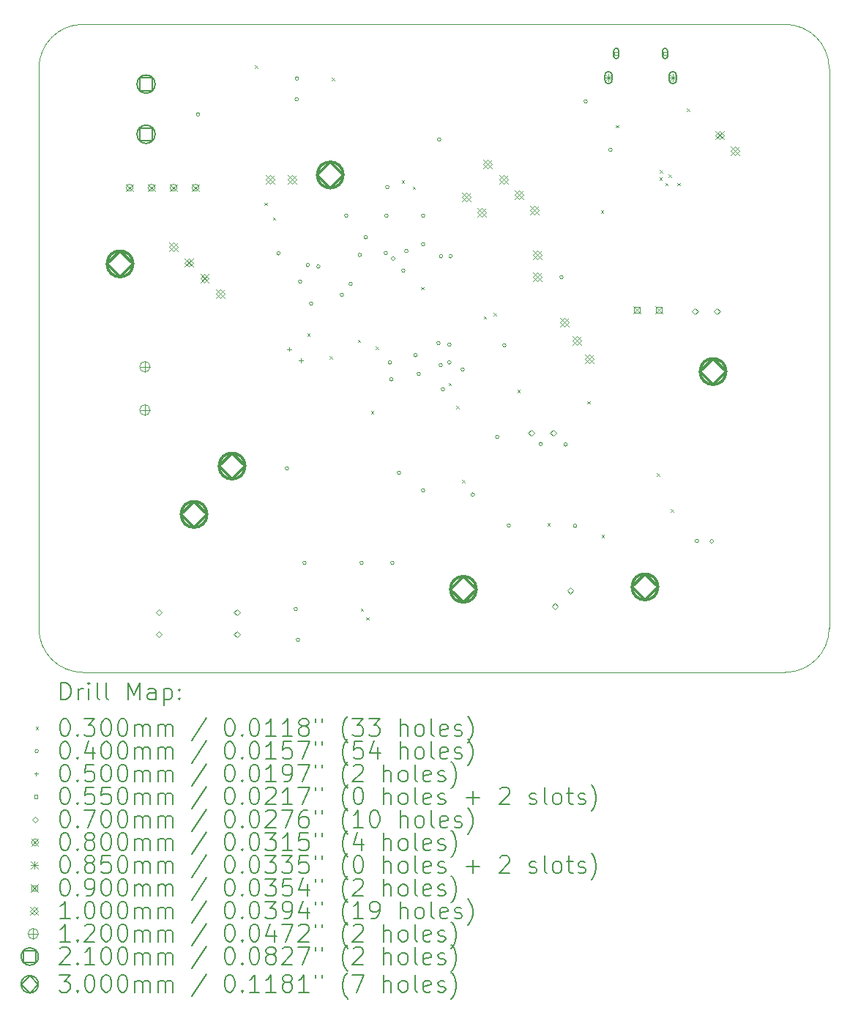
<source format=gbr>
%TF.GenerationSoftware,KiCad,Pcbnew,7.0.7*%
%TF.CreationDate,2024-06-30T20:56:50+03:00*%
%TF.ProjectId,v2,76322e6b-6963-4616-945f-706362585858,rev?*%
%TF.SameCoordinates,Original*%
%TF.FileFunction,Drillmap*%
%TF.FilePolarity,Positive*%
%FSLAX45Y45*%
G04 Gerber Fmt 4.5, Leading zero omitted, Abs format (unit mm)*
G04 Created by KiCad (PCBNEW 7.0.7) date 2024-06-30 20:56:50*
%MOMM*%
%LPD*%
G01*
G04 APERTURE LIST*
%ADD10C,0.100000*%
%ADD11C,0.200000*%
%ADD12C,0.030000*%
%ADD13C,0.040000*%
%ADD14C,0.050000*%
%ADD15C,0.055000*%
%ADD16C,0.070000*%
%ADD17C,0.080000*%
%ADD18C,0.085000*%
%ADD19C,0.090000*%
%ADD20C,0.120000*%
%ADD21C,0.210000*%
%ADD22C,0.300000*%
G04 APERTURE END LIST*
D10*
X19250000Y-4930000D02*
G75*
G03*
X18740000Y-4420000I-510000J0D01*
G01*
X10620000Y-4420000D02*
G75*
G03*
X10110000Y-4930000I0J-510000D01*
G01*
X19250000Y-11400000D02*
X19250000Y-4930000D01*
X18740000Y-4420000D02*
X10620000Y-4420000D01*
X18740000Y-11910000D02*
G75*
G03*
X19250000Y-11400000I0J510000D01*
G01*
X10110000Y-11400000D02*
G75*
G03*
X10620000Y-11910000I510000J0D01*
G01*
X10620000Y-11910000D02*
X18740000Y-11910000D01*
X10110000Y-4930000D02*
X10110000Y-11400000D01*
D11*
D12*
X12611340Y-4892280D02*
X12641340Y-4922280D01*
X12641340Y-4892280D02*
X12611340Y-4922280D01*
X12718020Y-6482320D02*
X12748020Y-6512320D01*
X12748020Y-6482320D02*
X12718020Y-6512320D01*
X12817080Y-6652500D02*
X12847080Y-6682500D01*
X12847080Y-6652500D02*
X12817080Y-6682500D01*
X13215860Y-7993620D02*
X13245860Y-8023620D01*
X13245860Y-7993620D02*
X13215860Y-8023620D01*
X13474940Y-8255240D02*
X13504940Y-8285240D01*
X13504940Y-8255240D02*
X13474940Y-8285240D01*
X13497800Y-5039600D02*
X13527800Y-5069600D01*
X13527800Y-5039600D02*
X13497800Y-5069600D01*
X13800060Y-8064740D02*
X13830060Y-8094740D01*
X13830060Y-8064740D02*
X13800060Y-8094740D01*
X13832280Y-11171960D02*
X13862280Y-11201960D01*
X13862280Y-11171960D02*
X13832280Y-11201960D01*
X13894040Y-11272760D02*
X13924040Y-11302760D01*
X13924040Y-11272760D02*
X13894040Y-11302760D01*
X13952460Y-8890240D02*
X13982460Y-8920240D01*
X13982460Y-8890240D02*
X13952460Y-8920240D01*
X14008340Y-8146020D02*
X14038340Y-8176020D01*
X14038340Y-8146020D02*
X14008340Y-8176020D01*
X14305000Y-6225000D02*
X14335000Y-6255000D01*
X14335000Y-6225000D02*
X14305000Y-6255000D01*
X14435000Y-6295000D02*
X14465000Y-6325000D01*
X14465000Y-6295000D02*
X14435000Y-6325000D01*
X14530979Y-7456430D02*
X14560979Y-7486430D01*
X14560979Y-7456430D02*
X14530979Y-7486430D01*
X14849080Y-8562580D02*
X14879080Y-8592580D01*
X14879080Y-8562580D02*
X14849080Y-8592580D01*
X14935440Y-8829280D02*
X14965440Y-8859280D01*
X14965440Y-8829280D02*
X14935440Y-8859280D01*
X15004020Y-9685260D02*
X15034020Y-9715260D01*
X15034020Y-9685260D02*
X15004020Y-9715260D01*
X15255480Y-7792960D02*
X15285480Y-7822960D01*
X15285480Y-7792960D02*
X15255480Y-7822960D01*
X15367240Y-7757400D02*
X15397240Y-7787400D01*
X15397240Y-7757400D02*
X15367240Y-7787400D01*
X15644100Y-8646400D02*
X15674100Y-8676400D01*
X15674100Y-8646400D02*
X15644100Y-8676400D01*
X15993460Y-10186800D02*
X16023460Y-10216800D01*
X16023460Y-10186800D02*
X15993460Y-10216800D01*
X16452100Y-8776220D02*
X16482100Y-8806220D01*
X16482100Y-8776220D02*
X16452100Y-8806220D01*
X16609300Y-6571220D02*
X16639300Y-6601220D01*
X16639300Y-6571220D02*
X16609300Y-6601220D01*
X16616920Y-10320260D02*
X16646920Y-10350260D01*
X16646920Y-10320260D02*
X16616920Y-10350260D01*
X16782020Y-5583160D02*
X16812020Y-5613160D01*
X16812020Y-5583160D02*
X16782020Y-5613160D01*
X17257000Y-9611600D02*
X17287000Y-9641600D01*
X17287000Y-9611600D02*
X17257000Y-9641600D01*
X17287480Y-6190220D02*
X17317480Y-6220220D01*
X17317480Y-6190220D02*
X17287480Y-6220220D01*
X17290020Y-6103860D02*
X17320020Y-6133860D01*
X17320020Y-6103860D02*
X17290020Y-6133860D01*
X17353520Y-6251180D02*
X17383520Y-6281180D01*
X17383520Y-6251180D02*
X17353520Y-6281180D01*
X17394160Y-6157200D02*
X17424160Y-6187200D01*
X17424160Y-6157200D02*
X17394160Y-6187200D01*
X17419560Y-10025620D02*
X17449560Y-10055620D01*
X17449560Y-10025620D02*
X17419560Y-10055620D01*
X17493220Y-6251180D02*
X17523220Y-6281180D01*
X17523220Y-6251180D02*
X17493220Y-6281180D01*
X17604980Y-5392660D02*
X17634980Y-5422660D01*
X17634980Y-5392660D02*
X17604980Y-5422660D01*
D13*
X11970000Y-5460000D02*
G75*
G03*
X11970000Y-5460000I-20000J0D01*
G01*
X12900340Y-7066280D02*
G75*
G03*
X12900340Y-7066280I-20000J0D01*
G01*
X12999400Y-9550400D02*
G75*
G03*
X12999400Y-9550400I-20000J0D01*
G01*
X13101000Y-11176000D02*
G75*
G03*
X13101000Y-11176000I-20000J0D01*
G01*
X13111160Y-5285740D02*
G75*
G03*
X13111160Y-5285740I-20000J0D01*
G01*
X13113700Y-5044440D02*
G75*
G03*
X13113700Y-5044440I-20000J0D01*
G01*
X13126400Y-11531600D02*
G75*
G03*
X13126400Y-11531600I-20000J0D01*
G01*
X13151800Y-7391400D02*
G75*
G03*
X13151800Y-7391400I-20000J0D01*
G01*
X13202600Y-10642600D02*
G75*
G03*
X13202600Y-10642600I-20000J0D01*
G01*
X13239460Y-7202140D02*
G75*
G03*
X13239460Y-7202140I-20000J0D01*
G01*
X13278800Y-7645400D02*
G75*
G03*
X13278800Y-7645400I-20000J0D01*
G01*
X13362620Y-7218680D02*
G75*
G03*
X13362620Y-7218680I-20000J0D01*
G01*
X13634400Y-7543800D02*
G75*
G03*
X13634400Y-7543800I-20000J0D01*
G01*
X13685200Y-6629400D02*
G75*
G03*
X13685200Y-6629400I-20000J0D01*
G01*
X13736000Y-7420730D02*
G75*
G03*
X13736000Y-7420730I-20000J0D01*
G01*
X13841000Y-7084849D02*
G75*
G03*
X13841000Y-7084849I-20000J0D01*
G01*
X13863000Y-10642600D02*
G75*
G03*
X13863000Y-10642600I-20000J0D01*
G01*
X13910000Y-6880000D02*
G75*
G03*
X13910000Y-6880000I-20000J0D01*
G01*
X14142400Y-7061200D02*
G75*
G03*
X14142400Y-7061200I-20000J0D01*
G01*
X14150000Y-6630000D02*
G75*
G03*
X14150000Y-6630000I-20000J0D01*
G01*
X14160000Y-6300000D02*
G75*
G03*
X14160000Y-6300000I-20000J0D01*
G01*
X14189732Y-8327732D02*
G75*
G03*
X14189732Y-8327732I-20000J0D01*
G01*
X14206828Y-8522628D02*
G75*
G03*
X14206828Y-8522628I-20000J0D01*
G01*
X14218600Y-10642600D02*
G75*
G03*
X14218600Y-10642600I-20000J0D01*
G01*
X14228382Y-7126178D02*
G75*
G03*
X14228382Y-7126178I-20000J0D01*
G01*
X14294800Y-9601200D02*
G75*
G03*
X14294800Y-9601200I-20000J0D01*
G01*
X14345600Y-7264400D02*
G75*
G03*
X14345600Y-7264400I-20000J0D01*
G01*
X14380000Y-7040000D02*
G75*
G03*
X14380000Y-7040000I-20000J0D01*
G01*
X14486228Y-8243228D02*
G75*
G03*
X14486228Y-8243228I-20000J0D01*
G01*
X14523400Y-8458200D02*
G75*
G03*
X14523400Y-8458200I-20000J0D01*
G01*
X14574200Y-6629400D02*
G75*
G03*
X14574200Y-6629400I-20000J0D01*
G01*
X14574200Y-6959600D02*
G75*
G03*
X14574200Y-6959600I-20000J0D01*
G01*
X14574200Y-9804400D02*
G75*
G03*
X14574200Y-9804400I-20000J0D01*
G01*
X14752000Y-8102600D02*
G75*
G03*
X14752000Y-8102600I-20000J0D01*
G01*
X14760000Y-5750000D02*
G75*
G03*
X14760000Y-5750000I-20000J0D01*
G01*
X14777400Y-8356600D02*
G75*
G03*
X14777400Y-8356600I-20000J0D01*
G01*
X14780000Y-7100000D02*
G75*
G03*
X14780000Y-7100000I-20000J0D01*
G01*
X14802800Y-8636000D02*
G75*
G03*
X14802800Y-8636000I-20000J0D01*
G01*
X14877750Y-8122457D02*
G75*
G03*
X14877750Y-8122457I-20000J0D01*
G01*
X14877750Y-8328114D02*
G75*
G03*
X14877750Y-8328114I-20000J0D01*
G01*
X14890000Y-7100000D02*
G75*
G03*
X14890000Y-7100000I-20000J0D01*
G01*
X15031400Y-8407400D02*
G75*
G03*
X15031400Y-8407400I-20000J0D01*
G01*
X15148350Y-9855200D02*
G75*
G03*
X15148350Y-9855200I-20000J0D01*
G01*
X15430560Y-9187560D02*
G75*
G03*
X15430560Y-9187560I-20000J0D01*
G01*
X15514000Y-8128000D02*
G75*
G03*
X15514000Y-8128000I-20000J0D01*
G01*
X15564800Y-10210800D02*
G75*
G03*
X15564800Y-10210800I-20000J0D01*
G01*
X15933100Y-9271000D02*
G75*
G03*
X15933100Y-9271000I-20000J0D01*
G01*
X16174400Y-7340600D02*
G75*
G03*
X16174400Y-7340600I-20000J0D01*
G01*
X16220120Y-9276080D02*
G75*
G03*
X16220120Y-9276080I-20000J0D01*
G01*
X16332080Y-10216080D02*
G75*
G03*
X16332080Y-10216080I-20000J0D01*
G01*
X16453800Y-5308600D02*
G75*
G03*
X16453800Y-5308600I-20000J0D01*
G01*
X16740000Y-5870000D02*
G75*
G03*
X16740000Y-5870000I-20000J0D01*
G01*
X17739040Y-10391140D02*
G75*
G03*
X17739040Y-10391140I-20000J0D01*
G01*
X17911760Y-10396220D02*
G75*
G03*
X17911760Y-10396220I-20000J0D01*
G01*
D14*
X13002825Y-8147825D02*
X13002825Y-8197825D01*
X12977825Y-8172825D02*
X13027825Y-8172825D01*
X13137175Y-8282175D02*
X13137175Y-8332175D01*
X13112175Y-8307175D02*
X13162175Y-8307175D01*
D15*
X16807146Y-4775146D02*
X16807146Y-4736254D01*
X16768254Y-4736254D01*
X16768254Y-4775146D01*
X16807146Y-4775146D01*
D11*
X16815200Y-4788200D02*
X16815200Y-4723200D01*
X16815200Y-4723200D02*
G75*
G03*
X16760200Y-4723200I-27500J0D01*
G01*
X16760200Y-4723200D02*
X16760200Y-4788200D01*
X16760200Y-4788200D02*
G75*
G03*
X16815200Y-4788200I27500J0D01*
G01*
D15*
X17372146Y-4775146D02*
X17372146Y-4736254D01*
X17333254Y-4736254D01*
X17333254Y-4775146D01*
X17372146Y-4775146D01*
D11*
X17380200Y-4788200D02*
X17380200Y-4723200D01*
X17380200Y-4723200D02*
G75*
G03*
X17325200Y-4723200I-27500J0D01*
G01*
X17325200Y-4723200D02*
X17325200Y-4788200D01*
X17325200Y-4788200D02*
G75*
G03*
X17380200Y-4788200I27500J0D01*
G01*
D16*
X11500000Y-11253000D02*
X11535000Y-11218000D01*
X11500000Y-11183000D01*
X11465000Y-11218000D01*
X11500000Y-11253000D01*
X11500000Y-11507000D02*
X11535000Y-11472000D01*
X11500000Y-11437000D01*
X11465000Y-11472000D01*
X11500000Y-11507000D01*
X12400000Y-11253000D02*
X12435000Y-11218000D01*
X12400000Y-11183000D01*
X12365000Y-11218000D01*
X12400000Y-11253000D01*
X12400000Y-11507000D02*
X12435000Y-11472000D01*
X12400000Y-11437000D01*
X12365000Y-11472000D01*
X12400000Y-11507000D01*
X15803800Y-9179000D02*
X15838800Y-9144000D01*
X15803800Y-9109000D01*
X15768800Y-9144000D01*
X15803800Y-9179000D01*
X16057800Y-9179000D02*
X16092800Y-9144000D01*
X16057800Y-9109000D01*
X16022800Y-9144000D01*
X16057800Y-9179000D01*
X16078293Y-11180427D02*
X16113293Y-11145427D01*
X16078293Y-11110427D01*
X16043293Y-11145427D01*
X16078293Y-11180427D01*
X16257898Y-11000822D02*
X16292898Y-10965822D01*
X16257898Y-10930822D01*
X16222898Y-10965822D01*
X16257898Y-11000822D01*
X17699220Y-7769300D02*
X17734220Y-7734300D01*
X17699220Y-7699300D01*
X17664220Y-7734300D01*
X17699220Y-7769300D01*
X17953220Y-7769300D02*
X17988220Y-7734300D01*
X17953220Y-7699300D01*
X17918220Y-7734300D01*
X17953220Y-7769300D01*
D17*
X11120350Y-6268950D02*
X11200350Y-6348950D01*
X11200350Y-6268950D02*
X11120350Y-6348950D01*
X11200350Y-6308950D02*
G75*
G03*
X11200350Y-6308950I-40000J0D01*
G01*
X11374350Y-6268950D02*
X11454350Y-6348950D01*
X11454350Y-6268950D02*
X11374350Y-6348950D01*
X11454350Y-6308950D02*
G75*
G03*
X11454350Y-6308950I-40000J0D01*
G01*
X11628350Y-6268950D02*
X11708350Y-6348950D01*
X11708350Y-6268950D02*
X11628350Y-6348950D01*
X11708350Y-6308950D02*
G75*
G03*
X11708350Y-6308950I-40000J0D01*
G01*
X11882350Y-6268950D02*
X11962350Y-6348950D01*
X11962350Y-6268950D02*
X11882350Y-6348950D01*
X11962350Y-6308950D02*
G75*
G03*
X11962350Y-6308950I-40000J0D01*
G01*
D18*
X16654300Y-4993200D02*
X16739300Y-5078200D01*
X16739300Y-4993200D02*
X16654300Y-5078200D01*
X16696800Y-4993200D02*
X16696800Y-5078200D01*
X16654300Y-5035700D02*
X16739300Y-5035700D01*
D11*
X16739300Y-5063200D02*
X16739300Y-5008200D01*
X16739300Y-5008200D02*
G75*
G03*
X16654300Y-5008200I-42500J0D01*
G01*
X16654300Y-5008200D02*
X16654300Y-5063200D01*
X16654300Y-5063200D02*
G75*
G03*
X16739300Y-5063200I42500J0D01*
G01*
D18*
X17399300Y-4993200D02*
X17484300Y-5078200D01*
X17484300Y-4993200D02*
X17399300Y-5078200D01*
X17441800Y-4993200D02*
X17441800Y-5078200D01*
X17399300Y-5035700D02*
X17484300Y-5035700D01*
D11*
X17484300Y-5063200D02*
X17484300Y-5008200D01*
X17484300Y-5008200D02*
G75*
G03*
X17399300Y-5008200I-42500J0D01*
G01*
X17399300Y-5008200D02*
X17399300Y-5063200D01*
X17399300Y-5063200D02*
G75*
G03*
X17484300Y-5063200I42500J0D01*
G01*
D19*
X16981700Y-7674060D02*
X17071700Y-7764060D01*
X17071700Y-7674060D02*
X16981700Y-7764060D01*
X17058520Y-7750880D02*
X17058520Y-7687240D01*
X16994880Y-7687240D01*
X16994880Y-7750880D01*
X17058520Y-7750880D01*
X17235700Y-7674060D02*
X17325700Y-7764060D01*
X17325700Y-7674060D02*
X17235700Y-7764060D01*
X17312520Y-7750880D02*
X17312520Y-7687240D01*
X17248880Y-7687240D01*
X17248880Y-7750880D01*
X17312520Y-7750880D01*
D10*
X11617885Y-6944285D02*
X11717885Y-7044285D01*
X11717885Y-6944285D02*
X11617885Y-7044285D01*
X11667885Y-7044285D02*
X11717885Y-6994285D01*
X11667885Y-6944285D01*
X11617885Y-6994285D01*
X11667885Y-7044285D01*
X11797490Y-7123890D02*
X11897490Y-7223890D01*
X11897490Y-7123890D02*
X11797490Y-7223890D01*
X11847490Y-7223890D02*
X11897490Y-7173890D01*
X11847490Y-7123890D01*
X11797490Y-7173890D01*
X11847490Y-7223890D01*
X11977095Y-7303495D02*
X12077095Y-7403495D01*
X12077095Y-7303495D02*
X11977095Y-7403495D01*
X12027095Y-7403495D02*
X12077095Y-7353495D01*
X12027095Y-7303495D01*
X11977095Y-7353495D01*
X12027095Y-7403495D01*
X12156701Y-7483101D02*
X12256701Y-7583101D01*
X12256701Y-7483101D02*
X12156701Y-7583101D01*
X12206701Y-7583101D02*
X12256701Y-7533101D01*
X12206701Y-7483101D01*
X12156701Y-7533101D01*
X12206701Y-7583101D01*
X12732500Y-6160000D02*
X12832500Y-6260000D01*
X12832500Y-6160000D02*
X12732500Y-6260000D01*
X12782500Y-6260000D02*
X12832500Y-6210000D01*
X12782500Y-6160000D01*
X12732500Y-6210000D01*
X12782500Y-6260000D01*
X12986500Y-6160000D02*
X13086500Y-6260000D01*
X13086500Y-6160000D02*
X12986500Y-6260000D01*
X13036500Y-6260000D02*
X13086500Y-6210000D01*
X13036500Y-6160000D01*
X12986500Y-6210000D01*
X13036500Y-6260000D01*
X15004338Y-6363258D02*
X15104338Y-6463258D01*
X15104338Y-6363258D02*
X15004338Y-6463258D01*
X15054338Y-6463258D02*
X15104338Y-6413258D01*
X15054338Y-6363258D01*
X15004338Y-6413258D01*
X15054338Y-6463258D01*
X15183943Y-6542863D02*
X15283943Y-6642863D01*
X15283943Y-6542863D02*
X15183943Y-6642863D01*
X15233943Y-6642863D02*
X15283943Y-6592863D01*
X15233943Y-6542863D01*
X15183943Y-6592863D01*
X15233943Y-6642863D01*
X15253165Y-5982165D02*
X15353165Y-6082165D01*
X15353165Y-5982165D02*
X15253165Y-6082165D01*
X15303165Y-6082165D02*
X15353165Y-6032165D01*
X15303165Y-5982165D01*
X15253165Y-6032165D01*
X15303165Y-6082165D01*
X15432770Y-6161770D02*
X15532770Y-6261770D01*
X15532770Y-6161770D02*
X15432770Y-6261770D01*
X15482770Y-6261770D02*
X15532770Y-6211770D01*
X15482770Y-6161770D01*
X15432770Y-6211770D01*
X15482770Y-6261770D01*
X15612375Y-6341375D02*
X15712375Y-6441375D01*
X15712375Y-6341375D02*
X15612375Y-6441375D01*
X15662375Y-6441375D02*
X15712375Y-6391375D01*
X15662375Y-6341375D01*
X15612375Y-6391375D01*
X15662375Y-6441375D01*
X15791980Y-6520980D02*
X15891980Y-6620980D01*
X15891980Y-6520980D02*
X15791980Y-6620980D01*
X15841980Y-6620980D02*
X15891980Y-6570980D01*
X15841980Y-6520980D01*
X15791980Y-6570980D01*
X15841980Y-6620980D01*
X15825000Y-7037100D02*
X15925000Y-7137100D01*
X15925000Y-7037100D02*
X15825000Y-7137100D01*
X15875000Y-7137100D02*
X15925000Y-7087100D01*
X15875000Y-7037100D01*
X15825000Y-7087100D01*
X15875000Y-7137100D01*
X15825000Y-7291100D02*
X15925000Y-7391100D01*
X15925000Y-7291100D02*
X15825000Y-7391100D01*
X15875000Y-7391100D02*
X15925000Y-7341100D01*
X15875000Y-7291100D01*
X15825000Y-7341100D01*
X15875000Y-7391100D01*
X16140165Y-7816624D02*
X16240165Y-7916624D01*
X16240165Y-7816624D02*
X16140165Y-7916624D01*
X16190165Y-7916624D02*
X16240165Y-7866624D01*
X16190165Y-7816624D01*
X16140165Y-7866624D01*
X16190165Y-7916624D01*
X16282200Y-8027200D02*
X16382200Y-8127200D01*
X16382200Y-8027200D02*
X16282200Y-8127200D01*
X16332200Y-8127200D02*
X16382200Y-8077200D01*
X16332200Y-8027200D01*
X16282200Y-8077200D01*
X16332200Y-8127200D01*
X16424235Y-8237775D02*
X16524235Y-8337775D01*
X16524235Y-8237775D02*
X16424235Y-8337775D01*
X16474235Y-8337775D02*
X16524235Y-8287775D01*
X16474235Y-8237775D01*
X16424235Y-8287775D01*
X16474235Y-8337775D01*
X17930395Y-5650395D02*
X18030395Y-5750395D01*
X18030395Y-5650395D02*
X17930395Y-5750395D01*
X17980395Y-5750395D02*
X18030395Y-5700395D01*
X17980395Y-5650395D01*
X17930395Y-5700395D01*
X17980395Y-5750395D01*
X18110000Y-5830000D02*
X18210000Y-5930000D01*
X18210000Y-5830000D02*
X18110000Y-5930000D01*
X18160000Y-5930000D02*
X18210000Y-5880000D01*
X18160000Y-5830000D01*
X18110000Y-5880000D01*
X18160000Y-5930000D01*
D20*
X11336020Y-8317300D02*
X11336020Y-8437300D01*
X11276020Y-8377300D02*
X11396020Y-8377300D01*
X11396020Y-8377300D02*
G75*
G03*
X11396020Y-8377300I-60000J0D01*
G01*
X11336020Y-8817300D02*
X11336020Y-8937300D01*
X11276020Y-8877300D02*
X11396020Y-8877300D01*
X11396020Y-8877300D02*
G75*
G03*
X11396020Y-8877300I-60000J0D01*
G01*
D21*
X11424247Y-5184247D02*
X11424247Y-5035753D01*
X11275753Y-5035753D01*
X11275753Y-5184247D01*
X11424247Y-5184247D01*
X11455000Y-5110000D02*
G75*
G03*
X11455000Y-5110000I-105000J0D01*
G01*
X11424247Y-5764247D02*
X11424247Y-5615753D01*
X11275753Y-5615753D01*
X11275753Y-5764247D01*
X11424247Y-5764247D01*
X11455000Y-5690000D02*
G75*
G03*
X11455000Y-5690000I-105000J0D01*
G01*
D22*
X11049000Y-7338200D02*
X11199000Y-7188200D01*
X11049000Y-7038200D01*
X10899000Y-7188200D01*
X11049000Y-7338200D01*
X11199000Y-7188200D02*
G75*
G03*
X11199000Y-7188200I-150000J0D01*
G01*
X11904980Y-10233800D02*
X12054980Y-10083800D01*
X11904980Y-9933800D01*
X11754980Y-10083800D01*
X11904980Y-10233800D01*
X12054980Y-10083800D02*
G75*
G03*
X12054980Y-10083800I-150000J0D01*
G01*
X12344400Y-9675000D02*
X12494400Y-9525000D01*
X12344400Y-9375000D01*
X12194400Y-9525000D01*
X12344400Y-9675000D01*
X12494400Y-9525000D02*
G75*
G03*
X12494400Y-9525000I-150000J0D01*
G01*
X13480000Y-6310000D02*
X13630000Y-6160000D01*
X13480000Y-6010000D01*
X13330000Y-6160000D01*
X13480000Y-6310000D01*
X13630000Y-6160000D02*
G75*
G03*
X13630000Y-6160000I-150000J0D01*
G01*
X15020000Y-11100000D02*
X15170000Y-10950000D01*
X15020000Y-10800000D01*
X14870000Y-10950000D01*
X15020000Y-11100000D01*
X15170000Y-10950000D02*
G75*
G03*
X15170000Y-10950000I-150000J0D01*
G01*
X17119600Y-11072000D02*
X17269600Y-10922000D01*
X17119600Y-10772000D01*
X16969600Y-10922000D01*
X17119600Y-11072000D01*
X17269600Y-10922000D02*
G75*
G03*
X17269600Y-10922000I-150000J0D01*
G01*
X17907000Y-8582800D02*
X18057000Y-8432800D01*
X17907000Y-8282800D01*
X17757000Y-8432800D01*
X17907000Y-8582800D01*
X18057000Y-8432800D02*
G75*
G03*
X18057000Y-8432800I-150000J0D01*
G01*
D11*
X10365777Y-12226484D02*
X10365777Y-12026484D01*
X10365777Y-12026484D02*
X10413396Y-12026484D01*
X10413396Y-12026484D02*
X10441967Y-12036008D01*
X10441967Y-12036008D02*
X10461015Y-12055055D01*
X10461015Y-12055055D02*
X10470539Y-12074103D01*
X10470539Y-12074103D02*
X10480063Y-12112198D01*
X10480063Y-12112198D02*
X10480063Y-12140769D01*
X10480063Y-12140769D02*
X10470539Y-12178865D01*
X10470539Y-12178865D02*
X10461015Y-12197912D01*
X10461015Y-12197912D02*
X10441967Y-12216960D01*
X10441967Y-12216960D02*
X10413396Y-12226484D01*
X10413396Y-12226484D02*
X10365777Y-12226484D01*
X10565777Y-12226484D02*
X10565777Y-12093150D01*
X10565777Y-12131246D02*
X10575301Y-12112198D01*
X10575301Y-12112198D02*
X10584824Y-12102674D01*
X10584824Y-12102674D02*
X10603872Y-12093150D01*
X10603872Y-12093150D02*
X10622920Y-12093150D01*
X10689586Y-12226484D02*
X10689586Y-12093150D01*
X10689586Y-12026484D02*
X10680063Y-12036008D01*
X10680063Y-12036008D02*
X10689586Y-12045531D01*
X10689586Y-12045531D02*
X10699110Y-12036008D01*
X10699110Y-12036008D02*
X10689586Y-12026484D01*
X10689586Y-12026484D02*
X10689586Y-12045531D01*
X10813396Y-12226484D02*
X10794348Y-12216960D01*
X10794348Y-12216960D02*
X10784824Y-12197912D01*
X10784824Y-12197912D02*
X10784824Y-12026484D01*
X10918158Y-12226484D02*
X10899110Y-12216960D01*
X10899110Y-12216960D02*
X10889586Y-12197912D01*
X10889586Y-12197912D02*
X10889586Y-12026484D01*
X11146729Y-12226484D02*
X11146729Y-12026484D01*
X11146729Y-12026484D02*
X11213396Y-12169341D01*
X11213396Y-12169341D02*
X11280062Y-12026484D01*
X11280062Y-12026484D02*
X11280062Y-12226484D01*
X11461015Y-12226484D02*
X11461015Y-12121722D01*
X11461015Y-12121722D02*
X11451491Y-12102674D01*
X11451491Y-12102674D02*
X11432443Y-12093150D01*
X11432443Y-12093150D02*
X11394348Y-12093150D01*
X11394348Y-12093150D02*
X11375301Y-12102674D01*
X11461015Y-12216960D02*
X11441967Y-12226484D01*
X11441967Y-12226484D02*
X11394348Y-12226484D01*
X11394348Y-12226484D02*
X11375301Y-12216960D01*
X11375301Y-12216960D02*
X11365777Y-12197912D01*
X11365777Y-12197912D02*
X11365777Y-12178865D01*
X11365777Y-12178865D02*
X11375301Y-12159817D01*
X11375301Y-12159817D02*
X11394348Y-12150293D01*
X11394348Y-12150293D02*
X11441967Y-12150293D01*
X11441967Y-12150293D02*
X11461015Y-12140769D01*
X11556253Y-12093150D02*
X11556253Y-12293150D01*
X11556253Y-12102674D02*
X11575301Y-12093150D01*
X11575301Y-12093150D02*
X11613396Y-12093150D01*
X11613396Y-12093150D02*
X11632443Y-12102674D01*
X11632443Y-12102674D02*
X11641967Y-12112198D01*
X11641967Y-12112198D02*
X11651491Y-12131246D01*
X11651491Y-12131246D02*
X11651491Y-12188388D01*
X11651491Y-12188388D02*
X11641967Y-12207436D01*
X11641967Y-12207436D02*
X11632443Y-12216960D01*
X11632443Y-12216960D02*
X11613396Y-12226484D01*
X11613396Y-12226484D02*
X11575301Y-12226484D01*
X11575301Y-12226484D02*
X11556253Y-12216960D01*
X11737205Y-12207436D02*
X11746729Y-12216960D01*
X11746729Y-12216960D02*
X11737205Y-12226484D01*
X11737205Y-12226484D02*
X11727682Y-12216960D01*
X11727682Y-12216960D02*
X11737205Y-12207436D01*
X11737205Y-12207436D02*
X11737205Y-12226484D01*
X11737205Y-12102674D02*
X11746729Y-12112198D01*
X11746729Y-12112198D02*
X11737205Y-12121722D01*
X11737205Y-12121722D02*
X11727682Y-12112198D01*
X11727682Y-12112198D02*
X11737205Y-12102674D01*
X11737205Y-12102674D02*
X11737205Y-12121722D01*
D12*
X10075000Y-12540000D02*
X10105000Y-12570000D01*
X10105000Y-12540000D02*
X10075000Y-12570000D01*
D11*
X10403872Y-12446484D02*
X10422920Y-12446484D01*
X10422920Y-12446484D02*
X10441967Y-12456008D01*
X10441967Y-12456008D02*
X10451491Y-12465531D01*
X10451491Y-12465531D02*
X10461015Y-12484579D01*
X10461015Y-12484579D02*
X10470539Y-12522674D01*
X10470539Y-12522674D02*
X10470539Y-12570293D01*
X10470539Y-12570293D02*
X10461015Y-12608388D01*
X10461015Y-12608388D02*
X10451491Y-12627436D01*
X10451491Y-12627436D02*
X10441967Y-12636960D01*
X10441967Y-12636960D02*
X10422920Y-12646484D01*
X10422920Y-12646484D02*
X10403872Y-12646484D01*
X10403872Y-12646484D02*
X10384824Y-12636960D01*
X10384824Y-12636960D02*
X10375301Y-12627436D01*
X10375301Y-12627436D02*
X10365777Y-12608388D01*
X10365777Y-12608388D02*
X10356253Y-12570293D01*
X10356253Y-12570293D02*
X10356253Y-12522674D01*
X10356253Y-12522674D02*
X10365777Y-12484579D01*
X10365777Y-12484579D02*
X10375301Y-12465531D01*
X10375301Y-12465531D02*
X10384824Y-12456008D01*
X10384824Y-12456008D02*
X10403872Y-12446484D01*
X10556253Y-12627436D02*
X10565777Y-12636960D01*
X10565777Y-12636960D02*
X10556253Y-12646484D01*
X10556253Y-12646484D02*
X10546729Y-12636960D01*
X10546729Y-12636960D02*
X10556253Y-12627436D01*
X10556253Y-12627436D02*
X10556253Y-12646484D01*
X10632444Y-12446484D02*
X10756253Y-12446484D01*
X10756253Y-12446484D02*
X10689586Y-12522674D01*
X10689586Y-12522674D02*
X10718158Y-12522674D01*
X10718158Y-12522674D02*
X10737205Y-12532198D01*
X10737205Y-12532198D02*
X10746729Y-12541722D01*
X10746729Y-12541722D02*
X10756253Y-12560769D01*
X10756253Y-12560769D02*
X10756253Y-12608388D01*
X10756253Y-12608388D02*
X10746729Y-12627436D01*
X10746729Y-12627436D02*
X10737205Y-12636960D01*
X10737205Y-12636960D02*
X10718158Y-12646484D01*
X10718158Y-12646484D02*
X10661015Y-12646484D01*
X10661015Y-12646484D02*
X10641967Y-12636960D01*
X10641967Y-12636960D02*
X10632444Y-12627436D01*
X10880063Y-12446484D02*
X10899110Y-12446484D01*
X10899110Y-12446484D02*
X10918158Y-12456008D01*
X10918158Y-12456008D02*
X10927682Y-12465531D01*
X10927682Y-12465531D02*
X10937205Y-12484579D01*
X10937205Y-12484579D02*
X10946729Y-12522674D01*
X10946729Y-12522674D02*
X10946729Y-12570293D01*
X10946729Y-12570293D02*
X10937205Y-12608388D01*
X10937205Y-12608388D02*
X10927682Y-12627436D01*
X10927682Y-12627436D02*
X10918158Y-12636960D01*
X10918158Y-12636960D02*
X10899110Y-12646484D01*
X10899110Y-12646484D02*
X10880063Y-12646484D01*
X10880063Y-12646484D02*
X10861015Y-12636960D01*
X10861015Y-12636960D02*
X10851491Y-12627436D01*
X10851491Y-12627436D02*
X10841967Y-12608388D01*
X10841967Y-12608388D02*
X10832444Y-12570293D01*
X10832444Y-12570293D02*
X10832444Y-12522674D01*
X10832444Y-12522674D02*
X10841967Y-12484579D01*
X10841967Y-12484579D02*
X10851491Y-12465531D01*
X10851491Y-12465531D02*
X10861015Y-12456008D01*
X10861015Y-12456008D02*
X10880063Y-12446484D01*
X11070539Y-12446484D02*
X11089586Y-12446484D01*
X11089586Y-12446484D02*
X11108634Y-12456008D01*
X11108634Y-12456008D02*
X11118158Y-12465531D01*
X11118158Y-12465531D02*
X11127682Y-12484579D01*
X11127682Y-12484579D02*
X11137205Y-12522674D01*
X11137205Y-12522674D02*
X11137205Y-12570293D01*
X11137205Y-12570293D02*
X11127682Y-12608388D01*
X11127682Y-12608388D02*
X11118158Y-12627436D01*
X11118158Y-12627436D02*
X11108634Y-12636960D01*
X11108634Y-12636960D02*
X11089586Y-12646484D01*
X11089586Y-12646484D02*
X11070539Y-12646484D01*
X11070539Y-12646484D02*
X11051491Y-12636960D01*
X11051491Y-12636960D02*
X11041967Y-12627436D01*
X11041967Y-12627436D02*
X11032444Y-12608388D01*
X11032444Y-12608388D02*
X11022920Y-12570293D01*
X11022920Y-12570293D02*
X11022920Y-12522674D01*
X11022920Y-12522674D02*
X11032444Y-12484579D01*
X11032444Y-12484579D02*
X11041967Y-12465531D01*
X11041967Y-12465531D02*
X11051491Y-12456008D01*
X11051491Y-12456008D02*
X11070539Y-12446484D01*
X11222920Y-12646484D02*
X11222920Y-12513150D01*
X11222920Y-12532198D02*
X11232443Y-12522674D01*
X11232443Y-12522674D02*
X11251491Y-12513150D01*
X11251491Y-12513150D02*
X11280063Y-12513150D01*
X11280063Y-12513150D02*
X11299110Y-12522674D01*
X11299110Y-12522674D02*
X11308634Y-12541722D01*
X11308634Y-12541722D02*
X11308634Y-12646484D01*
X11308634Y-12541722D02*
X11318158Y-12522674D01*
X11318158Y-12522674D02*
X11337205Y-12513150D01*
X11337205Y-12513150D02*
X11365777Y-12513150D01*
X11365777Y-12513150D02*
X11384824Y-12522674D01*
X11384824Y-12522674D02*
X11394348Y-12541722D01*
X11394348Y-12541722D02*
X11394348Y-12646484D01*
X11489586Y-12646484D02*
X11489586Y-12513150D01*
X11489586Y-12532198D02*
X11499110Y-12522674D01*
X11499110Y-12522674D02*
X11518158Y-12513150D01*
X11518158Y-12513150D02*
X11546729Y-12513150D01*
X11546729Y-12513150D02*
X11565777Y-12522674D01*
X11565777Y-12522674D02*
X11575301Y-12541722D01*
X11575301Y-12541722D02*
X11575301Y-12646484D01*
X11575301Y-12541722D02*
X11584824Y-12522674D01*
X11584824Y-12522674D02*
X11603872Y-12513150D01*
X11603872Y-12513150D02*
X11632443Y-12513150D01*
X11632443Y-12513150D02*
X11651491Y-12522674D01*
X11651491Y-12522674D02*
X11661015Y-12541722D01*
X11661015Y-12541722D02*
X11661015Y-12646484D01*
X12051491Y-12436960D02*
X11880063Y-12694103D01*
X12308634Y-12446484D02*
X12327682Y-12446484D01*
X12327682Y-12446484D02*
X12346729Y-12456008D01*
X12346729Y-12456008D02*
X12356253Y-12465531D01*
X12356253Y-12465531D02*
X12365777Y-12484579D01*
X12365777Y-12484579D02*
X12375301Y-12522674D01*
X12375301Y-12522674D02*
X12375301Y-12570293D01*
X12375301Y-12570293D02*
X12365777Y-12608388D01*
X12365777Y-12608388D02*
X12356253Y-12627436D01*
X12356253Y-12627436D02*
X12346729Y-12636960D01*
X12346729Y-12636960D02*
X12327682Y-12646484D01*
X12327682Y-12646484D02*
X12308634Y-12646484D01*
X12308634Y-12646484D02*
X12289586Y-12636960D01*
X12289586Y-12636960D02*
X12280063Y-12627436D01*
X12280063Y-12627436D02*
X12270539Y-12608388D01*
X12270539Y-12608388D02*
X12261015Y-12570293D01*
X12261015Y-12570293D02*
X12261015Y-12522674D01*
X12261015Y-12522674D02*
X12270539Y-12484579D01*
X12270539Y-12484579D02*
X12280063Y-12465531D01*
X12280063Y-12465531D02*
X12289586Y-12456008D01*
X12289586Y-12456008D02*
X12308634Y-12446484D01*
X12461015Y-12627436D02*
X12470539Y-12636960D01*
X12470539Y-12636960D02*
X12461015Y-12646484D01*
X12461015Y-12646484D02*
X12451491Y-12636960D01*
X12451491Y-12636960D02*
X12461015Y-12627436D01*
X12461015Y-12627436D02*
X12461015Y-12646484D01*
X12594348Y-12446484D02*
X12613396Y-12446484D01*
X12613396Y-12446484D02*
X12632444Y-12456008D01*
X12632444Y-12456008D02*
X12641967Y-12465531D01*
X12641967Y-12465531D02*
X12651491Y-12484579D01*
X12651491Y-12484579D02*
X12661015Y-12522674D01*
X12661015Y-12522674D02*
X12661015Y-12570293D01*
X12661015Y-12570293D02*
X12651491Y-12608388D01*
X12651491Y-12608388D02*
X12641967Y-12627436D01*
X12641967Y-12627436D02*
X12632444Y-12636960D01*
X12632444Y-12636960D02*
X12613396Y-12646484D01*
X12613396Y-12646484D02*
X12594348Y-12646484D01*
X12594348Y-12646484D02*
X12575301Y-12636960D01*
X12575301Y-12636960D02*
X12565777Y-12627436D01*
X12565777Y-12627436D02*
X12556253Y-12608388D01*
X12556253Y-12608388D02*
X12546729Y-12570293D01*
X12546729Y-12570293D02*
X12546729Y-12522674D01*
X12546729Y-12522674D02*
X12556253Y-12484579D01*
X12556253Y-12484579D02*
X12565777Y-12465531D01*
X12565777Y-12465531D02*
X12575301Y-12456008D01*
X12575301Y-12456008D02*
X12594348Y-12446484D01*
X12851491Y-12646484D02*
X12737206Y-12646484D01*
X12794348Y-12646484D02*
X12794348Y-12446484D01*
X12794348Y-12446484D02*
X12775301Y-12475055D01*
X12775301Y-12475055D02*
X12756253Y-12494103D01*
X12756253Y-12494103D02*
X12737206Y-12503627D01*
X13041967Y-12646484D02*
X12927682Y-12646484D01*
X12984825Y-12646484D02*
X12984825Y-12446484D01*
X12984825Y-12446484D02*
X12965777Y-12475055D01*
X12965777Y-12475055D02*
X12946729Y-12494103D01*
X12946729Y-12494103D02*
X12927682Y-12503627D01*
X13156253Y-12532198D02*
X13137206Y-12522674D01*
X13137206Y-12522674D02*
X13127682Y-12513150D01*
X13127682Y-12513150D02*
X13118158Y-12494103D01*
X13118158Y-12494103D02*
X13118158Y-12484579D01*
X13118158Y-12484579D02*
X13127682Y-12465531D01*
X13127682Y-12465531D02*
X13137206Y-12456008D01*
X13137206Y-12456008D02*
X13156253Y-12446484D01*
X13156253Y-12446484D02*
X13194348Y-12446484D01*
X13194348Y-12446484D02*
X13213396Y-12456008D01*
X13213396Y-12456008D02*
X13222920Y-12465531D01*
X13222920Y-12465531D02*
X13232444Y-12484579D01*
X13232444Y-12484579D02*
X13232444Y-12494103D01*
X13232444Y-12494103D02*
X13222920Y-12513150D01*
X13222920Y-12513150D02*
X13213396Y-12522674D01*
X13213396Y-12522674D02*
X13194348Y-12532198D01*
X13194348Y-12532198D02*
X13156253Y-12532198D01*
X13156253Y-12532198D02*
X13137206Y-12541722D01*
X13137206Y-12541722D02*
X13127682Y-12551246D01*
X13127682Y-12551246D02*
X13118158Y-12570293D01*
X13118158Y-12570293D02*
X13118158Y-12608388D01*
X13118158Y-12608388D02*
X13127682Y-12627436D01*
X13127682Y-12627436D02*
X13137206Y-12636960D01*
X13137206Y-12636960D02*
X13156253Y-12646484D01*
X13156253Y-12646484D02*
X13194348Y-12646484D01*
X13194348Y-12646484D02*
X13213396Y-12636960D01*
X13213396Y-12636960D02*
X13222920Y-12627436D01*
X13222920Y-12627436D02*
X13232444Y-12608388D01*
X13232444Y-12608388D02*
X13232444Y-12570293D01*
X13232444Y-12570293D02*
X13222920Y-12551246D01*
X13222920Y-12551246D02*
X13213396Y-12541722D01*
X13213396Y-12541722D02*
X13194348Y-12532198D01*
X13308634Y-12446484D02*
X13308634Y-12484579D01*
X13384825Y-12446484D02*
X13384825Y-12484579D01*
X13680063Y-12722674D02*
X13670539Y-12713150D01*
X13670539Y-12713150D02*
X13651491Y-12684579D01*
X13651491Y-12684579D02*
X13641968Y-12665531D01*
X13641968Y-12665531D02*
X13632444Y-12636960D01*
X13632444Y-12636960D02*
X13622920Y-12589341D01*
X13622920Y-12589341D02*
X13622920Y-12551246D01*
X13622920Y-12551246D02*
X13632444Y-12503627D01*
X13632444Y-12503627D02*
X13641968Y-12475055D01*
X13641968Y-12475055D02*
X13651491Y-12456008D01*
X13651491Y-12456008D02*
X13670539Y-12427436D01*
X13670539Y-12427436D02*
X13680063Y-12417912D01*
X13737206Y-12446484D02*
X13861015Y-12446484D01*
X13861015Y-12446484D02*
X13794348Y-12522674D01*
X13794348Y-12522674D02*
X13822920Y-12522674D01*
X13822920Y-12522674D02*
X13841968Y-12532198D01*
X13841968Y-12532198D02*
X13851491Y-12541722D01*
X13851491Y-12541722D02*
X13861015Y-12560769D01*
X13861015Y-12560769D02*
X13861015Y-12608388D01*
X13861015Y-12608388D02*
X13851491Y-12627436D01*
X13851491Y-12627436D02*
X13841968Y-12636960D01*
X13841968Y-12636960D02*
X13822920Y-12646484D01*
X13822920Y-12646484D02*
X13765777Y-12646484D01*
X13765777Y-12646484D02*
X13746729Y-12636960D01*
X13746729Y-12636960D02*
X13737206Y-12627436D01*
X13927682Y-12446484D02*
X14051491Y-12446484D01*
X14051491Y-12446484D02*
X13984825Y-12522674D01*
X13984825Y-12522674D02*
X14013396Y-12522674D01*
X14013396Y-12522674D02*
X14032444Y-12532198D01*
X14032444Y-12532198D02*
X14041968Y-12541722D01*
X14041968Y-12541722D02*
X14051491Y-12560769D01*
X14051491Y-12560769D02*
X14051491Y-12608388D01*
X14051491Y-12608388D02*
X14041968Y-12627436D01*
X14041968Y-12627436D02*
X14032444Y-12636960D01*
X14032444Y-12636960D02*
X14013396Y-12646484D01*
X14013396Y-12646484D02*
X13956253Y-12646484D01*
X13956253Y-12646484D02*
X13937206Y-12636960D01*
X13937206Y-12636960D02*
X13927682Y-12627436D01*
X14289587Y-12646484D02*
X14289587Y-12446484D01*
X14375301Y-12646484D02*
X14375301Y-12541722D01*
X14375301Y-12541722D02*
X14365777Y-12522674D01*
X14365777Y-12522674D02*
X14346730Y-12513150D01*
X14346730Y-12513150D02*
X14318158Y-12513150D01*
X14318158Y-12513150D02*
X14299110Y-12522674D01*
X14299110Y-12522674D02*
X14289587Y-12532198D01*
X14499110Y-12646484D02*
X14480063Y-12636960D01*
X14480063Y-12636960D02*
X14470539Y-12627436D01*
X14470539Y-12627436D02*
X14461015Y-12608388D01*
X14461015Y-12608388D02*
X14461015Y-12551246D01*
X14461015Y-12551246D02*
X14470539Y-12532198D01*
X14470539Y-12532198D02*
X14480063Y-12522674D01*
X14480063Y-12522674D02*
X14499110Y-12513150D01*
X14499110Y-12513150D02*
X14527682Y-12513150D01*
X14527682Y-12513150D02*
X14546730Y-12522674D01*
X14546730Y-12522674D02*
X14556253Y-12532198D01*
X14556253Y-12532198D02*
X14565777Y-12551246D01*
X14565777Y-12551246D02*
X14565777Y-12608388D01*
X14565777Y-12608388D02*
X14556253Y-12627436D01*
X14556253Y-12627436D02*
X14546730Y-12636960D01*
X14546730Y-12636960D02*
X14527682Y-12646484D01*
X14527682Y-12646484D02*
X14499110Y-12646484D01*
X14680063Y-12646484D02*
X14661015Y-12636960D01*
X14661015Y-12636960D02*
X14651491Y-12617912D01*
X14651491Y-12617912D02*
X14651491Y-12446484D01*
X14832444Y-12636960D02*
X14813396Y-12646484D01*
X14813396Y-12646484D02*
X14775301Y-12646484D01*
X14775301Y-12646484D02*
X14756253Y-12636960D01*
X14756253Y-12636960D02*
X14746730Y-12617912D01*
X14746730Y-12617912D02*
X14746730Y-12541722D01*
X14746730Y-12541722D02*
X14756253Y-12522674D01*
X14756253Y-12522674D02*
X14775301Y-12513150D01*
X14775301Y-12513150D02*
X14813396Y-12513150D01*
X14813396Y-12513150D02*
X14832444Y-12522674D01*
X14832444Y-12522674D02*
X14841968Y-12541722D01*
X14841968Y-12541722D02*
X14841968Y-12560769D01*
X14841968Y-12560769D02*
X14746730Y-12579817D01*
X14918158Y-12636960D02*
X14937206Y-12646484D01*
X14937206Y-12646484D02*
X14975301Y-12646484D01*
X14975301Y-12646484D02*
X14994349Y-12636960D01*
X14994349Y-12636960D02*
X15003872Y-12617912D01*
X15003872Y-12617912D02*
X15003872Y-12608388D01*
X15003872Y-12608388D02*
X14994349Y-12589341D01*
X14994349Y-12589341D02*
X14975301Y-12579817D01*
X14975301Y-12579817D02*
X14946730Y-12579817D01*
X14946730Y-12579817D02*
X14927682Y-12570293D01*
X14927682Y-12570293D02*
X14918158Y-12551246D01*
X14918158Y-12551246D02*
X14918158Y-12541722D01*
X14918158Y-12541722D02*
X14927682Y-12522674D01*
X14927682Y-12522674D02*
X14946730Y-12513150D01*
X14946730Y-12513150D02*
X14975301Y-12513150D01*
X14975301Y-12513150D02*
X14994349Y-12522674D01*
X15070539Y-12722674D02*
X15080063Y-12713150D01*
X15080063Y-12713150D02*
X15099111Y-12684579D01*
X15099111Y-12684579D02*
X15108634Y-12665531D01*
X15108634Y-12665531D02*
X15118158Y-12636960D01*
X15118158Y-12636960D02*
X15127682Y-12589341D01*
X15127682Y-12589341D02*
X15127682Y-12551246D01*
X15127682Y-12551246D02*
X15118158Y-12503627D01*
X15118158Y-12503627D02*
X15108634Y-12475055D01*
X15108634Y-12475055D02*
X15099111Y-12456008D01*
X15099111Y-12456008D02*
X15080063Y-12427436D01*
X15080063Y-12427436D02*
X15070539Y-12417912D01*
D13*
X10105000Y-12819000D02*
G75*
G03*
X10105000Y-12819000I-20000J0D01*
G01*
D11*
X10403872Y-12710484D02*
X10422920Y-12710484D01*
X10422920Y-12710484D02*
X10441967Y-12720008D01*
X10441967Y-12720008D02*
X10451491Y-12729531D01*
X10451491Y-12729531D02*
X10461015Y-12748579D01*
X10461015Y-12748579D02*
X10470539Y-12786674D01*
X10470539Y-12786674D02*
X10470539Y-12834293D01*
X10470539Y-12834293D02*
X10461015Y-12872388D01*
X10461015Y-12872388D02*
X10451491Y-12891436D01*
X10451491Y-12891436D02*
X10441967Y-12900960D01*
X10441967Y-12900960D02*
X10422920Y-12910484D01*
X10422920Y-12910484D02*
X10403872Y-12910484D01*
X10403872Y-12910484D02*
X10384824Y-12900960D01*
X10384824Y-12900960D02*
X10375301Y-12891436D01*
X10375301Y-12891436D02*
X10365777Y-12872388D01*
X10365777Y-12872388D02*
X10356253Y-12834293D01*
X10356253Y-12834293D02*
X10356253Y-12786674D01*
X10356253Y-12786674D02*
X10365777Y-12748579D01*
X10365777Y-12748579D02*
X10375301Y-12729531D01*
X10375301Y-12729531D02*
X10384824Y-12720008D01*
X10384824Y-12720008D02*
X10403872Y-12710484D01*
X10556253Y-12891436D02*
X10565777Y-12900960D01*
X10565777Y-12900960D02*
X10556253Y-12910484D01*
X10556253Y-12910484D02*
X10546729Y-12900960D01*
X10546729Y-12900960D02*
X10556253Y-12891436D01*
X10556253Y-12891436D02*
X10556253Y-12910484D01*
X10737205Y-12777150D02*
X10737205Y-12910484D01*
X10689586Y-12700960D02*
X10641967Y-12843817D01*
X10641967Y-12843817D02*
X10765777Y-12843817D01*
X10880063Y-12710484D02*
X10899110Y-12710484D01*
X10899110Y-12710484D02*
X10918158Y-12720008D01*
X10918158Y-12720008D02*
X10927682Y-12729531D01*
X10927682Y-12729531D02*
X10937205Y-12748579D01*
X10937205Y-12748579D02*
X10946729Y-12786674D01*
X10946729Y-12786674D02*
X10946729Y-12834293D01*
X10946729Y-12834293D02*
X10937205Y-12872388D01*
X10937205Y-12872388D02*
X10927682Y-12891436D01*
X10927682Y-12891436D02*
X10918158Y-12900960D01*
X10918158Y-12900960D02*
X10899110Y-12910484D01*
X10899110Y-12910484D02*
X10880063Y-12910484D01*
X10880063Y-12910484D02*
X10861015Y-12900960D01*
X10861015Y-12900960D02*
X10851491Y-12891436D01*
X10851491Y-12891436D02*
X10841967Y-12872388D01*
X10841967Y-12872388D02*
X10832444Y-12834293D01*
X10832444Y-12834293D02*
X10832444Y-12786674D01*
X10832444Y-12786674D02*
X10841967Y-12748579D01*
X10841967Y-12748579D02*
X10851491Y-12729531D01*
X10851491Y-12729531D02*
X10861015Y-12720008D01*
X10861015Y-12720008D02*
X10880063Y-12710484D01*
X11070539Y-12710484D02*
X11089586Y-12710484D01*
X11089586Y-12710484D02*
X11108634Y-12720008D01*
X11108634Y-12720008D02*
X11118158Y-12729531D01*
X11118158Y-12729531D02*
X11127682Y-12748579D01*
X11127682Y-12748579D02*
X11137205Y-12786674D01*
X11137205Y-12786674D02*
X11137205Y-12834293D01*
X11137205Y-12834293D02*
X11127682Y-12872388D01*
X11127682Y-12872388D02*
X11118158Y-12891436D01*
X11118158Y-12891436D02*
X11108634Y-12900960D01*
X11108634Y-12900960D02*
X11089586Y-12910484D01*
X11089586Y-12910484D02*
X11070539Y-12910484D01*
X11070539Y-12910484D02*
X11051491Y-12900960D01*
X11051491Y-12900960D02*
X11041967Y-12891436D01*
X11041967Y-12891436D02*
X11032444Y-12872388D01*
X11032444Y-12872388D02*
X11022920Y-12834293D01*
X11022920Y-12834293D02*
X11022920Y-12786674D01*
X11022920Y-12786674D02*
X11032444Y-12748579D01*
X11032444Y-12748579D02*
X11041967Y-12729531D01*
X11041967Y-12729531D02*
X11051491Y-12720008D01*
X11051491Y-12720008D02*
X11070539Y-12710484D01*
X11222920Y-12910484D02*
X11222920Y-12777150D01*
X11222920Y-12796198D02*
X11232443Y-12786674D01*
X11232443Y-12786674D02*
X11251491Y-12777150D01*
X11251491Y-12777150D02*
X11280063Y-12777150D01*
X11280063Y-12777150D02*
X11299110Y-12786674D01*
X11299110Y-12786674D02*
X11308634Y-12805722D01*
X11308634Y-12805722D02*
X11308634Y-12910484D01*
X11308634Y-12805722D02*
X11318158Y-12786674D01*
X11318158Y-12786674D02*
X11337205Y-12777150D01*
X11337205Y-12777150D02*
X11365777Y-12777150D01*
X11365777Y-12777150D02*
X11384824Y-12786674D01*
X11384824Y-12786674D02*
X11394348Y-12805722D01*
X11394348Y-12805722D02*
X11394348Y-12910484D01*
X11489586Y-12910484D02*
X11489586Y-12777150D01*
X11489586Y-12796198D02*
X11499110Y-12786674D01*
X11499110Y-12786674D02*
X11518158Y-12777150D01*
X11518158Y-12777150D02*
X11546729Y-12777150D01*
X11546729Y-12777150D02*
X11565777Y-12786674D01*
X11565777Y-12786674D02*
X11575301Y-12805722D01*
X11575301Y-12805722D02*
X11575301Y-12910484D01*
X11575301Y-12805722D02*
X11584824Y-12786674D01*
X11584824Y-12786674D02*
X11603872Y-12777150D01*
X11603872Y-12777150D02*
X11632443Y-12777150D01*
X11632443Y-12777150D02*
X11651491Y-12786674D01*
X11651491Y-12786674D02*
X11661015Y-12805722D01*
X11661015Y-12805722D02*
X11661015Y-12910484D01*
X12051491Y-12700960D02*
X11880063Y-12958103D01*
X12308634Y-12710484D02*
X12327682Y-12710484D01*
X12327682Y-12710484D02*
X12346729Y-12720008D01*
X12346729Y-12720008D02*
X12356253Y-12729531D01*
X12356253Y-12729531D02*
X12365777Y-12748579D01*
X12365777Y-12748579D02*
X12375301Y-12786674D01*
X12375301Y-12786674D02*
X12375301Y-12834293D01*
X12375301Y-12834293D02*
X12365777Y-12872388D01*
X12365777Y-12872388D02*
X12356253Y-12891436D01*
X12356253Y-12891436D02*
X12346729Y-12900960D01*
X12346729Y-12900960D02*
X12327682Y-12910484D01*
X12327682Y-12910484D02*
X12308634Y-12910484D01*
X12308634Y-12910484D02*
X12289586Y-12900960D01*
X12289586Y-12900960D02*
X12280063Y-12891436D01*
X12280063Y-12891436D02*
X12270539Y-12872388D01*
X12270539Y-12872388D02*
X12261015Y-12834293D01*
X12261015Y-12834293D02*
X12261015Y-12786674D01*
X12261015Y-12786674D02*
X12270539Y-12748579D01*
X12270539Y-12748579D02*
X12280063Y-12729531D01*
X12280063Y-12729531D02*
X12289586Y-12720008D01*
X12289586Y-12720008D02*
X12308634Y-12710484D01*
X12461015Y-12891436D02*
X12470539Y-12900960D01*
X12470539Y-12900960D02*
X12461015Y-12910484D01*
X12461015Y-12910484D02*
X12451491Y-12900960D01*
X12451491Y-12900960D02*
X12461015Y-12891436D01*
X12461015Y-12891436D02*
X12461015Y-12910484D01*
X12594348Y-12710484D02*
X12613396Y-12710484D01*
X12613396Y-12710484D02*
X12632444Y-12720008D01*
X12632444Y-12720008D02*
X12641967Y-12729531D01*
X12641967Y-12729531D02*
X12651491Y-12748579D01*
X12651491Y-12748579D02*
X12661015Y-12786674D01*
X12661015Y-12786674D02*
X12661015Y-12834293D01*
X12661015Y-12834293D02*
X12651491Y-12872388D01*
X12651491Y-12872388D02*
X12641967Y-12891436D01*
X12641967Y-12891436D02*
X12632444Y-12900960D01*
X12632444Y-12900960D02*
X12613396Y-12910484D01*
X12613396Y-12910484D02*
X12594348Y-12910484D01*
X12594348Y-12910484D02*
X12575301Y-12900960D01*
X12575301Y-12900960D02*
X12565777Y-12891436D01*
X12565777Y-12891436D02*
X12556253Y-12872388D01*
X12556253Y-12872388D02*
X12546729Y-12834293D01*
X12546729Y-12834293D02*
X12546729Y-12786674D01*
X12546729Y-12786674D02*
X12556253Y-12748579D01*
X12556253Y-12748579D02*
X12565777Y-12729531D01*
X12565777Y-12729531D02*
X12575301Y-12720008D01*
X12575301Y-12720008D02*
X12594348Y-12710484D01*
X12851491Y-12910484D02*
X12737206Y-12910484D01*
X12794348Y-12910484D02*
X12794348Y-12710484D01*
X12794348Y-12710484D02*
X12775301Y-12739055D01*
X12775301Y-12739055D02*
X12756253Y-12758103D01*
X12756253Y-12758103D02*
X12737206Y-12767627D01*
X13032444Y-12710484D02*
X12937206Y-12710484D01*
X12937206Y-12710484D02*
X12927682Y-12805722D01*
X12927682Y-12805722D02*
X12937206Y-12796198D01*
X12937206Y-12796198D02*
X12956253Y-12786674D01*
X12956253Y-12786674D02*
X13003872Y-12786674D01*
X13003872Y-12786674D02*
X13022920Y-12796198D01*
X13022920Y-12796198D02*
X13032444Y-12805722D01*
X13032444Y-12805722D02*
X13041967Y-12824769D01*
X13041967Y-12824769D02*
X13041967Y-12872388D01*
X13041967Y-12872388D02*
X13032444Y-12891436D01*
X13032444Y-12891436D02*
X13022920Y-12900960D01*
X13022920Y-12900960D02*
X13003872Y-12910484D01*
X13003872Y-12910484D02*
X12956253Y-12910484D01*
X12956253Y-12910484D02*
X12937206Y-12900960D01*
X12937206Y-12900960D02*
X12927682Y-12891436D01*
X13108634Y-12710484D02*
X13241967Y-12710484D01*
X13241967Y-12710484D02*
X13156253Y-12910484D01*
X13308634Y-12710484D02*
X13308634Y-12748579D01*
X13384825Y-12710484D02*
X13384825Y-12748579D01*
X13680063Y-12986674D02*
X13670539Y-12977150D01*
X13670539Y-12977150D02*
X13651491Y-12948579D01*
X13651491Y-12948579D02*
X13641968Y-12929531D01*
X13641968Y-12929531D02*
X13632444Y-12900960D01*
X13632444Y-12900960D02*
X13622920Y-12853341D01*
X13622920Y-12853341D02*
X13622920Y-12815246D01*
X13622920Y-12815246D02*
X13632444Y-12767627D01*
X13632444Y-12767627D02*
X13641968Y-12739055D01*
X13641968Y-12739055D02*
X13651491Y-12720008D01*
X13651491Y-12720008D02*
X13670539Y-12691436D01*
X13670539Y-12691436D02*
X13680063Y-12681912D01*
X13851491Y-12710484D02*
X13756253Y-12710484D01*
X13756253Y-12710484D02*
X13746729Y-12805722D01*
X13746729Y-12805722D02*
X13756253Y-12796198D01*
X13756253Y-12796198D02*
X13775301Y-12786674D01*
X13775301Y-12786674D02*
X13822920Y-12786674D01*
X13822920Y-12786674D02*
X13841968Y-12796198D01*
X13841968Y-12796198D02*
X13851491Y-12805722D01*
X13851491Y-12805722D02*
X13861015Y-12824769D01*
X13861015Y-12824769D02*
X13861015Y-12872388D01*
X13861015Y-12872388D02*
X13851491Y-12891436D01*
X13851491Y-12891436D02*
X13841968Y-12900960D01*
X13841968Y-12900960D02*
X13822920Y-12910484D01*
X13822920Y-12910484D02*
X13775301Y-12910484D01*
X13775301Y-12910484D02*
X13756253Y-12900960D01*
X13756253Y-12900960D02*
X13746729Y-12891436D01*
X14032444Y-12777150D02*
X14032444Y-12910484D01*
X13984825Y-12700960D02*
X13937206Y-12843817D01*
X13937206Y-12843817D02*
X14061015Y-12843817D01*
X14289587Y-12910484D02*
X14289587Y-12710484D01*
X14375301Y-12910484D02*
X14375301Y-12805722D01*
X14375301Y-12805722D02*
X14365777Y-12786674D01*
X14365777Y-12786674D02*
X14346730Y-12777150D01*
X14346730Y-12777150D02*
X14318158Y-12777150D01*
X14318158Y-12777150D02*
X14299110Y-12786674D01*
X14299110Y-12786674D02*
X14289587Y-12796198D01*
X14499110Y-12910484D02*
X14480063Y-12900960D01*
X14480063Y-12900960D02*
X14470539Y-12891436D01*
X14470539Y-12891436D02*
X14461015Y-12872388D01*
X14461015Y-12872388D02*
X14461015Y-12815246D01*
X14461015Y-12815246D02*
X14470539Y-12796198D01*
X14470539Y-12796198D02*
X14480063Y-12786674D01*
X14480063Y-12786674D02*
X14499110Y-12777150D01*
X14499110Y-12777150D02*
X14527682Y-12777150D01*
X14527682Y-12777150D02*
X14546730Y-12786674D01*
X14546730Y-12786674D02*
X14556253Y-12796198D01*
X14556253Y-12796198D02*
X14565777Y-12815246D01*
X14565777Y-12815246D02*
X14565777Y-12872388D01*
X14565777Y-12872388D02*
X14556253Y-12891436D01*
X14556253Y-12891436D02*
X14546730Y-12900960D01*
X14546730Y-12900960D02*
X14527682Y-12910484D01*
X14527682Y-12910484D02*
X14499110Y-12910484D01*
X14680063Y-12910484D02*
X14661015Y-12900960D01*
X14661015Y-12900960D02*
X14651491Y-12881912D01*
X14651491Y-12881912D02*
X14651491Y-12710484D01*
X14832444Y-12900960D02*
X14813396Y-12910484D01*
X14813396Y-12910484D02*
X14775301Y-12910484D01*
X14775301Y-12910484D02*
X14756253Y-12900960D01*
X14756253Y-12900960D02*
X14746730Y-12881912D01*
X14746730Y-12881912D02*
X14746730Y-12805722D01*
X14746730Y-12805722D02*
X14756253Y-12786674D01*
X14756253Y-12786674D02*
X14775301Y-12777150D01*
X14775301Y-12777150D02*
X14813396Y-12777150D01*
X14813396Y-12777150D02*
X14832444Y-12786674D01*
X14832444Y-12786674D02*
X14841968Y-12805722D01*
X14841968Y-12805722D02*
X14841968Y-12824769D01*
X14841968Y-12824769D02*
X14746730Y-12843817D01*
X14918158Y-12900960D02*
X14937206Y-12910484D01*
X14937206Y-12910484D02*
X14975301Y-12910484D01*
X14975301Y-12910484D02*
X14994349Y-12900960D01*
X14994349Y-12900960D02*
X15003872Y-12881912D01*
X15003872Y-12881912D02*
X15003872Y-12872388D01*
X15003872Y-12872388D02*
X14994349Y-12853341D01*
X14994349Y-12853341D02*
X14975301Y-12843817D01*
X14975301Y-12843817D02*
X14946730Y-12843817D01*
X14946730Y-12843817D02*
X14927682Y-12834293D01*
X14927682Y-12834293D02*
X14918158Y-12815246D01*
X14918158Y-12815246D02*
X14918158Y-12805722D01*
X14918158Y-12805722D02*
X14927682Y-12786674D01*
X14927682Y-12786674D02*
X14946730Y-12777150D01*
X14946730Y-12777150D02*
X14975301Y-12777150D01*
X14975301Y-12777150D02*
X14994349Y-12786674D01*
X15070539Y-12986674D02*
X15080063Y-12977150D01*
X15080063Y-12977150D02*
X15099111Y-12948579D01*
X15099111Y-12948579D02*
X15108634Y-12929531D01*
X15108634Y-12929531D02*
X15118158Y-12900960D01*
X15118158Y-12900960D02*
X15127682Y-12853341D01*
X15127682Y-12853341D02*
X15127682Y-12815246D01*
X15127682Y-12815246D02*
X15118158Y-12767627D01*
X15118158Y-12767627D02*
X15108634Y-12739055D01*
X15108634Y-12739055D02*
X15099111Y-12720008D01*
X15099111Y-12720008D02*
X15080063Y-12691436D01*
X15080063Y-12691436D02*
X15070539Y-12681912D01*
D14*
X10080000Y-13058000D02*
X10080000Y-13108000D01*
X10055000Y-13083000D02*
X10105000Y-13083000D01*
D11*
X10403872Y-12974484D02*
X10422920Y-12974484D01*
X10422920Y-12974484D02*
X10441967Y-12984008D01*
X10441967Y-12984008D02*
X10451491Y-12993531D01*
X10451491Y-12993531D02*
X10461015Y-13012579D01*
X10461015Y-13012579D02*
X10470539Y-13050674D01*
X10470539Y-13050674D02*
X10470539Y-13098293D01*
X10470539Y-13098293D02*
X10461015Y-13136388D01*
X10461015Y-13136388D02*
X10451491Y-13155436D01*
X10451491Y-13155436D02*
X10441967Y-13164960D01*
X10441967Y-13164960D02*
X10422920Y-13174484D01*
X10422920Y-13174484D02*
X10403872Y-13174484D01*
X10403872Y-13174484D02*
X10384824Y-13164960D01*
X10384824Y-13164960D02*
X10375301Y-13155436D01*
X10375301Y-13155436D02*
X10365777Y-13136388D01*
X10365777Y-13136388D02*
X10356253Y-13098293D01*
X10356253Y-13098293D02*
X10356253Y-13050674D01*
X10356253Y-13050674D02*
X10365777Y-13012579D01*
X10365777Y-13012579D02*
X10375301Y-12993531D01*
X10375301Y-12993531D02*
X10384824Y-12984008D01*
X10384824Y-12984008D02*
X10403872Y-12974484D01*
X10556253Y-13155436D02*
X10565777Y-13164960D01*
X10565777Y-13164960D02*
X10556253Y-13174484D01*
X10556253Y-13174484D02*
X10546729Y-13164960D01*
X10546729Y-13164960D02*
X10556253Y-13155436D01*
X10556253Y-13155436D02*
X10556253Y-13174484D01*
X10746729Y-12974484D02*
X10651491Y-12974484D01*
X10651491Y-12974484D02*
X10641967Y-13069722D01*
X10641967Y-13069722D02*
X10651491Y-13060198D01*
X10651491Y-13060198D02*
X10670539Y-13050674D01*
X10670539Y-13050674D02*
X10718158Y-13050674D01*
X10718158Y-13050674D02*
X10737205Y-13060198D01*
X10737205Y-13060198D02*
X10746729Y-13069722D01*
X10746729Y-13069722D02*
X10756253Y-13088769D01*
X10756253Y-13088769D02*
X10756253Y-13136388D01*
X10756253Y-13136388D02*
X10746729Y-13155436D01*
X10746729Y-13155436D02*
X10737205Y-13164960D01*
X10737205Y-13164960D02*
X10718158Y-13174484D01*
X10718158Y-13174484D02*
X10670539Y-13174484D01*
X10670539Y-13174484D02*
X10651491Y-13164960D01*
X10651491Y-13164960D02*
X10641967Y-13155436D01*
X10880063Y-12974484D02*
X10899110Y-12974484D01*
X10899110Y-12974484D02*
X10918158Y-12984008D01*
X10918158Y-12984008D02*
X10927682Y-12993531D01*
X10927682Y-12993531D02*
X10937205Y-13012579D01*
X10937205Y-13012579D02*
X10946729Y-13050674D01*
X10946729Y-13050674D02*
X10946729Y-13098293D01*
X10946729Y-13098293D02*
X10937205Y-13136388D01*
X10937205Y-13136388D02*
X10927682Y-13155436D01*
X10927682Y-13155436D02*
X10918158Y-13164960D01*
X10918158Y-13164960D02*
X10899110Y-13174484D01*
X10899110Y-13174484D02*
X10880063Y-13174484D01*
X10880063Y-13174484D02*
X10861015Y-13164960D01*
X10861015Y-13164960D02*
X10851491Y-13155436D01*
X10851491Y-13155436D02*
X10841967Y-13136388D01*
X10841967Y-13136388D02*
X10832444Y-13098293D01*
X10832444Y-13098293D02*
X10832444Y-13050674D01*
X10832444Y-13050674D02*
X10841967Y-13012579D01*
X10841967Y-13012579D02*
X10851491Y-12993531D01*
X10851491Y-12993531D02*
X10861015Y-12984008D01*
X10861015Y-12984008D02*
X10880063Y-12974484D01*
X11070539Y-12974484D02*
X11089586Y-12974484D01*
X11089586Y-12974484D02*
X11108634Y-12984008D01*
X11108634Y-12984008D02*
X11118158Y-12993531D01*
X11118158Y-12993531D02*
X11127682Y-13012579D01*
X11127682Y-13012579D02*
X11137205Y-13050674D01*
X11137205Y-13050674D02*
X11137205Y-13098293D01*
X11137205Y-13098293D02*
X11127682Y-13136388D01*
X11127682Y-13136388D02*
X11118158Y-13155436D01*
X11118158Y-13155436D02*
X11108634Y-13164960D01*
X11108634Y-13164960D02*
X11089586Y-13174484D01*
X11089586Y-13174484D02*
X11070539Y-13174484D01*
X11070539Y-13174484D02*
X11051491Y-13164960D01*
X11051491Y-13164960D02*
X11041967Y-13155436D01*
X11041967Y-13155436D02*
X11032444Y-13136388D01*
X11032444Y-13136388D02*
X11022920Y-13098293D01*
X11022920Y-13098293D02*
X11022920Y-13050674D01*
X11022920Y-13050674D02*
X11032444Y-13012579D01*
X11032444Y-13012579D02*
X11041967Y-12993531D01*
X11041967Y-12993531D02*
X11051491Y-12984008D01*
X11051491Y-12984008D02*
X11070539Y-12974484D01*
X11222920Y-13174484D02*
X11222920Y-13041150D01*
X11222920Y-13060198D02*
X11232443Y-13050674D01*
X11232443Y-13050674D02*
X11251491Y-13041150D01*
X11251491Y-13041150D02*
X11280063Y-13041150D01*
X11280063Y-13041150D02*
X11299110Y-13050674D01*
X11299110Y-13050674D02*
X11308634Y-13069722D01*
X11308634Y-13069722D02*
X11308634Y-13174484D01*
X11308634Y-13069722D02*
X11318158Y-13050674D01*
X11318158Y-13050674D02*
X11337205Y-13041150D01*
X11337205Y-13041150D02*
X11365777Y-13041150D01*
X11365777Y-13041150D02*
X11384824Y-13050674D01*
X11384824Y-13050674D02*
X11394348Y-13069722D01*
X11394348Y-13069722D02*
X11394348Y-13174484D01*
X11489586Y-13174484D02*
X11489586Y-13041150D01*
X11489586Y-13060198D02*
X11499110Y-13050674D01*
X11499110Y-13050674D02*
X11518158Y-13041150D01*
X11518158Y-13041150D02*
X11546729Y-13041150D01*
X11546729Y-13041150D02*
X11565777Y-13050674D01*
X11565777Y-13050674D02*
X11575301Y-13069722D01*
X11575301Y-13069722D02*
X11575301Y-13174484D01*
X11575301Y-13069722D02*
X11584824Y-13050674D01*
X11584824Y-13050674D02*
X11603872Y-13041150D01*
X11603872Y-13041150D02*
X11632443Y-13041150D01*
X11632443Y-13041150D02*
X11651491Y-13050674D01*
X11651491Y-13050674D02*
X11661015Y-13069722D01*
X11661015Y-13069722D02*
X11661015Y-13174484D01*
X12051491Y-12964960D02*
X11880063Y-13222103D01*
X12308634Y-12974484D02*
X12327682Y-12974484D01*
X12327682Y-12974484D02*
X12346729Y-12984008D01*
X12346729Y-12984008D02*
X12356253Y-12993531D01*
X12356253Y-12993531D02*
X12365777Y-13012579D01*
X12365777Y-13012579D02*
X12375301Y-13050674D01*
X12375301Y-13050674D02*
X12375301Y-13098293D01*
X12375301Y-13098293D02*
X12365777Y-13136388D01*
X12365777Y-13136388D02*
X12356253Y-13155436D01*
X12356253Y-13155436D02*
X12346729Y-13164960D01*
X12346729Y-13164960D02*
X12327682Y-13174484D01*
X12327682Y-13174484D02*
X12308634Y-13174484D01*
X12308634Y-13174484D02*
X12289586Y-13164960D01*
X12289586Y-13164960D02*
X12280063Y-13155436D01*
X12280063Y-13155436D02*
X12270539Y-13136388D01*
X12270539Y-13136388D02*
X12261015Y-13098293D01*
X12261015Y-13098293D02*
X12261015Y-13050674D01*
X12261015Y-13050674D02*
X12270539Y-13012579D01*
X12270539Y-13012579D02*
X12280063Y-12993531D01*
X12280063Y-12993531D02*
X12289586Y-12984008D01*
X12289586Y-12984008D02*
X12308634Y-12974484D01*
X12461015Y-13155436D02*
X12470539Y-13164960D01*
X12470539Y-13164960D02*
X12461015Y-13174484D01*
X12461015Y-13174484D02*
X12451491Y-13164960D01*
X12451491Y-13164960D02*
X12461015Y-13155436D01*
X12461015Y-13155436D02*
X12461015Y-13174484D01*
X12594348Y-12974484D02*
X12613396Y-12974484D01*
X12613396Y-12974484D02*
X12632444Y-12984008D01*
X12632444Y-12984008D02*
X12641967Y-12993531D01*
X12641967Y-12993531D02*
X12651491Y-13012579D01*
X12651491Y-13012579D02*
X12661015Y-13050674D01*
X12661015Y-13050674D02*
X12661015Y-13098293D01*
X12661015Y-13098293D02*
X12651491Y-13136388D01*
X12651491Y-13136388D02*
X12641967Y-13155436D01*
X12641967Y-13155436D02*
X12632444Y-13164960D01*
X12632444Y-13164960D02*
X12613396Y-13174484D01*
X12613396Y-13174484D02*
X12594348Y-13174484D01*
X12594348Y-13174484D02*
X12575301Y-13164960D01*
X12575301Y-13164960D02*
X12565777Y-13155436D01*
X12565777Y-13155436D02*
X12556253Y-13136388D01*
X12556253Y-13136388D02*
X12546729Y-13098293D01*
X12546729Y-13098293D02*
X12546729Y-13050674D01*
X12546729Y-13050674D02*
X12556253Y-13012579D01*
X12556253Y-13012579D02*
X12565777Y-12993531D01*
X12565777Y-12993531D02*
X12575301Y-12984008D01*
X12575301Y-12984008D02*
X12594348Y-12974484D01*
X12851491Y-13174484D02*
X12737206Y-13174484D01*
X12794348Y-13174484D02*
X12794348Y-12974484D01*
X12794348Y-12974484D02*
X12775301Y-13003055D01*
X12775301Y-13003055D02*
X12756253Y-13022103D01*
X12756253Y-13022103D02*
X12737206Y-13031627D01*
X12946729Y-13174484D02*
X12984825Y-13174484D01*
X12984825Y-13174484D02*
X13003872Y-13164960D01*
X13003872Y-13164960D02*
X13013396Y-13155436D01*
X13013396Y-13155436D02*
X13032444Y-13126865D01*
X13032444Y-13126865D02*
X13041967Y-13088769D01*
X13041967Y-13088769D02*
X13041967Y-13012579D01*
X13041967Y-13012579D02*
X13032444Y-12993531D01*
X13032444Y-12993531D02*
X13022920Y-12984008D01*
X13022920Y-12984008D02*
X13003872Y-12974484D01*
X13003872Y-12974484D02*
X12965777Y-12974484D01*
X12965777Y-12974484D02*
X12946729Y-12984008D01*
X12946729Y-12984008D02*
X12937206Y-12993531D01*
X12937206Y-12993531D02*
X12927682Y-13012579D01*
X12927682Y-13012579D02*
X12927682Y-13060198D01*
X12927682Y-13060198D02*
X12937206Y-13079246D01*
X12937206Y-13079246D02*
X12946729Y-13088769D01*
X12946729Y-13088769D02*
X12965777Y-13098293D01*
X12965777Y-13098293D02*
X13003872Y-13098293D01*
X13003872Y-13098293D02*
X13022920Y-13088769D01*
X13022920Y-13088769D02*
X13032444Y-13079246D01*
X13032444Y-13079246D02*
X13041967Y-13060198D01*
X13108634Y-12974484D02*
X13241967Y-12974484D01*
X13241967Y-12974484D02*
X13156253Y-13174484D01*
X13308634Y-12974484D02*
X13308634Y-13012579D01*
X13384825Y-12974484D02*
X13384825Y-13012579D01*
X13680063Y-13250674D02*
X13670539Y-13241150D01*
X13670539Y-13241150D02*
X13651491Y-13212579D01*
X13651491Y-13212579D02*
X13641968Y-13193531D01*
X13641968Y-13193531D02*
X13632444Y-13164960D01*
X13632444Y-13164960D02*
X13622920Y-13117341D01*
X13622920Y-13117341D02*
X13622920Y-13079246D01*
X13622920Y-13079246D02*
X13632444Y-13031627D01*
X13632444Y-13031627D02*
X13641968Y-13003055D01*
X13641968Y-13003055D02*
X13651491Y-12984008D01*
X13651491Y-12984008D02*
X13670539Y-12955436D01*
X13670539Y-12955436D02*
X13680063Y-12945912D01*
X13746729Y-12993531D02*
X13756253Y-12984008D01*
X13756253Y-12984008D02*
X13775301Y-12974484D01*
X13775301Y-12974484D02*
X13822920Y-12974484D01*
X13822920Y-12974484D02*
X13841968Y-12984008D01*
X13841968Y-12984008D02*
X13851491Y-12993531D01*
X13851491Y-12993531D02*
X13861015Y-13012579D01*
X13861015Y-13012579D02*
X13861015Y-13031627D01*
X13861015Y-13031627D02*
X13851491Y-13060198D01*
X13851491Y-13060198D02*
X13737206Y-13174484D01*
X13737206Y-13174484D02*
X13861015Y-13174484D01*
X14099110Y-13174484D02*
X14099110Y-12974484D01*
X14184825Y-13174484D02*
X14184825Y-13069722D01*
X14184825Y-13069722D02*
X14175301Y-13050674D01*
X14175301Y-13050674D02*
X14156253Y-13041150D01*
X14156253Y-13041150D02*
X14127682Y-13041150D01*
X14127682Y-13041150D02*
X14108634Y-13050674D01*
X14108634Y-13050674D02*
X14099110Y-13060198D01*
X14308634Y-13174484D02*
X14289587Y-13164960D01*
X14289587Y-13164960D02*
X14280063Y-13155436D01*
X14280063Y-13155436D02*
X14270539Y-13136388D01*
X14270539Y-13136388D02*
X14270539Y-13079246D01*
X14270539Y-13079246D02*
X14280063Y-13060198D01*
X14280063Y-13060198D02*
X14289587Y-13050674D01*
X14289587Y-13050674D02*
X14308634Y-13041150D01*
X14308634Y-13041150D02*
X14337206Y-13041150D01*
X14337206Y-13041150D02*
X14356253Y-13050674D01*
X14356253Y-13050674D02*
X14365777Y-13060198D01*
X14365777Y-13060198D02*
X14375301Y-13079246D01*
X14375301Y-13079246D02*
X14375301Y-13136388D01*
X14375301Y-13136388D02*
X14365777Y-13155436D01*
X14365777Y-13155436D02*
X14356253Y-13164960D01*
X14356253Y-13164960D02*
X14337206Y-13174484D01*
X14337206Y-13174484D02*
X14308634Y-13174484D01*
X14489587Y-13174484D02*
X14470539Y-13164960D01*
X14470539Y-13164960D02*
X14461015Y-13145912D01*
X14461015Y-13145912D02*
X14461015Y-12974484D01*
X14641968Y-13164960D02*
X14622920Y-13174484D01*
X14622920Y-13174484D02*
X14584825Y-13174484D01*
X14584825Y-13174484D02*
X14565777Y-13164960D01*
X14565777Y-13164960D02*
X14556253Y-13145912D01*
X14556253Y-13145912D02*
X14556253Y-13069722D01*
X14556253Y-13069722D02*
X14565777Y-13050674D01*
X14565777Y-13050674D02*
X14584825Y-13041150D01*
X14584825Y-13041150D02*
X14622920Y-13041150D01*
X14622920Y-13041150D02*
X14641968Y-13050674D01*
X14641968Y-13050674D02*
X14651491Y-13069722D01*
X14651491Y-13069722D02*
X14651491Y-13088769D01*
X14651491Y-13088769D02*
X14556253Y-13107817D01*
X14727682Y-13164960D02*
X14746730Y-13174484D01*
X14746730Y-13174484D02*
X14784825Y-13174484D01*
X14784825Y-13174484D02*
X14803872Y-13164960D01*
X14803872Y-13164960D02*
X14813396Y-13145912D01*
X14813396Y-13145912D02*
X14813396Y-13136388D01*
X14813396Y-13136388D02*
X14803872Y-13117341D01*
X14803872Y-13117341D02*
X14784825Y-13107817D01*
X14784825Y-13107817D02*
X14756253Y-13107817D01*
X14756253Y-13107817D02*
X14737206Y-13098293D01*
X14737206Y-13098293D02*
X14727682Y-13079246D01*
X14727682Y-13079246D02*
X14727682Y-13069722D01*
X14727682Y-13069722D02*
X14737206Y-13050674D01*
X14737206Y-13050674D02*
X14756253Y-13041150D01*
X14756253Y-13041150D02*
X14784825Y-13041150D01*
X14784825Y-13041150D02*
X14803872Y-13050674D01*
X14880063Y-13250674D02*
X14889587Y-13241150D01*
X14889587Y-13241150D02*
X14908634Y-13212579D01*
X14908634Y-13212579D02*
X14918158Y-13193531D01*
X14918158Y-13193531D02*
X14927682Y-13164960D01*
X14927682Y-13164960D02*
X14937206Y-13117341D01*
X14937206Y-13117341D02*
X14937206Y-13079246D01*
X14937206Y-13079246D02*
X14927682Y-13031627D01*
X14927682Y-13031627D02*
X14918158Y-13003055D01*
X14918158Y-13003055D02*
X14908634Y-12984008D01*
X14908634Y-12984008D02*
X14889587Y-12955436D01*
X14889587Y-12955436D02*
X14880063Y-12945912D01*
D15*
X10096946Y-13366446D02*
X10096946Y-13327554D01*
X10058054Y-13327554D01*
X10058054Y-13366446D01*
X10096946Y-13366446D01*
D11*
X10403872Y-13238484D02*
X10422920Y-13238484D01*
X10422920Y-13238484D02*
X10441967Y-13248008D01*
X10441967Y-13248008D02*
X10451491Y-13257531D01*
X10451491Y-13257531D02*
X10461015Y-13276579D01*
X10461015Y-13276579D02*
X10470539Y-13314674D01*
X10470539Y-13314674D02*
X10470539Y-13362293D01*
X10470539Y-13362293D02*
X10461015Y-13400388D01*
X10461015Y-13400388D02*
X10451491Y-13419436D01*
X10451491Y-13419436D02*
X10441967Y-13428960D01*
X10441967Y-13428960D02*
X10422920Y-13438484D01*
X10422920Y-13438484D02*
X10403872Y-13438484D01*
X10403872Y-13438484D02*
X10384824Y-13428960D01*
X10384824Y-13428960D02*
X10375301Y-13419436D01*
X10375301Y-13419436D02*
X10365777Y-13400388D01*
X10365777Y-13400388D02*
X10356253Y-13362293D01*
X10356253Y-13362293D02*
X10356253Y-13314674D01*
X10356253Y-13314674D02*
X10365777Y-13276579D01*
X10365777Y-13276579D02*
X10375301Y-13257531D01*
X10375301Y-13257531D02*
X10384824Y-13248008D01*
X10384824Y-13248008D02*
X10403872Y-13238484D01*
X10556253Y-13419436D02*
X10565777Y-13428960D01*
X10565777Y-13428960D02*
X10556253Y-13438484D01*
X10556253Y-13438484D02*
X10546729Y-13428960D01*
X10546729Y-13428960D02*
X10556253Y-13419436D01*
X10556253Y-13419436D02*
X10556253Y-13438484D01*
X10746729Y-13238484D02*
X10651491Y-13238484D01*
X10651491Y-13238484D02*
X10641967Y-13333722D01*
X10641967Y-13333722D02*
X10651491Y-13324198D01*
X10651491Y-13324198D02*
X10670539Y-13314674D01*
X10670539Y-13314674D02*
X10718158Y-13314674D01*
X10718158Y-13314674D02*
X10737205Y-13324198D01*
X10737205Y-13324198D02*
X10746729Y-13333722D01*
X10746729Y-13333722D02*
X10756253Y-13352769D01*
X10756253Y-13352769D02*
X10756253Y-13400388D01*
X10756253Y-13400388D02*
X10746729Y-13419436D01*
X10746729Y-13419436D02*
X10737205Y-13428960D01*
X10737205Y-13428960D02*
X10718158Y-13438484D01*
X10718158Y-13438484D02*
X10670539Y-13438484D01*
X10670539Y-13438484D02*
X10651491Y-13428960D01*
X10651491Y-13428960D02*
X10641967Y-13419436D01*
X10937205Y-13238484D02*
X10841967Y-13238484D01*
X10841967Y-13238484D02*
X10832444Y-13333722D01*
X10832444Y-13333722D02*
X10841967Y-13324198D01*
X10841967Y-13324198D02*
X10861015Y-13314674D01*
X10861015Y-13314674D02*
X10908634Y-13314674D01*
X10908634Y-13314674D02*
X10927682Y-13324198D01*
X10927682Y-13324198D02*
X10937205Y-13333722D01*
X10937205Y-13333722D02*
X10946729Y-13352769D01*
X10946729Y-13352769D02*
X10946729Y-13400388D01*
X10946729Y-13400388D02*
X10937205Y-13419436D01*
X10937205Y-13419436D02*
X10927682Y-13428960D01*
X10927682Y-13428960D02*
X10908634Y-13438484D01*
X10908634Y-13438484D02*
X10861015Y-13438484D01*
X10861015Y-13438484D02*
X10841967Y-13428960D01*
X10841967Y-13428960D02*
X10832444Y-13419436D01*
X11070539Y-13238484D02*
X11089586Y-13238484D01*
X11089586Y-13238484D02*
X11108634Y-13248008D01*
X11108634Y-13248008D02*
X11118158Y-13257531D01*
X11118158Y-13257531D02*
X11127682Y-13276579D01*
X11127682Y-13276579D02*
X11137205Y-13314674D01*
X11137205Y-13314674D02*
X11137205Y-13362293D01*
X11137205Y-13362293D02*
X11127682Y-13400388D01*
X11127682Y-13400388D02*
X11118158Y-13419436D01*
X11118158Y-13419436D02*
X11108634Y-13428960D01*
X11108634Y-13428960D02*
X11089586Y-13438484D01*
X11089586Y-13438484D02*
X11070539Y-13438484D01*
X11070539Y-13438484D02*
X11051491Y-13428960D01*
X11051491Y-13428960D02*
X11041967Y-13419436D01*
X11041967Y-13419436D02*
X11032444Y-13400388D01*
X11032444Y-13400388D02*
X11022920Y-13362293D01*
X11022920Y-13362293D02*
X11022920Y-13314674D01*
X11022920Y-13314674D02*
X11032444Y-13276579D01*
X11032444Y-13276579D02*
X11041967Y-13257531D01*
X11041967Y-13257531D02*
X11051491Y-13248008D01*
X11051491Y-13248008D02*
X11070539Y-13238484D01*
X11222920Y-13438484D02*
X11222920Y-13305150D01*
X11222920Y-13324198D02*
X11232443Y-13314674D01*
X11232443Y-13314674D02*
X11251491Y-13305150D01*
X11251491Y-13305150D02*
X11280063Y-13305150D01*
X11280063Y-13305150D02*
X11299110Y-13314674D01*
X11299110Y-13314674D02*
X11308634Y-13333722D01*
X11308634Y-13333722D02*
X11308634Y-13438484D01*
X11308634Y-13333722D02*
X11318158Y-13314674D01*
X11318158Y-13314674D02*
X11337205Y-13305150D01*
X11337205Y-13305150D02*
X11365777Y-13305150D01*
X11365777Y-13305150D02*
X11384824Y-13314674D01*
X11384824Y-13314674D02*
X11394348Y-13333722D01*
X11394348Y-13333722D02*
X11394348Y-13438484D01*
X11489586Y-13438484D02*
X11489586Y-13305150D01*
X11489586Y-13324198D02*
X11499110Y-13314674D01*
X11499110Y-13314674D02*
X11518158Y-13305150D01*
X11518158Y-13305150D02*
X11546729Y-13305150D01*
X11546729Y-13305150D02*
X11565777Y-13314674D01*
X11565777Y-13314674D02*
X11575301Y-13333722D01*
X11575301Y-13333722D02*
X11575301Y-13438484D01*
X11575301Y-13333722D02*
X11584824Y-13314674D01*
X11584824Y-13314674D02*
X11603872Y-13305150D01*
X11603872Y-13305150D02*
X11632443Y-13305150D01*
X11632443Y-13305150D02*
X11651491Y-13314674D01*
X11651491Y-13314674D02*
X11661015Y-13333722D01*
X11661015Y-13333722D02*
X11661015Y-13438484D01*
X12051491Y-13228960D02*
X11880063Y-13486103D01*
X12308634Y-13238484D02*
X12327682Y-13238484D01*
X12327682Y-13238484D02*
X12346729Y-13248008D01*
X12346729Y-13248008D02*
X12356253Y-13257531D01*
X12356253Y-13257531D02*
X12365777Y-13276579D01*
X12365777Y-13276579D02*
X12375301Y-13314674D01*
X12375301Y-13314674D02*
X12375301Y-13362293D01*
X12375301Y-13362293D02*
X12365777Y-13400388D01*
X12365777Y-13400388D02*
X12356253Y-13419436D01*
X12356253Y-13419436D02*
X12346729Y-13428960D01*
X12346729Y-13428960D02*
X12327682Y-13438484D01*
X12327682Y-13438484D02*
X12308634Y-13438484D01*
X12308634Y-13438484D02*
X12289586Y-13428960D01*
X12289586Y-13428960D02*
X12280063Y-13419436D01*
X12280063Y-13419436D02*
X12270539Y-13400388D01*
X12270539Y-13400388D02*
X12261015Y-13362293D01*
X12261015Y-13362293D02*
X12261015Y-13314674D01*
X12261015Y-13314674D02*
X12270539Y-13276579D01*
X12270539Y-13276579D02*
X12280063Y-13257531D01*
X12280063Y-13257531D02*
X12289586Y-13248008D01*
X12289586Y-13248008D02*
X12308634Y-13238484D01*
X12461015Y-13419436D02*
X12470539Y-13428960D01*
X12470539Y-13428960D02*
X12461015Y-13438484D01*
X12461015Y-13438484D02*
X12451491Y-13428960D01*
X12451491Y-13428960D02*
X12461015Y-13419436D01*
X12461015Y-13419436D02*
X12461015Y-13438484D01*
X12594348Y-13238484D02*
X12613396Y-13238484D01*
X12613396Y-13238484D02*
X12632444Y-13248008D01*
X12632444Y-13248008D02*
X12641967Y-13257531D01*
X12641967Y-13257531D02*
X12651491Y-13276579D01*
X12651491Y-13276579D02*
X12661015Y-13314674D01*
X12661015Y-13314674D02*
X12661015Y-13362293D01*
X12661015Y-13362293D02*
X12651491Y-13400388D01*
X12651491Y-13400388D02*
X12641967Y-13419436D01*
X12641967Y-13419436D02*
X12632444Y-13428960D01*
X12632444Y-13428960D02*
X12613396Y-13438484D01*
X12613396Y-13438484D02*
X12594348Y-13438484D01*
X12594348Y-13438484D02*
X12575301Y-13428960D01*
X12575301Y-13428960D02*
X12565777Y-13419436D01*
X12565777Y-13419436D02*
X12556253Y-13400388D01*
X12556253Y-13400388D02*
X12546729Y-13362293D01*
X12546729Y-13362293D02*
X12546729Y-13314674D01*
X12546729Y-13314674D02*
X12556253Y-13276579D01*
X12556253Y-13276579D02*
X12565777Y-13257531D01*
X12565777Y-13257531D02*
X12575301Y-13248008D01*
X12575301Y-13248008D02*
X12594348Y-13238484D01*
X12737206Y-13257531D02*
X12746729Y-13248008D01*
X12746729Y-13248008D02*
X12765777Y-13238484D01*
X12765777Y-13238484D02*
X12813396Y-13238484D01*
X12813396Y-13238484D02*
X12832444Y-13248008D01*
X12832444Y-13248008D02*
X12841967Y-13257531D01*
X12841967Y-13257531D02*
X12851491Y-13276579D01*
X12851491Y-13276579D02*
X12851491Y-13295627D01*
X12851491Y-13295627D02*
X12841967Y-13324198D01*
X12841967Y-13324198D02*
X12727682Y-13438484D01*
X12727682Y-13438484D02*
X12851491Y-13438484D01*
X13041967Y-13438484D02*
X12927682Y-13438484D01*
X12984825Y-13438484D02*
X12984825Y-13238484D01*
X12984825Y-13238484D02*
X12965777Y-13267055D01*
X12965777Y-13267055D02*
X12946729Y-13286103D01*
X12946729Y-13286103D02*
X12927682Y-13295627D01*
X13108634Y-13238484D02*
X13241967Y-13238484D01*
X13241967Y-13238484D02*
X13156253Y-13438484D01*
X13308634Y-13238484D02*
X13308634Y-13276579D01*
X13384825Y-13238484D02*
X13384825Y-13276579D01*
X13680063Y-13514674D02*
X13670539Y-13505150D01*
X13670539Y-13505150D02*
X13651491Y-13476579D01*
X13651491Y-13476579D02*
X13641968Y-13457531D01*
X13641968Y-13457531D02*
X13632444Y-13428960D01*
X13632444Y-13428960D02*
X13622920Y-13381341D01*
X13622920Y-13381341D02*
X13622920Y-13343246D01*
X13622920Y-13343246D02*
X13632444Y-13295627D01*
X13632444Y-13295627D02*
X13641968Y-13267055D01*
X13641968Y-13267055D02*
X13651491Y-13248008D01*
X13651491Y-13248008D02*
X13670539Y-13219436D01*
X13670539Y-13219436D02*
X13680063Y-13209912D01*
X13794348Y-13238484D02*
X13813396Y-13238484D01*
X13813396Y-13238484D02*
X13832444Y-13248008D01*
X13832444Y-13248008D02*
X13841968Y-13257531D01*
X13841968Y-13257531D02*
X13851491Y-13276579D01*
X13851491Y-13276579D02*
X13861015Y-13314674D01*
X13861015Y-13314674D02*
X13861015Y-13362293D01*
X13861015Y-13362293D02*
X13851491Y-13400388D01*
X13851491Y-13400388D02*
X13841968Y-13419436D01*
X13841968Y-13419436D02*
X13832444Y-13428960D01*
X13832444Y-13428960D02*
X13813396Y-13438484D01*
X13813396Y-13438484D02*
X13794348Y-13438484D01*
X13794348Y-13438484D02*
X13775301Y-13428960D01*
X13775301Y-13428960D02*
X13765777Y-13419436D01*
X13765777Y-13419436D02*
X13756253Y-13400388D01*
X13756253Y-13400388D02*
X13746729Y-13362293D01*
X13746729Y-13362293D02*
X13746729Y-13314674D01*
X13746729Y-13314674D02*
X13756253Y-13276579D01*
X13756253Y-13276579D02*
X13765777Y-13257531D01*
X13765777Y-13257531D02*
X13775301Y-13248008D01*
X13775301Y-13248008D02*
X13794348Y-13238484D01*
X14099110Y-13438484D02*
X14099110Y-13238484D01*
X14184825Y-13438484D02*
X14184825Y-13333722D01*
X14184825Y-13333722D02*
X14175301Y-13314674D01*
X14175301Y-13314674D02*
X14156253Y-13305150D01*
X14156253Y-13305150D02*
X14127682Y-13305150D01*
X14127682Y-13305150D02*
X14108634Y-13314674D01*
X14108634Y-13314674D02*
X14099110Y-13324198D01*
X14308634Y-13438484D02*
X14289587Y-13428960D01*
X14289587Y-13428960D02*
X14280063Y-13419436D01*
X14280063Y-13419436D02*
X14270539Y-13400388D01*
X14270539Y-13400388D02*
X14270539Y-13343246D01*
X14270539Y-13343246D02*
X14280063Y-13324198D01*
X14280063Y-13324198D02*
X14289587Y-13314674D01*
X14289587Y-13314674D02*
X14308634Y-13305150D01*
X14308634Y-13305150D02*
X14337206Y-13305150D01*
X14337206Y-13305150D02*
X14356253Y-13314674D01*
X14356253Y-13314674D02*
X14365777Y-13324198D01*
X14365777Y-13324198D02*
X14375301Y-13343246D01*
X14375301Y-13343246D02*
X14375301Y-13400388D01*
X14375301Y-13400388D02*
X14365777Y-13419436D01*
X14365777Y-13419436D02*
X14356253Y-13428960D01*
X14356253Y-13428960D02*
X14337206Y-13438484D01*
X14337206Y-13438484D02*
X14308634Y-13438484D01*
X14489587Y-13438484D02*
X14470539Y-13428960D01*
X14470539Y-13428960D02*
X14461015Y-13409912D01*
X14461015Y-13409912D02*
X14461015Y-13238484D01*
X14641968Y-13428960D02*
X14622920Y-13438484D01*
X14622920Y-13438484D02*
X14584825Y-13438484D01*
X14584825Y-13438484D02*
X14565777Y-13428960D01*
X14565777Y-13428960D02*
X14556253Y-13409912D01*
X14556253Y-13409912D02*
X14556253Y-13333722D01*
X14556253Y-13333722D02*
X14565777Y-13314674D01*
X14565777Y-13314674D02*
X14584825Y-13305150D01*
X14584825Y-13305150D02*
X14622920Y-13305150D01*
X14622920Y-13305150D02*
X14641968Y-13314674D01*
X14641968Y-13314674D02*
X14651491Y-13333722D01*
X14651491Y-13333722D02*
X14651491Y-13352769D01*
X14651491Y-13352769D02*
X14556253Y-13371817D01*
X14727682Y-13428960D02*
X14746730Y-13438484D01*
X14746730Y-13438484D02*
X14784825Y-13438484D01*
X14784825Y-13438484D02*
X14803872Y-13428960D01*
X14803872Y-13428960D02*
X14813396Y-13409912D01*
X14813396Y-13409912D02*
X14813396Y-13400388D01*
X14813396Y-13400388D02*
X14803872Y-13381341D01*
X14803872Y-13381341D02*
X14784825Y-13371817D01*
X14784825Y-13371817D02*
X14756253Y-13371817D01*
X14756253Y-13371817D02*
X14737206Y-13362293D01*
X14737206Y-13362293D02*
X14727682Y-13343246D01*
X14727682Y-13343246D02*
X14727682Y-13333722D01*
X14727682Y-13333722D02*
X14737206Y-13314674D01*
X14737206Y-13314674D02*
X14756253Y-13305150D01*
X14756253Y-13305150D02*
X14784825Y-13305150D01*
X14784825Y-13305150D02*
X14803872Y-13314674D01*
X15051492Y-13362293D02*
X15203873Y-13362293D01*
X15127682Y-13438484D02*
X15127682Y-13286103D01*
X15441968Y-13257531D02*
X15451492Y-13248008D01*
X15451492Y-13248008D02*
X15470539Y-13238484D01*
X15470539Y-13238484D02*
X15518158Y-13238484D01*
X15518158Y-13238484D02*
X15537206Y-13248008D01*
X15537206Y-13248008D02*
X15546730Y-13257531D01*
X15546730Y-13257531D02*
X15556253Y-13276579D01*
X15556253Y-13276579D02*
X15556253Y-13295627D01*
X15556253Y-13295627D02*
X15546730Y-13324198D01*
X15546730Y-13324198D02*
X15432444Y-13438484D01*
X15432444Y-13438484D02*
X15556253Y-13438484D01*
X15784825Y-13428960D02*
X15803873Y-13438484D01*
X15803873Y-13438484D02*
X15841968Y-13438484D01*
X15841968Y-13438484D02*
X15861015Y-13428960D01*
X15861015Y-13428960D02*
X15870539Y-13409912D01*
X15870539Y-13409912D02*
X15870539Y-13400388D01*
X15870539Y-13400388D02*
X15861015Y-13381341D01*
X15861015Y-13381341D02*
X15841968Y-13371817D01*
X15841968Y-13371817D02*
X15813396Y-13371817D01*
X15813396Y-13371817D02*
X15794349Y-13362293D01*
X15794349Y-13362293D02*
X15784825Y-13343246D01*
X15784825Y-13343246D02*
X15784825Y-13333722D01*
X15784825Y-13333722D02*
X15794349Y-13314674D01*
X15794349Y-13314674D02*
X15813396Y-13305150D01*
X15813396Y-13305150D02*
X15841968Y-13305150D01*
X15841968Y-13305150D02*
X15861015Y-13314674D01*
X15984825Y-13438484D02*
X15965777Y-13428960D01*
X15965777Y-13428960D02*
X15956254Y-13409912D01*
X15956254Y-13409912D02*
X15956254Y-13238484D01*
X16089587Y-13438484D02*
X16070539Y-13428960D01*
X16070539Y-13428960D02*
X16061015Y-13419436D01*
X16061015Y-13419436D02*
X16051492Y-13400388D01*
X16051492Y-13400388D02*
X16051492Y-13343246D01*
X16051492Y-13343246D02*
X16061015Y-13324198D01*
X16061015Y-13324198D02*
X16070539Y-13314674D01*
X16070539Y-13314674D02*
X16089587Y-13305150D01*
X16089587Y-13305150D02*
X16118158Y-13305150D01*
X16118158Y-13305150D02*
X16137206Y-13314674D01*
X16137206Y-13314674D02*
X16146730Y-13324198D01*
X16146730Y-13324198D02*
X16156254Y-13343246D01*
X16156254Y-13343246D02*
X16156254Y-13400388D01*
X16156254Y-13400388D02*
X16146730Y-13419436D01*
X16146730Y-13419436D02*
X16137206Y-13428960D01*
X16137206Y-13428960D02*
X16118158Y-13438484D01*
X16118158Y-13438484D02*
X16089587Y-13438484D01*
X16213396Y-13305150D02*
X16289587Y-13305150D01*
X16241968Y-13238484D02*
X16241968Y-13409912D01*
X16241968Y-13409912D02*
X16251492Y-13428960D01*
X16251492Y-13428960D02*
X16270539Y-13438484D01*
X16270539Y-13438484D02*
X16289587Y-13438484D01*
X16346730Y-13428960D02*
X16365777Y-13438484D01*
X16365777Y-13438484D02*
X16403873Y-13438484D01*
X16403873Y-13438484D02*
X16422920Y-13428960D01*
X16422920Y-13428960D02*
X16432444Y-13409912D01*
X16432444Y-13409912D02*
X16432444Y-13400388D01*
X16432444Y-13400388D02*
X16422920Y-13381341D01*
X16422920Y-13381341D02*
X16403873Y-13371817D01*
X16403873Y-13371817D02*
X16375301Y-13371817D01*
X16375301Y-13371817D02*
X16356254Y-13362293D01*
X16356254Y-13362293D02*
X16346730Y-13343246D01*
X16346730Y-13343246D02*
X16346730Y-13333722D01*
X16346730Y-13333722D02*
X16356254Y-13314674D01*
X16356254Y-13314674D02*
X16375301Y-13305150D01*
X16375301Y-13305150D02*
X16403873Y-13305150D01*
X16403873Y-13305150D02*
X16422920Y-13314674D01*
X16499111Y-13514674D02*
X16508635Y-13505150D01*
X16508635Y-13505150D02*
X16527682Y-13476579D01*
X16527682Y-13476579D02*
X16537206Y-13457531D01*
X16537206Y-13457531D02*
X16546730Y-13428960D01*
X16546730Y-13428960D02*
X16556254Y-13381341D01*
X16556254Y-13381341D02*
X16556254Y-13343246D01*
X16556254Y-13343246D02*
X16546730Y-13295627D01*
X16546730Y-13295627D02*
X16537206Y-13267055D01*
X16537206Y-13267055D02*
X16527682Y-13248008D01*
X16527682Y-13248008D02*
X16508635Y-13219436D01*
X16508635Y-13219436D02*
X16499111Y-13209912D01*
D16*
X10070000Y-13646000D02*
X10105000Y-13611000D01*
X10070000Y-13576000D01*
X10035000Y-13611000D01*
X10070000Y-13646000D01*
D11*
X10403872Y-13502484D02*
X10422920Y-13502484D01*
X10422920Y-13502484D02*
X10441967Y-13512008D01*
X10441967Y-13512008D02*
X10451491Y-13521531D01*
X10451491Y-13521531D02*
X10461015Y-13540579D01*
X10461015Y-13540579D02*
X10470539Y-13578674D01*
X10470539Y-13578674D02*
X10470539Y-13626293D01*
X10470539Y-13626293D02*
X10461015Y-13664388D01*
X10461015Y-13664388D02*
X10451491Y-13683436D01*
X10451491Y-13683436D02*
X10441967Y-13692960D01*
X10441967Y-13692960D02*
X10422920Y-13702484D01*
X10422920Y-13702484D02*
X10403872Y-13702484D01*
X10403872Y-13702484D02*
X10384824Y-13692960D01*
X10384824Y-13692960D02*
X10375301Y-13683436D01*
X10375301Y-13683436D02*
X10365777Y-13664388D01*
X10365777Y-13664388D02*
X10356253Y-13626293D01*
X10356253Y-13626293D02*
X10356253Y-13578674D01*
X10356253Y-13578674D02*
X10365777Y-13540579D01*
X10365777Y-13540579D02*
X10375301Y-13521531D01*
X10375301Y-13521531D02*
X10384824Y-13512008D01*
X10384824Y-13512008D02*
X10403872Y-13502484D01*
X10556253Y-13683436D02*
X10565777Y-13692960D01*
X10565777Y-13692960D02*
X10556253Y-13702484D01*
X10556253Y-13702484D02*
X10546729Y-13692960D01*
X10546729Y-13692960D02*
X10556253Y-13683436D01*
X10556253Y-13683436D02*
X10556253Y-13702484D01*
X10632444Y-13502484D02*
X10765777Y-13502484D01*
X10765777Y-13502484D02*
X10680063Y-13702484D01*
X10880063Y-13502484D02*
X10899110Y-13502484D01*
X10899110Y-13502484D02*
X10918158Y-13512008D01*
X10918158Y-13512008D02*
X10927682Y-13521531D01*
X10927682Y-13521531D02*
X10937205Y-13540579D01*
X10937205Y-13540579D02*
X10946729Y-13578674D01*
X10946729Y-13578674D02*
X10946729Y-13626293D01*
X10946729Y-13626293D02*
X10937205Y-13664388D01*
X10937205Y-13664388D02*
X10927682Y-13683436D01*
X10927682Y-13683436D02*
X10918158Y-13692960D01*
X10918158Y-13692960D02*
X10899110Y-13702484D01*
X10899110Y-13702484D02*
X10880063Y-13702484D01*
X10880063Y-13702484D02*
X10861015Y-13692960D01*
X10861015Y-13692960D02*
X10851491Y-13683436D01*
X10851491Y-13683436D02*
X10841967Y-13664388D01*
X10841967Y-13664388D02*
X10832444Y-13626293D01*
X10832444Y-13626293D02*
X10832444Y-13578674D01*
X10832444Y-13578674D02*
X10841967Y-13540579D01*
X10841967Y-13540579D02*
X10851491Y-13521531D01*
X10851491Y-13521531D02*
X10861015Y-13512008D01*
X10861015Y-13512008D02*
X10880063Y-13502484D01*
X11070539Y-13502484D02*
X11089586Y-13502484D01*
X11089586Y-13502484D02*
X11108634Y-13512008D01*
X11108634Y-13512008D02*
X11118158Y-13521531D01*
X11118158Y-13521531D02*
X11127682Y-13540579D01*
X11127682Y-13540579D02*
X11137205Y-13578674D01*
X11137205Y-13578674D02*
X11137205Y-13626293D01*
X11137205Y-13626293D02*
X11127682Y-13664388D01*
X11127682Y-13664388D02*
X11118158Y-13683436D01*
X11118158Y-13683436D02*
X11108634Y-13692960D01*
X11108634Y-13692960D02*
X11089586Y-13702484D01*
X11089586Y-13702484D02*
X11070539Y-13702484D01*
X11070539Y-13702484D02*
X11051491Y-13692960D01*
X11051491Y-13692960D02*
X11041967Y-13683436D01*
X11041967Y-13683436D02*
X11032444Y-13664388D01*
X11032444Y-13664388D02*
X11022920Y-13626293D01*
X11022920Y-13626293D02*
X11022920Y-13578674D01*
X11022920Y-13578674D02*
X11032444Y-13540579D01*
X11032444Y-13540579D02*
X11041967Y-13521531D01*
X11041967Y-13521531D02*
X11051491Y-13512008D01*
X11051491Y-13512008D02*
X11070539Y-13502484D01*
X11222920Y-13702484D02*
X11222920Y-13569150D01*
X11222920Y-13588198D02*
X11232443Y-13578674D01*
X11232443Y-13578674D02*
X11251491Y-13569150D01*
X11251491Y-13569150D02*
X11280063Y-13569150D01*
X11280063Y-13569150D02*
X11299110Y-13578674D01*
X11299110Y-13578674D02*
X11308634Y-13597722D01*
X11308634Y-13597722D02*
X11308634Y-13702484D01*
X11308634Y-13597722D02*
X11318158Y-13578674D01*
X11318158Y-13578674D02*
X11337205Y-13569150D01*
X11337205Y-13569150D02*
X11365777Y-13569150D01*
X11365777Y-13569150D02*
X11384824Y-13578674D01*
X11384824Y-13578674D02*
X11394348Y-13597722D01*
X11394348Y-13597722D02*
X11394348Y-13702484D01*
X11489586Y-13702484D02*
X11489586Y-13569150D01*
X11489586Y-13588198D02*
X11499110Y-13578674D01*
X11499110Y-13578674D02*
X11518158Y-13569150D01*
X11518158Y-13569150D02*
X11546729Y-13569150D01*
X11546729Y-13569150D02*
X11565777Y-13578674D01*
X11565777Y-13578674D02*
X11575301Y-13597722D01*
X11575301Y-13597722D02*
X11575301Y-13702484D01*
X11575301Y-13597722D02*
X11584824Y-13578674D01*
X11584824Y-13578674D02*
X11603872Y-13569150D01*
X11603872Y-13569150D02*
X11632443Y-13569150D01*
X11632443Y-13569150D02*
X11651491Y-13578674D01*
X11651491Y-13578674D02*
X11661015Y-13597722D01*
X11661015Y-13597722D02*
X11661015Y-13702484D01*
X12051491Y-13492960D02*
X11880063Y-13750103D01*
X12308634Y-13502484D02*
X12327682Y-13502484D01*
X12327682Y-13502484D02*
X12346729Y-13512008D01*
X12346729Y-13512008D02*
X12356253Y-13521531D01*
X12356253Y-13521531D02*
X12365777Y-13540579D01*
X12365777Y-13540579D02*
X12375301Y-13578674D01*
X12375301Y-13578674D02*
X12375301Y-13626293D01*
X12375301Y-13626293D02*
X12365777Y-13664388D01*
X12365777Y-13664388D02*
X12356253Y-13683436D01*
X12356253Y-13683436D02*
X12346729Y-13692960D01*
X12346729Y-13692960D02*
X12327682Y-13702484D01*
X12327682Y-13702484D02*
X12308634Y-13702484D01*
X12308634Y-13702484D02*
X12289586Y-13692960D01*
X12289586Y-13692960D02*
X12280063Y-13683436D01*
X12280063Y-13683436D02*
X12270539Y-13664388D01*
X12270539Y-13664388D02*
X12261015Y-13626293D01*
X12261015Y-13626293D02*
X12261015Y-13578674D01*
X12261015Y-13578674D02*
X12270539Y-13540579D01*
X12270539Y-13540579D02*
X12280063Y-13521531D01*
X12280063Y-13521531D02*
X12289586Y-13512008D01*
X12289586Y-13512008D02*
X12308634Y-13502484D01*
X12461015Y-13683436D02*
X12470539Y-13692960D01*
X12470539Y-13692960D02*
X12461015Y-13702484D01*
X12461015Y-13702484D02*
X12451491Y-13692960D01*
X12451491Y-13692960D02*
X12461015Y-13683436D01*
X12461015Y-13683436D02*
X12461015Y-13702484D01*
X12594348Y-13502484D02*
X12613396Y-13502484D01*
X12613396Y-13502484D02*
X12632444Y-13512008D01*
X12632444Y-13512008D02*
X12641967Y-13521531D01*
X12641967Y-13521531D02*
X12651491Y-13540579D01*
X12651491Y-13540579D02*
X12661015Y-13578674D01*
X12661015Y-13578674D02*
X12661015Y-13626293D01*
X12661015Y-13626293D02*
X12651491Y-13664388D01*
X12651491Y-13664388D02*
X12641967Y-13683436D01*
X12641967Y-13683436D02*
X12632444Y-13692960D01*
X12632444Y-13692960D02*
X12613396Y-13702484D01*
X12613396Y-13702484D02*
X12594348Y-13702484D01*
X12594348Y-13702484D02*
X12575301Y-13692960D01*
X12575301Y-13692960D02*
X12565777Y-13683436D01*
X12565777Y-13683436D02*
X12556253Y-13664388D01*
X12556253Y-13664388D02*
X12546729Y-13626293D01*
X12546729Y-13626293D02*
X12546729Y-13578674D01*
X12546729Y-13578674D02*
X12556253Y-13540579D01*
X12556253Y-13540579D02*
X12565777Y-13521531D01*
X12565777Y-13521531D02*
X12575301Y-13512008D01*
X12575301Y-13512008D02*
X12594348Y-13502484D01*
X12737206Y-13521531D02*
X12746729Y-13512008D01*
X12746729Y-13512008D02*
X12765777Y-13502484D01*
X12765777Y-13502484D02*
X12813396Y-13502484D01*
X12813396Y-13502484D02*
X12832444Y-13512008D01*
X12832444Y-13512008D02*
X12841967Y-13521531D01*
X12841967Y-13521531D02*
X12851491Y-13540579D01*
X12851491Y-13540579D02*
X12851491Y-13559627D01*
X12851491Y-13559627D02*
X12841967Y-13588198D01*
X12841967Y-13588198D02*
X12727682Y-13702484D01*
X12727682Y-13702484D02*
X12851491Y-13702484D01*
X12918158Y-13502484D02*
X13051491Y-13502484D01*
X13051491Y-13502484D02*
X12965777Y-13702484D01*
X13213396Y-13502484D02*
X13175301Y-13502484D01*
X13175301Y-13502484D02*
X13156253Y-13512008D01*
X13156253Y-13512008D02*
X13146729Y-13521531D01*
X13146729Y-13521531D02*
X13127682Y-13550103D01*
X13127682Y-13550103D02*
X13118158Y-13588198D01*
X13118158Y-13588198D02*
X13118158Y-13664388D01*
X13118158Y-13664388D02*
X13127682Y-13683436D01*
X13127682Y-13683436D02*
X13137206Y-13692960D01*
X13137206Y-13692960D02*
X13156253Y-13702484D01*
X13156253Y-13702484D02*
X13194348Y-13702484D01*
X13194348Y-13702484D02*
X13213396Y-13692960D01*
X13213396Y-13692960D02*
X13222920Y-13683436D01*
X13222920Y-13683436D02*
X13232444Y-13664388D01*
X13232444Y-13664388D02*
X13232444Y-13616769D01*
X13232444Y-13616769D02*
X13222920Y-13597722D01*
X13222920Y-13597722D02*
X13213396Y-13588198D01*
X13213396Y-13588198D02*
X13194348Y-13578674D01*
X13194348Y-13578674D02*
X13156253Y-13578674D01*
X13156253Y-13578674D02*
X13137206Y-13588198D01*
X13137206Y-13588198D02*
X13127682Y-13597722D01*
X13127682Y-13597722D02*
X13118158Y-13616769D01*
X13308634Y-13502484D02*
X13308634Y-13540579D01*
X13384825Y-13502484D02*
X13384825Y-13540579D01*
X13680063Y-13778674D02*
X13670539Y-13769150D01*
X13670539Y-13769150D02*
X13651491Y-13740579D01*
X13651491Y-13740579D02*
X13641968Y-13721531D01*
X13641968Y-13721531D02*
X13632444Y-13692960D01*
X13632444Y-13692960D02*
X13622920Y-13645341D01*
X13622920Y-13645341D02*
X13622920Y-13607246D01*
X13622920Y-13607246D02*
X13632444Y-13559627D01*
X13632444Y-13559627D02*
X13641968Y-13531055D01*
X13641968Y-13531055D02*
X13651491Y-13512008D01*
X13651491Y-13512008D02*
X13670539Y-13483436D01*
X13670539Y-13483436D02*
X13680063Y-13473912D01*
X13861015Y-13702484D02*
X13746729Y-13702484D01*
X13803872Y-13702484D02*
X13803872Y-13502484D01*
X13803872Y-13502484D02*
X13784825Y-13531055D01*
X13784825Y-13531055D02*
X13765777Y-13550103D01*
X13765777Y-13550103D02*
X13746729Y-13559627D01*
X13984825Y-13502484D02*
X14003872Y-13502484D01*
X14003872Y-13502484D02*
X14022920Y-13512008D01*
X14022920Y-13512008D02*
X14032444Y-13521531D01*
X14032444Y-13521531D02*
X14041968Y-13540579D01*
X14041968Y-13540579D02*
X14051491Y-13578674D01*
X14051491Y-13578674D02*
X14051491Y-13626293D01*
X14051491Y-13626293D02*
X14041968Y-13664388D01*
X14041968Y-13664388D02*
X14032444Y-13683436D01*
X14032444Y-13683436D02*
X14022920Y-13692960D01*
X14022920Y-13692960D02*
X14003872Y-13702484D01*
X14003872Y-13702484D02*
X13984825Y-13702484D01*
X13984825Y-13702484D02*
X13965777Y-13692960D01*
X13965777Y-13692960D02*
X13956253Y-13683436D01*
X13956253Y-13683436D02*
X13946729Y-13664388D01*
X13946729Y-13664388D02*
X13937206Y-13626293D01*
X13937206Y-13626293D02*
X13937206Y-13578674D01*
X13937206Y-13578674D02*
X13946729Y-13540579D01*
X13946729Y-13540579D02*
X13956253Y-13521531D01*
X13956253Y-13521531D02*
X13965777Y-13512008D01*
X13965777Y-13512008D02*
X13984825Y-13502484D01*
X14289587Y-13702484D02*
X14289587Y-13502484D01*
X14375301Y-13702484D02*
X14375301Y-13597722D01*
X14375301Y-13597722D02*
X14365777Y-13578674D01*
X14365777Y-13578674D02*
X14346730Y-13569150D01*
X14346730Y-13569150D02*
X14318158Y-13569150D01*
X14318158Y-13569150D02*
X14299110Y-13578674D01*
X14299110Y-13578674D02*
X14289587Y-13588198D01*
X14499110Y-13702484D02*
X14480063Y-13692960D01*
X14480063Y-13692960D02*
X14470539Y-13683436D01*
X14470539Y-13683436D02*
X14461015Y-13664388D01*
X14461015Y-13664388D02*
X14461015Y-13607246D01*
X14461015Y-13607246D02*
X14470539Y-13588198D01*
X14470539Y-13588198D02*
X14480063Y-13578674D01*
X14480063Y-13578674D02*
X14499110Y-13569150D01*
X14499110Y-13569150D02*
X14527682Y-13569150D01*
X14527682Y-13569150D02*
X14546730Y-13578674D01*
X14546730Y-13578674D02*
X14556253Y-13588198D01*
X14556253Y-13588198D02*
X14565777Y-13607246D01*
X14565777Y-13607246D02*
X14565777Y-13664388D01*
X14565777Y-13664388D02*
X14556253Y-13683436D01*
X14556253Y-13683436D02*
X14546730Y-13692960D01*
X14546730Y-13692960D02*
X14527682Y-13702484D01*
X14527682Y-13702484D02*
X14499110Y-13702484D01*
X14680063Y-13702484D02*
X14661015Y-13692960D01*
X14661015Y-13692960D02*
X14651491Y-13673912D01*
X14651491Y-13673912D02*
X14651491Y-13502484D01*
X14832444Y-13692960D02*
X14813396Y-13702484D01*
X14813396Y-13702484D02*
X14775301Y-13702484D01*
X14775301Y-13702484D02*
X14756253Y-13692960D01*
X14756253Y-13692960D02*
X14746730Y-13673912D01*
X14746730Y-13673912D02*
X14746730Y-13597722D01*
X14746730Y-13597722D02*
X14756253Y-13578674D01*
X14756253Y-13578674D02*
X14775301Y-13569150D01*
X14775301Y-13569150D02*
X14813396Y-13569150D01*
X14813396Y-13569150D02*
X14832444Y-13578674D01*
X14832444Y-13578674D02*
X14841968Y-13597722D01*
X14841968Y-13597722D02*
X14841968Y-13616769D01*
X14841968Y-13616769D02*
X14746730Y-13635817D01*
X14918158Y-13692960D02*
X14937206Y-13702484D01*
X14937206Y-13702484D02*
X14975301Y-13702484D01*
X14975301Y-13702484D02*
X14994349Y-13692960D01*
X14994349Y-13692960D02*
X15003872Y-13673912D01*
X15003872Y-13673912D02*
X15003872Y-13664388D01*
X15003872Y-13664388D02*
X14994349Y-13645341D01*
X14994349Y-13645341D02*
X14975301Y-13635817D01*
X14975301Y-13635817D02*
X14946730Y-13635817D01*
X14946730Y-13635817D02*
X14927682Y-13626293D01*
X14927682Y-13626293D02*
X14918158Y-13607246D01*
X14918158Y-13607246D02*
X14918158Y-13597722D01*
X14918158Y-13597722D02*
X14927682Y-13578674D01*
X14927682Y-13578674D02*
X14946730Y-13569150D01*
X14946730Y-13569150D02*
X14975301Y-13569150D01*
X14975301Y-13569150D02*
X14994349Y-13578674D01*
X15070539Y-13778674D02*
X15080063Y-13769150D01*
X15080063Y-13769150D02*
X15099111Y-13740579D01*
X15099111Y-13740579D02*
X15108634Y-13721531D01*
X15108634Y-13721531D02*
X15118158Y-13692960D01*
X15118158Y-13692960D02*
X15127682Y-13645341D01*
X15127682Y-13645341D02*
X15127682Y-13607246D01*
X15127682Y-13607246D02*
X15118158Y-13559627D01*
X15118158Y-13559627D02*
X15108634Y-13531055D01*
X15108634Y-13531055D02*
X15099111Y-13512008D01*
X15099111Y-13512008D02*
X15080063Y-13483436D01*
X15080063Y-13483436D02*
X15070539Y-13473912D01*
D17*
X10025000Y-13835000D02*
X10105000Y-13915000D01*
X10105000Y-13835000D02*
X10025000Y-13915000D01*
X10105000Y-13875000D02*
G75*
G03*
X10105000Y-13875000I-40000J0D01*
G01*
D11*
X10403872Y-13766484D02*
X10422920Y-13766484D01*
X10422920Y-13766484D02*
X10441967Y-13776008D01*
X10441967Y-13776008D02*
X10451491Y-13785531D01*
X10451491Y-13785531D02*
X10461015Y-13804579D01*
X10461015Y-13804579D02*
X10470539Y-13842674D01*
X10470539Y-13842674D02*
X10470539Y-13890293D01*
X10470539Y-13890293D02*
X10461015Y-13928388D01*
X10461015Y-13928388D02*
X10451491Y-13947436D01*
X10451491Y-13947436D02*
X10441967Y-13956960D01*
X10441967Y-13956960D02*
X10422920Y-13966484D01*
X10422920Y-13966484D02*
X10403872Y-13966484D01*
X10403872Y-13966484D02*
X10384824Y-13956960D01*
X10384824Y-13956960D02*
X10375301Y-13947436D01*
X10375301Y-13947436D02*
X10365777Y-13928388D01*
X10365777Y-13928388D02*
X10356253Y-13890293D01*
X10356253Y-13890293D02*
X10356253Y-13842674D01*
X10356253Y-13842674D02*
X10365777Y-13804579D01*
X10365777Y-13804579D02*
X10375301Y-13785531D01*
X10375301Y-13785531D02*
X10384824Y-13776008D01*
X10384824Y-13776008D02*
X10403872Y-13766484D01*
X10556253Y-13947436D02*
X10565777Y-13956960D01*
X10565777Y-13956960D02*
X10556253Y-13966484D01*
X10556253Y-13966484D02*
X10546729Y-13956960D01*
X10546729Y-13956960D02*
X10556253Y-13947436D01*
X10556253Y-13947436D02*
X10556253Y-13966484D01*
X10680063Y-13852198D02*
X10661015Y-13842674D01*
X10661015Y-13842674D02*
X10651491Y-13833150D01*
X10651491Y-13833150D02*
X10641967Y-13814103D01*
X10641967Y-13814103D02*
X10641967Y-13804579D01*
X10641967Y-13804579D02*
X10651491Y-13785531D01*
X10651491Y-13785531D02*
X10661015Y-13776008D01*
X10661015Y-13776008D02*
X10680063Y-13766484D01*
X10680063Y-13766484D02*
X10718158Y-13766484D01*
X10718158Y-13766484D02*
X10737205Y-13776008D01*
X10737205Y-13776008D02*
X10746729Y-13785531D01*
X10746729Y-13785531D02*
X10756253Y-13804579D01*
X10756253Y-13804579D02*
X10756253Y-13814103D01*
X10756253Y-13814103D02*
X10746729Y-13833150D01*
X10746729Y-13833150D02*
X10737205Y-13842674D01*
X10737205Y-13842674D02*
X10718158Y-13852198D01*
X10718158Y-13852198D02*
X10680063Y-13852198D01*
X10680063Y-13852198D02*
X10661015Y-13861722D01*
X10661015Y-13861722D02*
X10651491Y-13871246D01*
X10651491Y-13871246D02*
X10641967Y-13890293D01*
X10641967Y-13890293D02*
X10641967Y-13928388D01*
X10641967Y-13928388D02*
X10651491Y-13947436D01*
X10651491Y-13947436D02*
X10661015Y-13956960D01*
X10661015Y-13956960D02*
X10680063Y-13966484D01*
X10680063Y-13966484D02*
X10718158Y-13966484D01*
X10718158Y-13966484D02*
X10737205Y-13956960D01*
X10737205Y-13956960D02*
X10746729Y-13947436D01*
X10746729Y-13947436D02*
X10756253Y-13928388D01*
X10756253Y-13928388D02*
X10756253Y-13890293D01*
X10756253Y-13890293D02*
X10746729Y-13871246D01*
X10746729Y-13871246D02*
X10737205Y-13861722D01*
X10737205Y-13861722D02*
X10718158Y-13852198D01*
X10880063Y-13766484D02*
X10899110Y-13766484D01*
X10899110Y-13766484D02*
X10918158Y-13776008D01*
X10918158Y-13776008D02*
X10927682Y-13785531D01*
X10927682Y-13785531D02*
X10937205Y-13804579D01*
X10937205Y-13804579D02*
X10946729Y-13842674D01*
X10946729Y-13842674D02*
X10946729Y-13890293D01*
X10946729Y-13890293D02*
X10937205Y-13928388D01*
X10937205Y-13928388D02*
X10927682Y-13947436D01*
X10927682Y-13947436D02*
X10918158Y-13956960D01*
X10918158Y-13956960D02*
X10899110Y-13966484D01*
X10899110Y-13966484D02*
X10880063Y-13966484D01*
X10880063Y-13966484D02*
X10861015Y-13956960D01*
X10861015Y-13956960D02*
X10851491Y-13947436D01*
X10851491Y-13947436D02*
X10841967Y-13928388D01*
X10841967Y-13928388D02*
X10832444Y-13890293D01*
X10832444Y-13890293D02*
X10832444Y-13842674D01*
X10832444Y-13842674D02*
X10841967Y-13804579D01*
X10841967Y-13804579D02*
X10851491Y-13785531D01*
X10851491Y-13785531D02*
X10861015Y-13776008D01*
X10861015Y-13776008D02*
X10880063Y-13766484D01*
X11070539Y-13766484D02*
X11089586Y-13766484D01*
X11089586Y-13766484D02*
X11108634Y-13776008D01*
X11108634Y-13776008D02*
X11118158Y-13785531D01*
X11118158Y-13785531D02*
X11127682Y-13804579D01*
X11127682Y-13804579D02*
X11137205Y-13842674D01*
X11137205Y-13842674D02*
X11137205Y-13890293D01*
X11137205Y-13890293D02*
X11127682Y-13928388D01*
X11127682Y-13928388D02*
X11118158Y-13947436D01*
X11118158Y-13947436D02*
X11108634Y-13956960D01*
X11108634Y-13956960D02*
X11089586Y-13966484D01*
X11089586Y-13966484D02*
X11070539Y-13966484D01*
X11070539Y-13966484D02*
X11051491Y-13956960D01*
X11051491Y-13956960D02*
X11041967Y-13947436D01*
X11041967Y-13947436D02*
X11032444Y-13928388D01*
X11032444Y-13928388D02*
X11022920Y-13890293D01*
X11022920Y-13890293D02*
X11022920Y-13842674D01*
X11022920Y-13842674D02*
X11032444Y-13804579D01*
X11032444Y-13804579D02*
X11041967Y-13785531D01*
X11041967Y-13785531D02*
X11051491Y-13776008D01*
X11051491Y-13776008D02*
X11070539Y-13766484D01*
X11222920Y-13966484D02*
X11222920Y-13833150D01*
X11222920Y-13852198D02*
X11232443Y-13842674D01*
X11232443Y-13842674D02*
X11251491Y-13833150D01*
X11251491Y-13833150D02*
X11280063Y-13833150D01*
X11280063Y-13833150D02*
X11299110Y-13842674D01*
X11299110Y-13842674D02*
X11308634Y-13861722D01*
X11308634Y-13861722D02*
X11308634Y-13966484D01*
X11308634Y-13861722D02*
X11318158Y-13842674D01*
X11318158Y-13842674D02*
X11337205Y-13833150D01*
X11337205Y-13833150D02*
X11365777Y-13833150D01*
X11365777Y-13833150D02*
X11384824Y-13842674D01*
X11384824Y-13842674D02*
X11394348Y-13861722D01*
X11394348Y-13861722D02*
X11394348Y-13966484D01*
X11489586Y-13966484D02*
X11489586Y-13833150D01*
X11489586Y-13852198D02*
X11499110Y-13842674D01*
X11499110Y-13842674D02*
X11518158Y-13833150D01*
X11518158Y-13833150D02*
X11546729Y-13833150D01*
X11546729Y-13833150D02*
X11565777Y-13842674D01*
X11565777Y-13842674D02*
X11575301Y-13861722D01*
X11575301Y-13861722D02*
X11575301Y-13966484D01*
X11575301Y-13861722D02*
X11584824Y-13842674D01*
X11584824Y-13842674D02*
X11603872Y-13833150D01*
X11603872Y-13833150D02*
X11632443Y-13833150D01*
X11632443Y-13833150D02*
X11651491Y-13842674D01*
X11651491Y-13842674D02*
X11661015Y-13861722D01*
X11661015Y-13861722D02*
X11661015Y-13966484D01*
X12051491Y-13756960D02*
X11880063Y-14014103D01*
X12308634Y-13766484D02*
X12327682Y-13766484D01*
X12327682Y-13766484D02*
X12346729Y-13776008D01*
X12346729Y-13776008D02*
X12356253Y-13785531D01*
X12356253Y-13785531D02*
X12365777Y-13804579D01*
X12365777Y-13804579D02*
X12375301Y-13842674D01*
X12375301Y-13842674D02*
X12375301Y-13890293D01*
X12375301Y-13890293D02*
X12365777Y-13928388D01*
X12365777Y-13928388D02*
X12356253Y-13947436D01*
X12356253Y-13947436D02*
X12346729Y-13956960D01*
X12346729Y-13956960D02*
X12327682Y-13966484D01*
X12327682Y-13966484D02*
X12308634Y-13966484D01*
X12308634Y-13966484D02*
X12289586Y-13956960D01*
X12289586Y-13956960D02*
X12280063Y-13947436D01*
X12280063Y-13947436D02*
X12270539Y-13928388D01*
X12270539Y-13928388D02*
X12261015Y-13890293D01*
X12261015Y-13890293D02*
X12261015Y-13842674D01*
X12261015Y-13842674D02*
X12270539Y-13804579D01*
X12270539Y-13804579D02*
X12280063Y-13785531D01*
X12280063Y-13785531D02*
X12289586Y-13776008D01*
X12289586Y-13776008D02*
X12308634Y-13766484D01*
X12461015Y-13947436D02*
X12470539Y-13956960D01*
X12470539Y-13956960D02*
X12461015Y-13966484D01*
X12461015Y-13966484D02*
X12451491Y-13956960D01*
X12451491Y-13956960D02*
X12461015Y-13947436D01*
X12461015Y-13947436D02*
X12461015Y-13966484D01*
X12594348Y-13766484D02*
X12613396Y-13766484D01*
X12613396Y-13766484D02*
X12632444Y-13776008D01*
X12632444Y-13776008D02*
X12641967Y-13785531D01*
X12641967Y-13785531D02*
X12651491Y-13804579D01*
X12651491Y-13804579D02*
X12661015Y-13842674D01*
X12661015Y-13842674D02*
X12661015Y-13890293D01*
X12661015Y-13890293D02*
X12651491Y-13928388D01*
X12651491Y-13928388D02*
X12641967Y-13947436D01*
X12641967Y-13947436D02*
X12632444Y-13956960D01*
X12632444Y-13956960D02*
X12613396Y-13966484D01*
X12613396Y-13966484D02*
X12594348Y-13966484D01*
X12594348Y-13966484D02*
X12575301Y-13956960D01*
X12575301Y-13956960D02*
X12565777Y-13947436D01*
X12565777Y-13947436D02*
X12556253Y-13928388D01*
X12556253Y-13928388D02*
X12546729Y-13890293D01*
X12546729Y-13890293D02*
X12546729Y-13842674D01*
X12546729Y-13842674D02*
X12556253Y-13804579D01*
X12556253Y-13804579D02*
X12565777Y-13785531D01*
X12565777Y-13785531D02*
X12575301Y-13776008D01*
X12575301Y-13776008D02*
X12594348Y-13766484D01*
X12727682Y-13766484D02*
X12851491Y-13766484D01*
X12851491Y-13766484D02*
X12784825Y-13842674D01*
X12784825Y-13842674D02*
X12813396Y-13842674D01*
X12813396Y-13842674D02*
X12832444Y-13852198D01*
X12832444Y-13852198D02*
X12841967Y-13861722D01*
X12841967Y-13861722D02*
X12851491Y-13880769D01*
X12851491Y-13880769D02*
X12851491Y-13928388D01*
X12851491Y-13928388D02*
X12841967Y-13947436D01*
X12841967Y-13947436D02*
X12832444Y-13956960D01*
X12832444Y-13956960D02*
X12813396Y-13966484D01*
X12813396Y-13966484D02*
X12756253Y-13966484D01*
X12756253Y-13966484D02*
X12737206Y-13956960D01*
X12737206Y-13956960D02*
X12727682Y-13947436D01*
X13041967Y-13966484D02*
X12927682Y-13966484D01*
X12984825Y-13966484D02*
X12984825Y-13766484D01*
X12984825Y-13766484D02*
X12965777Y-13795055D01*
X12965777Y-13795055D02*
X12946729Y-13814103D01*
X12946729Y-13814103D02*
X12927682Y-13823627D01*
X13222920Y-13766484D02*
X13127682Y-13766484D01*
X13127682Y-13766484D02*
X13118158Y-13861722D01*
X13118158Y-13861722D02*
X13127682Y-13852198D01*
X13127682Y-13852198D02*
X13146729Y-13842674D01*
X13146729Y-13842674D02*
X13194348Y-13842674D01*
X13194348Y-13842674D02*
X13213396Y-13852198D01*
X13213396Y-13852198D02*
X13222920Y-13861722D01*
X13222920Y-13861722D02*
X13232444Y-13880769D01*
X13232444Y-13880769D02*
X13232444Y-13928388D01*
X13232444Y-13928388D02*
X13222920Y-13947436D01*
X13222920Y-13947436D02*
X13213396Y-13956960D01*
X13213396Y-13956960D02*
X13194348Y-13966484D01*
X13194348Y-13966484D02*
X13146729Y-13966484D01*
X13146729Y-13966484D02*
X13127682Y-13956960D01*
X13127682Y-13956960D02*
X13118158Y-13947436D01*
X13308634Y-13766484D02*
X13308634Y-13804579D01*
X13384825Y-13766484D02*
X13384825Y-13804579D01*
X13680063Y-14042674D02*
X13670539Y-14033150D01*
X13670539Y-14033150D02*
X13651491Y-14004579D01*
X13651491Y-14004579D02*
X13641968Y-13985531D01*
X13641968Y-13985531D02*
X13632444Y-13956960D01*
X13632444Y-13956960D02*
X13622920Y-13909341D01*
X13622920Y-13909341D02*
X13622920Y-13871246D01*
X13622920Y-13871246D02*
X13632444Y-13823627D01*
X13632444Y-13823627D02*
X13641968Y-13795055D01*
X13641968Y-13795055D02*
X13651491Y-13776008D01*
X13651491Y-13776008D02*
X13670539Y-13747436D01*
X13670539Y-13747436D02*
X13680063Y-13737912D01*
X13841968Y-13833150D02*
X13841968Y-13966484D01*
X13794348Y-13756960D02*
X13746729Y-13899817D01*
X13746729Y-13899817D02*
X13870539Y-13899817D01*
X14099110Y-13966484D02*
X14099110Y-13766484D01*
X14184825Y-13966484D02*
X14184825Y-13861722D01*
X14184825Y-13861722D02*
X14175301Y-13842674D01*
X14175301Y-13842674D02*
X14156253Y-13833150D01*
X14156253Y-13833150D02*
X14127682Y-13833150D01*
X14127682Y-13833150D02*
X14108634Y-13842674D01*
X14108634Y-13842674D02*
X14099110Y-13852198D01*
X14308634Y-13966484D02*
X14289587Y-13956960D01*
X14289587Y-13956960D02*
X14280063Y-13947436D01*
X14280063Y-13947436D02*
X14270539Y-13928388D01*
X14270539Y-13928388D02*
X14270539Y-13871246D01*
X14270539Y-13871246D02*
X14280063Y-13852198D01*
X14280063Y-13852198D02*
X14289587Y-13842674D01*
X14289587Y-13842674D02*
X14308634Y-13833150D01*
X14308634Y-13833150D02*
X14337206Y-13833150D01*
X14337206Y-13833150D02*
X14356253Y-13842674D01*
X14356253Y-13842674D02*
X14365777Y-13852198D01*
X14365777Y-13852198D02*
X14375301Y-13871246D01*
X14375301Y-13871246D02*
X14375301Y-13928388D01*
X14375301Y-13928388D02*
X14365777Y-13947436D01*
X14365777Y-13947436D02*
X14356253Y-13956960D01*
X14356253Y-13956960D02*
X14337206Y-13966484D01*
X14337206Y-13966484D02*
X14308634Y-13966484D01*
X14489587Y-13966484D02*
X14470539Y-13956960D01*
X14470539Y-13956960D02*
X14461015Y-13937912D01*
X14461015Y-13937912D02*
X14461015Y-13766484D01*
X14641968Y-13956960D02*
X14622920Y-13966484D01*
X14622920Y-13966484D02*
X14584825Y-13966484D01*
X14584825Y-13966484D02*
X14565777Y-13956960D01*
X14565777Y-13956960D02*
X14556253Y-13937912D01*
X14556253Y-13937912D02*
X14556253Y-13861722D01*
X14556253Y-13861722D02*
X14565777Y-13842674D01*
X14565777Y-13842674D02*
X14584825Y-13833150D01*
X14584825Y-13833150D02*
X14622920Y-13833150D01*
X14622920Y-13833150D02*
X14641968Y-13842674D01*
X14641968Y-13842674D02*
X14651491Y-13861722D01*
X14651491Y-13861722D02*
X14651491Y-13880769D01*
X14651491Y-13880769D02*
X14556253Y-13899817D01*
X14727682Y-13956960D02*
X14746730Y-13966484D01*
X14746730Y-13966484D02*
X14784825Y-13966484D01*
X14784825Y-13966484D02*
X14803872Y-13956960D01*
X14803872Y-13956960D02*
X14813396Y-13937912D01*
X14813396Y-13937912D02*
X14813396Y-13928388D01*
X14813396Y-13928388D02*
X14803872Y-13909341D01*
X14803872Y-13909341D02*
X14784825Y-13899817D01*
X14784825Y-13899817D02*
X14756253Y-13899817D01*
X14756253Y-13899817D02*
X14737206Y-13890293D01*
X14737206Y-13890293D02*
X14727682Y-13871246D01*
X14727682Y-13871246D02*
X14727682Y-13861722D01*
X14727682Y-13861722D02*
X14737206Y-13842674D01*
X14737206Y-13842674D02*
X14756253Y-13833150D01*
X14756253Y-13833150D02*
X14784825Y-13833150D01*
X14784825Y-13833150D02*
X14803872Y-13842674D01*
X14880063Y-14042674D02*
X14889587Y-14033150D01*
X14889587Y-14033150D02*
X14908634Y-14004579D01*
X14908634Y-14004579D02*
X14918158Y-13985531D01*
X14918158Y-13985531D02*
X14927682Y-13956960D01*
X14927682Y-13956960D02*
X14937206Y-13909341D01*
X14937206Y-13909341D02*
X14937206Y-13871246D01*
X14937206Y-13871246D02*
X14927682Y-13823627D01*
X14927682Y-13823627D02*
X14918158Y-13795055D01*
X14918158Y-13795055D02*
X14908634Y-13776008D01*
X14908634Y-13776008D02*
X14889587Y-13747436D01*
X14889587Y-13747436D02*
X14880063Y-13737912D01*
D18*
X10020000Y-14096500D02*
X10105000Y-14181500D01*
X10105000Y-14096500D02*
X10020000Y-14181500D01*
X10062500Y-14096500D02*
X10062500Y-14181500D01*
X10020000Y-14139000D02*
X10105000Y-14139000D01*
D11*
X10403872Y-14030484D02*
X10422920Y-14030484D01*
X10422920Y-14030484D02*
X10441967Y-14040008D01*
X10441967Y-14040008D02*
X10451491Y-14049531D01*
X10451491Y-14049531D02*
X10461015Y-14068579D01*
X10461015Y-14068579D02*
X10470539Y-14106674D01*
X10470539Y-14106674D02*
X10470539Y-14154293D01*
X10470539Y-14154293D02*
X10461015Y-14192388D01*
X10461015Y-14192388D02*
X10451491Y-14211436D01*
X10451491Y-14211436D02*
X10441967Y-14220960D01*
X10441967Y-14220960D02*
X10422920Y-14230484D01*
X10422920Y-14230484D02*
X10403872Y-14230484D01*
X10403872Y-14230484D02*
X10384824Y-14220960D01*
X10384824Y-14220960D02*
X10375301Y-14211436D01*
X10375301Y-14211436D02*
X10365777Y-14192388D01*
X10365777Y-14192388D02*
X10356253Y-14154293D01*
X10356253Y-14154293D02*
X10356253Y-14106674D01*
X10356253Y-14106674D02*
X10365777Y-14068579D01*
X10365777Y-14068579D02*
X10375301Y-14049531D01*
X10375301Y-14049531D02*
X10384824Y-14040008D01*
X10384824Y-14040008D02*
X10403872Y-14030484D01*
X10556253Y-14211436D02*
X10565777Y-14220960D01*
X10565777Y-14220960D02*
X10556253Y-14230484D01*
X10556253Y-14230484D02*
X10546729Y-14220960D01*
X10546729Y-14220960D02*
X10556253Y-14211436D01*
X10556253Y-14211436D02*
X10556253Y-14230484D01*
X10680063Y-14116198D02*
X10661015Y-14106674D01*
X10661015Y-14106674D02*
X10651491Y-14097150D01*
X10651491Y-14097150D02*
X10641967Y-14078103D01*
X10641967Y-14078103D02*
X10641967Y-14068579D01*
X10641967Y-14068579D02*
X10651491Y-14049531D01*
X10651491Y-14049531D02*
X10661015Y-14040008D01*
X10661015Y-14040008D02*
X10680063Y-14030484D01*
X10680063Y-14030484D02*
X10718158Y-14030484D01*
X10718158Y-14030484D02*
X10737205Y-14040008D01*
X10737205Y-14040008D02*
X10746729Y-14049531D01*
X10746729Y-14049531D02*
X10756253Y-14068579D01*
X10756253Y-14068579D02*
X10756253Y-14078103D01*
X10756253Y-14078103D02*
X10746729Y-14097150D01*
X10746729Y-14097150D02*
X10737205Y-14106674D01*
X10737205Y-14106674D02*
X10718158Y-14116198D01*
X10718158Y-14116198D02*
X10680063Y-14116198D01*
X10680063Y-14116198D02*
X10661015Y-14125722D01*
X10661015Y-14125722D02*
X10651491Y-14135246D01*
X10651491Y-14135246D02*
X10641967Y-14154293D01*
X10641967Y-14154293D02*
X10641967Y-14192388D01*
X10641967Y-14192388D02*
X10651491Y-14211436D01*
X10651491Y-14211436D02*
X10661015Y-14220960D01*
X10661015Y-14220960D02*
X10680063Y-14230484D01*
X10680063Y-14230484D02*
X10718158Y-14230484D01*
X10718158Y-14230484D02*
X10737205Y-14220960D01*
X10737205Y-14220960D02*
X10746729Y-14211436D01*
X10746729Y-14211436D02*
X10756253Y-14192388D01*
X10756253Y-14192388D02*
X10756253Y-14154293D01*
X10756253Y-14154293D02*
X10746729Y-14135246D01*
X10746729Y-14135246D02*
X10737205Y-14125722D01*
X10737205Y-14125722D02*
X10718158Y-14116198D01*
X10937205Y-14030484D02*
X10841967Y-14030484D01*
X10841967Y-14030484D02*
X10832444Y-14125722D01*
X10832444Y-14125722D02*
X10841967Y-14116198D01*
X10841967Y-14116198D02*
X10861015Y-14106674D01*
X10861015Y-14106674D02*
X10908634Y-14106674D01*
X10908634Y-14106674D02*
X10927682Y-14116198D01*
X10927682Y-14116198D02*
X10937205Y-14125722D01*
X10937205Y-14125722D02*
X10946729Y-14144769D01*
X10946729Y-14144769D02*
X10946729Y-14192388D01*
X10946729Y-14192388D02*
X10937205Y-14211436D01*
X10937205Y-14211436D02*
X10927682Y-14220960D01*
X10927682Y-14220960D02*
X10908634Y-14230484D01*
X10908634Y-14230484D02*
X10861015Y-14230484D01*
X10861015Y-14230484D02*
X10841967Y-14220960D01*
X10841967Y-14220960D02*
X10832444Y-14211436D01*
X11070539Y-14030484D02*
X11089586Y-14030484D01*
X11089586Y-14030484D02*
X11108634Y-14040008D01*
X11108634Y-14040008D02*
X11118158Y-14049531D01*
X11118158Y-14049531D02*
X11127682Y-14068579D01*
X11127682Y-14068579D02*
X11137205Y-14106674D01*
X11137205Y-14106674D02*
X11137205Y-14154293D01*
X11137205Y-14154293D02*
X11127682Y-14192388D01*
X11127682Y-14192388D02*
X11118158Y-14211436D01*
X11118158Y-14211436D02*
X11108634Y-14220960D01*
X11108634Y-14220960D02*
X11089586Y-14230484D01*
X11089586Y-14230484D02*
X11070539Y-14230484D01*
X11070539Y-14230484D02*
X11051491Y-14220960D01*
X11051491Y-14220960D02*
X11041967Y-14211436D01*
X11041967Y-14211436D02*
X11032444Y-14192388D01*
X11032444Y-14192388D02*
X11022920Y-14154293D01*
X11022920Y-14154293D02*
X11022920Y-14106674D01*
X11022920Y-14106674D02*
X11032444Y-14068579D01*
X11032444Y-14068579D02*
X11041967Y-14049531D01*
X11041967Y-14049531D02*
X11051491Y-14040008D01*
X11051491Y-14040008D02*
X11070539Y-14030484D01*
X11222920Y-14230484D02*
X11222920Y-14097150D01*
X11222920Y-14116198D02*
X11232443Y-14106674D01*
X11232443Y-14106674D02*
X11251491Y-14097150D01*
X11251491Y-14097150D02*
X11280063Y-14097150D01*
X11280063Y-14097150D02*
X11299110Y-14106674D01*
X11299110Y-14106674D02*
X11308634Y-14125722D01*
X11308634Y-14125722D02*
X11308634Y-14230484D01*
X11308634Y-14125722D02*
X11318158Y-14106674D01*
X11318158Y-14106674D02*
X11337205Y-14097150D01*
X11337205Y-14097150D02*
X11365777Y-14097150D01*
X11365777Y-14097150D02*
X11384824Y-14106674D01*
X11384824Y-14106674D02*
X11394348Y-14125722D01*
X11394348Y-14125722D02*
X11394348Y-14230484D01*
X11489586Y-14230484D02*
X11489586Y-14097150D01*
X11489586Y-14116198D02*
X11499110Y-14106674D01*
X11499110Y-14106674D02*
X11518158Y-14097150D01*
X11518158Y-14097150D02*
X11546729Y-14097150D01*
X11546729Y-14097150D02*
X11565777Y-14106674D01*
X11565777Y-14106674D02*
X11575301Y-14125722D01*
X11575301Y-14125722D02*
X11575301Y-14230484D01*
X11575301Y-14125722D02*
X11584824Y-14106674D01*
X11584824Y-14106674D02*
X11603872Y-14097150D01*
X11603872Y-14097150D02*
X11632443Y-14097150D01*
X11632443Y-14097150D02*
X11651491Y-14106674D01*
X11651491Y-14106674D02*
X11661015Y-14125722D01*
X11661015Y-14125722D02*
X11661015Y-14230484D01*
X12051491Y-14020960D02*
X11880063Y-14278103D01*
X12308634Y-14030484D02*
X12327682Y-14030484D01*
X12327682Y-14030484D02*
X12346729Y-14040008D01*
X12346729Y-14040008D02*
X12356253Y-14049531D01*
X12356253Y-14049531D02*
X12365777Y-14068579D01*
X12365777Y-14068579D02*
X12375301Y-14106674D01*
X12375301Y-14106674D02*
X12375301Y-14154293D01*
X12375301Y-14154293D02*
X12365777Y-14192388D01*
X12365777Y-14192388D02*
X12356253Y-14211436D01*
X12356253Y-14211436D02*
X12346729Y-14220960D01*
X12346729Y-14220960D02*
X12327682Y-14230484D01*
X12327682Y-14230484D02*
X12308634Y-14230484D01*
X12308634Y-14230484D02*
X12289586Y-14220960D01*
X12289586Y-14220960D02*
X12280063Y-14211436D01*
X12280063Y-14211436D02*
X12270539Y-14192388D01*
X12270539Y-14192388D02*
X12261015Y-14154293D01*
X12261015Y-14154293D02*
X12261015Y-14106674D01*
X12261015Y-14106674D02*
X12270539Y-14068579D01*
X12270539Y-14068579D02*
X12280063Y-14049531D01*
X12280063Y-14049531D02*
X12289586Y-14040008D01*
X12289586Y-14040008D02*
X12308634Y-14030484D01*
X12461015Y-14211436D02*
X12470539Y-14220960D01*
X12470539Y-14220960D02*
X12461015Y-14230484D01*
X12461015Y-14230484D02*
X12451491Y-14220960D01*
X12451491Y-14220960D02*
X12461015Y-14211436D01*
X12461015Y-14211436D02*
X12461015Y-14230484D01*
X12594348Y-14030484D02*
X12613396Y-14030484D01*
X12613396Y-14030484D02*
X12632444Y-14040008D01*
X12632444Y-14040008D02*
X12641967Y-14049531D01*
X12641967Y-14049531D02*
X12651491Y-14068579D01*
X12651491Y-14068579D02*
X12661015Y-14106674D01*
X12661015Y-14106674D02*
X12661015Y-14154293D01*
X12661015Y-14154293D02*
X12651491Y-14192388D01*
X12651491Y-14192388D02*
X12641967Y-14211436D01*
X12641967Y-14211436D02*
X12632444Y-14220960D01*
X12632444Y-14220960D02*
X12613396Y-14230484D01*
X12613396Y-14230484D02*
X12594348Y-14230484D01*
X12594348Y-14230484D02*
X12575301Y-14220960D01*
X12575301Y-14220960D02*
X12565777Y-14211436D01*
X12565777Y-14211436D02*
X12556253Y-14192388D01*
X12556253Y-14192388D02*
X12546729Y-14154293D01*
X12546729Y-14154293D02*
X12546729Y-14106674D01*
X12546729Y-14106674D02*
X12556253Y-14068579D01*
X12556253Y-14068579D02*
X12565777Y-14049531D01*
X12565777Y-14049531D02*
X12575301Y-14040008D01*
X12575301Y-14040008D02*
X12594348Y-14030484D01*
X12727682Y-14030484D02*
X12851491Y-14030484D01*
X12851491Y-14030484D02*
X12784825Y-14106674D01*
X12784825Y-14106674D02*
X12813396Y-14106674D01*
X12813396Y-14106674D02*
X12832444Y-14116198D01*
X12832444Y-14116198D02*
X12841967Y-14125722D01*
X12841967Y-14125722D02*
X12851491Y-14144769D01*
X12851491Y-14144769D02*
X12851491Y-14192388D01*
X12851491Y-14192388D02*
X12841967Y-14211436D01*
X12841967Y-14211436D02*
X12832444Y-14220960D01*
X12832444Y-14220960D02*
X12813396Y-14230484D01*
X12813396Y-14230484D02*
X12756253Y-14230484D01*
X12756253Y-14230484D02*
X12737206Y-14220960D01*
X12737206Y-14220960D02*
X12727682Y-14211436D01*
X12918158Y-14030484D02*
X13041967Y-14030484D01*
X13041967Y-14030484D02*
X12975301Y-14106674D01*
X12975301Y-14106674D02*
X13003872Y-14106674D01*
X13003872Y-14106674D02*
X13022920Y-14116198D01*
X13022920Y-14116198D02*
X13032444Y-14125722D01*
X13032444Y-14125722D02*
X13041967Y-14144769D01*
X13041967Y-14144769D02*
X13041967Y-14192388D01*
X13041967Y-14192388D02*
X13032444Y-14211436D01*
X13032444Y-14211436D02*
X13022920Y-14220960D01*
X13022920Y-14220960D02*
X13003872Y-14230484D01*
X13003872Y-14230484D02*
X12946729Y-14230484D01*
X12946729Y-14230484D02*
X12927682Y-14220960D01*
X12927682Y-14220960D02*
X12918158Y-14211436D01*
X13222920Y-14030484D02*
X13127682Y-14030484D01*
X13127682Y-14030484D02*
X13118158Y-14125722D01*
X13118158Y-14125722D02*
X13127682Y-14116198D01*
X13127682Y-14116198D02*
X13146729Y-14106674D01*
X13146729Y-14106674D02*
X13194348Y-14106674D01*
X13194348Y-14106674D02*
X13213396Y-14116198D01*
X13213396Y-14116198D02*
X13222920Y-14125722D01*
X13222920Y-14125722D02*
X13232444Y-14144769D01*
X13232444Y-14144769D02*
X13232444Y-14192388D01*
X13232444Y-14192388D02*
X13222920Y-14211436D01*
X13222920Y-14211436D02*
X13213396Y-14220960D01*
X13213396Y-14220960D02*
X13194348Y-14230484D01*
X13194348Y-14230484D02*
X13146729Y-14230484D01*
X13146729Y-14230484D02*
X13127682Y-14220960D01*
X13127682Y-14220960D02*
X13118158Y-14211436D01*
X13308634Y-14030484D02*
X13308634Y-14068579D01*
X13384825Y-14030484D02*
X13384825Y-14068579D01*
X13680063Y-14306674D02*
X13670539Y-14297150D01*
X13670539Y-14297150D02*
X13651491Y-14268579D01*
X13651491Y-14268579D02*
X13641968Y-14249531D01*
X13641968Y-14249531D02*
X13632444Y-14220960D01*
X13632444Y-14220960D02*
X13622920Y-14173341D01*
X13622920Y-14173341D02*
X13622920Y-14135246D01*
X13622920Y-14135246D02*
X13632444Y-14087627D01*
X13632444Y-14087627D02*
X13641968Y-14059055D01*
X13641968Y-14059055D02*
X13651491Y-14040008D01*
X13651491Y-14040008D02*
X13670539Y-14011436D01*
X13670539Y-14011436D02*
X13680063Y-14001912D01*
X13794348Y-14030484D02*
X13813396Y-14030484D01*
X13813396Y-14030484D02*
X13832444Y-14040008D01*
X13832444Y-14040008D02*
X13841968Y-14049531D01*
X13841968Y-14049531D02*
X13851491Y-14068579D01*
X13851491Y-14068579D02*
X13861015Y-14106674D01*
X13861015Y-14106674D02*
X13861015Y-14154293D01*
X13861015Y-14154293D02*
X13851491Y-14192388D01*
X13851491Y-14192388D02*
X13841968Y-14211436D01*
X13841968Y-14211436D02*
X13832444Y-14220960D01*
X13832444Y-14220960D02*
X13813396Y-14230484D01*
X13813396Y-14230484D02*
X13794348Y-14230484D01*
X13794348Y-14230484D02*
X13775301Y-14220960D01*
X13775301Y-14220960D02*
X13765777Y-14211436D01*
X13765777Y-14211436D02*
X13756253Y-14192388D01*
X13756253Y-14192388D02*
X13746729Y-14154293D01*
X13746729Y-14154293D02*
X13746729Y-14106674D01*
X13746729Y-14106674D02*
X13756253Y-14068579D01*
X13756253Y-14068579D02*
X13765777Y-14049531D01*
X13765777Y-14049531D02*
X13775301Y-14040008D01*
X13775301Y-14040008D02*
X13794348Y-14030484D01*
X14099110Y-14230484D02*
X14099110Y-14030484D01*
X14184825Y-14230484D02*
X14184825Y-14125722D01*
X14184825Y-14125722D02*
X14175301Y-14106674D01*
X14175301Y-14106674D02*
X14156253Y-14097150D01*
X14156253Y-14097150D02*
X14127682Y-14097150D01*
X14127682Y-14097150D02*
X14108634Y-14106674D01*
X14108634Y-14106674D02*
X14099110Y-14116198D01*
X14308634Y-14230484D02*
X14289587Y-14220960D01*
X14289587Y-14220960D02*
X14280063Y-14211436D01*
X14280063Y-14211436D02*
X14270539Y-14192388D01*
X14270539Y-14192388D02*
X14270539Y-14135246D01*
X14270539Y-14135246D02*
X14280063Y-14116198D01*
X14280063Y-14116198D02*
X14289587Y-14106674D01*
X14289587Y-14106674D02*
X14308634Y-14097150D01*
X14308634Y-14097150D02*
X14337206Y-14097150D01*
X14337206Y-14097150D02*
X14356253Y-14106674D01*
X14356253Y-14106674D02*
X14365777Y-14116198D01*
X14365777Y-14116198D02*
X14375301Y-14135246D01*
X14375301Y-14135246D02*
X14375301Y-14192388D01*
X14375301Y-14192388D02*
X14365777Y-14211436D01*
X14365777Y-14211436D02*
X14356253Y-14220960D01*
X14356253Y-14220960D02*
X14337206Y-14230484D01*
X14337206Y-14230484D02*
X14308634Y-14230484D01*
X14489587Y-14230484D02*
X14470539Y-14220960D01*
X14470539Y-14220960D02*
X14461015Y-14201912D01*
X14461015Y-14201912D02*
X14461015Y-14030484D01*
X14641968Y-14220960D02*
X14622920Y-14230484D01*
X14622920Y-14230484D02*
X14584825Y-14230484D01*
X14584825Y-14230484D02*
X14565777Y-14220960D01*
X14565777Y-14220960D02*
X14556253Y-14201912D01*
X14556253Y-14201912D02*
X14556253Y-14125722D01*
X14556253Y-14125722D02*
X14565777Y-14106674D01*
X14565777Y-14106674D02*
X14584825Y-14097150D01*
X14584825Y-14097150D02*
X14622920Y-14097150D01*
X14622920Y-14097150D02*
X14641968Y-14106674D01*
X14641968Y-14106674D02*
X14651491Y-14125722D01*
X14651491Y-14125722D02*
X14651491Y-14144769D01*
X14651491Y-14144769D02*
X14556253Y-14163817D01*
X14727682Y-14220960D02*
X14746730Y-14230484D01*
X14746730Y-14230484D02*
X14784825Y-14230484D01*
X14784825Y-14230484D02*
X14803872Y-14220960D01*
X14803872Y-14220960D02*
X14813396Y-14201912D01*
X14813396Y-14201912D02*
X14813396Y-14192388D01*
X14813396Y-14192388D02*
X14803872Y-14173341D01*
X14803872Y-14173341D02*
X14784825Y-14163817D01*
X14784825Y-14163817D02*
X14756253Y-14163817D01*
X14756253Y-14163817D02*
X14737206Y-14154293D01*
X14737206Y-14154293D02*
X14727682Y-14135246D01*
X14727682Y-14135246D02*
X14727682Y-14125722D01*
X14727682Y-14125722D02*
X14737206Y-14106674D01*
X14737206Y-14106674D02*
X14756253Y-14097150D01*
X14756253Y-14097150D02*
X14784825Y-14097150D01*
X14784825Y-14097150D02*
X14803872Y-14106674D01*
X15051492Y-14154293D02*
X15203873Y-14154293D01*
X15127682Y-14230484D02*
X15127682Y-14078103D01*
X15441968Y-14049531D02*
X15451492Y-14040008D01*
X15451492Y-14040008D02*
X15470539Y-14030484D01*
X15470539Y-14030484D02*
X15518158Y-14030484D01*
X15518158Y-14030484D02*
X15537206Y-14040008D01*
X15537206Y-14040008D02*
X15546730Y-14049531D01*
X15546730Y-14049531D02*
X15556253Y-14068579D01*
X15556253Y-14068579D02*
X15556253Y-14087627D01*
X15556253Y-14087627D02*
X15546730Y-14116198D01*
X15546730Y-14116198D02*
X15432444Y-14230484D01*
X15432444Y-14230484D02*
X15556253Y-14230484D01*
X15784825Y-14220960D02*
X15803873Y-14230484D01*
X15803873Y-14230484D02*
X15841968Y-14230484D01*
X15841968Y-14230484D02*
X15861015Y-14220960D01*
X15861015Y-14220960D02*
X15870539Y-14201912D01*
X15870539Y-14201912D02*
X15870539Y-14192388D01*
X15870539Y-14192388D02*
X15861015Y-14173341D01*
X15861015Y-14173341D02*
X15841968Y-14163817D01*
X15841968Y-14163817D02*
X15813396Y-14163817D01*
X15813396Y-14163817D02*
X15794349Y-14154293D01*
X15794349Y-14154293D02*
X15784825Y-14135246D01*
X15784825Y-14135246D02*
X15784825Y-14125722D01*
X15784825Y-14125722D02*
X15794349Y-14106674D01*
X15794349Y-14106674D02*
X15813396Y-14097150D01*
X15813396Y-14097150D02*
X15841968Y-14097150D01*
X15841968Y-14097150D02*
X15861015Y-14106674D01*
X15984825Y-14230484D02*
X15965777Y-14220960D01*
X15965777Y-14220960D02*
X15956254Y-14201912D01*
X15956254Y-14201912D02*
X15956254Y-14030484D01*
X16089587Y-14230484D02*
X16070539Y-14220960D01*
X16070539Y-14220960D02*
X16061015Y-14211436D01*
X16061015Y-14211436D02*
X16051492Y-14192388D01*
X16051492Y-14192388D02*
X16051492Y-14135246D01*
X16051492Y-14135246D02*
X16061015Y-14116198D01*
X16061015Y-14116198D02*
X16070539Y-14106674D01*
X16070539Y-14106674D02*
X16089587Y-14097150D01*
X16089587Y-14097150D02*
X16118158Y-14097150D01*
X16118158Y-14097150D02*
X16137206Y-14106674D01*
X16137206Y-14106674D02*
X16146730Y-14116198D01*
X16146730Y-14116198D02*
X16156254Y-14135246D01*
X16156254Y-14135246D02*
X16156254Y-14192388D01*
X16156254Y-14192388D02*
X16146730Y-14211436D01*
X16146730Y-14211436D02*
X16137206Y-14220960D01*
X16137206Y-14220960D02*
X16118158Y-14230484D01*
X16118158Y-14230484D02*
X16089587Y-14230484D01*
X16213396Y-14097150D02*
X16289587Y-14097150D01*
X16241968Y-14030484D02*
X16241968Y-14201912D01*
X16241968Y-14201912D02*
X16251492Y-14220960D01*
X16251492Y-14220960D02*
X16270539Y-14230484D01*
X16270539Y-14230484D02*
X16289587Y-14230484D01*
X16346730Y-14220960D02*
X16365777Y-14230484D01*
X16365777Y-14230484D02*
X16403873Y-14230484D01*
X16403873Y-14230484D02*
X16422920Y-14220960D01*
X16422920Y-14220960D02*
X16432444Y-14201912D01*
X16432444Y-14201912D02*
X16432444Y-14192388D01*
X16432444Y-14192388D02*
X16422920Y-14173341D01*
X16422920Y-14173341D02*
X16403873Y-14163817D01*
X16403873Y-14163817D02*
X16375301Y-14163817D01*
X16375301Y-14163817D02*
X16356254Y-14154293D01*
X16356254Y-14154293D02*
X16346730Y-14135246D01*
X16346730Y-14135246D02*
X16346730Y-14125722D01*
X16346730Y-14125722D02*
X16356254Y-14106674D01*
X16356254Y-14106674D02*
X16375301Y-14097150D01*
X16375301Y-14097150D02*
X16403873Y-14097150D01*
X16403873Y-14097150D02*
X16422920Y-14106674D01*
X16499111Y-14306674D02*
X16508635Y-14297150D01*
X16508635Y-14297150D02*
X16527682Y-14268579D01*
X16527682Y-14268579D02*
X16537206Y-14249531D01*
X16537206Y-14249531D02*
X16546730Y-14220960D01*
X16546730Y-14220960D02*
X16556254Y-14173341D01*
X16556254Y-14173341D02*
X16556254Y-14135246D01*
X16556254Y-14135246D02*
X16546730Y-14087627D01*
X16546730Y-14087627D02*
X16537206Y-14059055D01*
X16537206Y-14059055D02*
X16527682Y-14040008D01*
X16527682Y-14040008D02*
X16508635Y-14011436D01*
X16508635Y-14011436D02*
X16499111Y-14001912D01*
D19*
X10015000Y-14358000D02*
X10105000Y-14448000D01*
X10105000Y-14358000D02*
X10015000Y-14448000D01*
X10091820Y-14434820D02*
X10091820Y-14371180D01*
X10028180Y-14371180D01*
X10028180Y-14434820D01*
X10091820Y-14434820D01*
D11*
X10403872Y-14294484D02*
X10422920Y-14294484D01*
X10422920Y-14294484D02*
X10441967Y-14304008D01*
X10441967Y-14304008D02*
X10451491Y-14313531D01*
X10451491Y-14313531D02*
X10461015Y-14332579D01*
X10461015Y-14332579D02*
X10470539Y-14370674D01*
X10470539Y-14370674D02*
X10470539Y-14418293D01*
X10470539Y-14418293D02*
X10461015Y-14456388D01*
X10461015Y-14456388D02*
X10451491Y-14475436D01*
X10451491Y-14475436D02*
X10441967Y-14484960D01*
X10441967Y-14484960D02*
X10422920Y-14494484D01*
X10422920Y-14494484D02*
X10403872Y-14494484D01*
X10403872Y-14494484D02*
X10384824Y-14484960D01*
X10384824Y-14484960D02*
X10375301Y-14475436D01*
X10375301Y-14475436D02*
X10365777Y-14456388D01*
X10365777Y-14456388D02*
X10356253Y-14418293D01*
X10356253Y-14418293D02*
X10356253Y-14370674D01*
X10356253Y-14370674D02*
X10365777Y-14332579D01*
X10365777Y-14332579D02*
X10375301Y-14313531D01*
X10375301Y-14313531D02*
X10384824Y-14304008D01*
X10384824Y-14304008D02*
X10403872Y-14294484D01*
X10556253Y-14475436D02*
X10565777Y-14484960D01*
X10565777Y-14484960D02*
X10556253Y-14494484D01*
X10556253Y-14494484D02*
X10546729Y-14484960D01*
X10546729Y-14484960D02*
X10556253Y-14475436D01*
X10556253Y-14475436D02*
X10556253Y-14494484D01*
X10661015Y-14494484D02*
X10699110Y-14494484D01*
X10699110Y-14494484D02*
X10718158Y-14484960D01*
X10718158Y-14484960D02*
X10727682Y-14475436D01*
X10727682Y-14475436D02*
X10746729Y-14446865D01*
X10746729Y-14446865D02*
X10756253Y-14408769D01*
X10756253Y-14408769D02*
X10756253Y-14332579D01*
X10756253Y-14332579D02*
X10746729Y-14313531D01*
X10746729Y-14313531D02*
X10737205Y-14304008D01*
X10737205Y-14304008D02*
X10718158Y-14294484D01*
X10718158Y-14294484D02*
X10680063Y-14294484D01*
X10680063Y-14294484D02*
X10661015Y-14304008D01*
X10661015Y-14304008D02*
X10651491Y-14313531D01*
X10651491Y-14313531D02*
X10641967Y-14332579D01*
X10641967Y-14332579D02*
X10641967Y-14380198D01*
X10641967Y-14380198D02*
X10651491Y-14399246D01*
X10651491Y-14399246D02*
X10661015Y-14408769D01*
X10661015Y-14408769D02*
X10680063Y-14418293D01*
X10680063Y-14418293D02*
X10718158Y-14418293D01*
X10718158Y-14418293D02*
X10737205Y-14408769D01*
X10737205Y-14408769D02*
X10746729Y-14399246D01*
X10746729Y-14399246D02*
X10756253Y-14380198D01*
X10880063Y-14294484D02*
X10899110Y-14294484D01*
X10899110Y-14294484D02*
X10918158Y-14304008D01*
X10918158Y-14304008D02*
X10927682Y-14313531D01*
X10927682Y-14313531D02*
X10937205Y-14332579D01*
X10937205Y-14332579D02*
X10946729Y-14370674D01*
X10946729Y-14370674D02*
X10946729Y-14418293D01*
X10946729Y-14418293D02*
X10937205Y-14456388D01*
X10937205Y-14456388D02*
X10927682Y-14475436D01*
X10927682Y-14475436D02*
X10918158Y-14484960D01*
X10918158Y-14484960D02*
X10899110Y-14494484D01*
X10899110Y-14494484D02*
X10880063Y-14494484D01*
X10880063Y-14494484D02*
X10861015Y-14484960D01*
X10861015Y-14484960D02*
X10851491Y-14475436D01*
X10851491Y-14475436D02*
X10841967Y-14456388D01*
X10841967Y-14456388D02*
X10832444Y-14418293D01*
X10832444Y-14418293D02*
X10832444Y-14370674D01*
X10832444Y-14370674D02*
X10841967Y-14332579D01*
X10841967Y-14332579D02*
X10851491Y-14313531D01*
X10851491Y-14313531D02*
X10861015Y-14304008D01*
X10861015Y-14304008D02*
X10880063Y-14294484D01*
X11070539Y-14294484D02*
X11089586Y-14294484D01*
X11089586Y-14294484D02*
X11108634Y-14304008D01*
X11108634Y-14304008D02*
X11118158Y-14313531D01*
X11118158Y-14313531D02*
X11127682Y-14332579D01*
X11127682Y-14332579D02*
X11137205Y-14370674D01*
X11137205Y-14370674D02*
X11137205Y-14418293D01*
X11137205Y-14418293D02*
X11127682Y-14456388D01*
X11127682Y-14456388D02*
X11118158Y-14475436D01*
X11118158Y-14475436D02*
X11108634Y-14484960D01*
X11108634Y-14484960D02*
X11089586Y-14494484D01*
X11089586Y-14494484D02*
X11070539Y-14494484D01*
X11070539Y-14494484D02*
X11051491Y-14484960D01*
X11051491Y-14484960D02*
X11041967Y-14475436D01*
X11041967Y-14475436D02*
X11032444Y-14456388D01*
X11032444Y-14456388D02*
X11022920Y-14418293D01*
X11022920Y-14418293D02*
X11022920Y-14370674D01*
X11022920Y-14370674D02*
X11032444Y-14332579D01*
X11032444Y-14332579D02*
X11041967Y-14313531D01*
X11041967Y-14313531D02*
X11051491Y-14304008D01*
X11051491Y-14304008D02*
X11070539Y-14294484D01*
X11222920Y-14494484D02*
X11222920Y-14361150D01*
X11222920Y-14380198D02*
X11232443Y-14370674D01*
X11232443Y-14370674D02*
X11251491Y-14361150D01*
X11251491Y-14361150D02*
X11280063Y-14361150D01*
X11280063Y-14361150D02*
X11299110Y-14370674D01*
X11299110Y-14370674D02*
X11308634Y-14389722D01*
X11308634Y-14389722D02*
X11308634Y-14494484D01*
X11308634Y-14389722D02*
X11318158Y-14370674D01*
X11318158Y-14370674D02*
X11337205Y-14361150D01*
X11337205Y-14361150D02*
X11365777Y-14361150D01*
X11365777Y-14361150D02*
X11384824Y-14370674D01*
X11384824Y-14370674D02*
X11394348Y-14389722D01*
X11394348Y-14389722D02*
X11394348Y-14494484D01*
X11489586Y-14494484D02*
X11489586Y-14361150D01*
X11489586Y-14380198D02*
X11499110Y-14370674D01*
X11499110Y-14370674D02*
X11518158Y-14361150D01*
X11518158Y-14361150D02*
X11546729Y-14361150D01*
X11546729Y-14361150D02*
X11565777Y-14370674D01*
X11565777Y-14370674D02*
X11575301Y-14389722D01*
X11575301Y-14389722D02*
X11575301Y-14494484D01*
X11575301Y-14389722D02*
X11584824Y-14370674D01*
X11584824Y-14370674D02*
X11603872Y-14361150D01*
X11603872Y-14361150D02*
X11632443Y-14361150D01*
X11632443Y-14361150D02*
X11651491Y-14370674D01*
X11651491Y-14370674D02*
X11661015Y-14389722D01*
X11661015Y-14389722D02*
X11661015Y-14494484D01*
X12051491Y-14284960D02*
X11880063Y-14542103D01*
X12308634Y-14294484D02*
X12327682Y-14294484D01*
X12327682Y-14294484D02*
X12346729Y-14304008D01*
X12346729Y-14304008D02*
X12356253Y-14313531D01*
X12356253Y-14313531D02*
X12365777Y-14332579D01*
X12365777Y-14332579D02*
X12375301Y-14370674D01*
X12375301Y-14370674D02*
X12375301Y-14418293D01*
X12375301Y-14418293D02*
X12365777Y-14456388D01*
X12365777Y-14456388D02*
X12356253Y-14475436D01*
X12356253Y-14475436D02*
X12346729Y-14484960D01*
X12346729Y-14484960D02*
X12327682Y-14494484D01*
X12327682Y-14494484D02*
X12308634Y-14494484D01*
X12308634Y-14494484D02*
X12289586Y-14484960D01*
X12289586Y-14484960D02*
X12280063Y-14475436D01*
X12280063Y-14475436D02*
X12270539Y-14456388D01*
X12270539Y-14456388D02*
X12261015Y-14418293D01*
X12261015Y-14418293D02*
X12261015Y-14370674D01*
X12261015Y-14370674D02*
X12270539Y-14332579D01*
X12270539Y-14332579D02*
X12280063Y-14313531D01*
X12280063Y-14313531D02*
X12289586Y-14304008D01*
X12289586Y-14304008D02*
X12308634Y-14294484D01*
X12461015Y-14475436D02*
X12470539Y-14484960D01*
X12470539Y-14484960D02*
X12461015Y-14494484D01*
X12461015Y-14494484D02*
X12451491Y-14484960D01*
X12451491Y-14484960D02*
X12461015Y-14475436D01*
X12461015Y-14475436D02*
X12461015Y-14494484D01*
X12594348Y-14294484D02*
X12613396Y-14294484D01*
X12613396Y-14294484D02*
X12632444Y-14304008D01*
X12632444Y-14304008D02*
X12641967Y-14313531D01*
X12641967Y-14313531D02*
X12651491Y-14332579D01*
X12651491Y-14332579D02*
X12661015Y-14370674D01*
X12661015Y-14370674D02*
X12661015Y-14418293D01*
X12661015Y-14418293D02*
X12651491Y-14456388D01*
X12651491Y-14456388D02*
X12641967Y-14475436D01*
X12641967Y-14475436D02*
X12632444Y-14484960D01*
X12632444Y-14484960D02*
X12613396Y-14494484D01*
X12613396Y-14494484D02*
X12594348Y-14494484D01*
X12594348Y-14494484D02*
X12575301Y-14484960D01*
X12575301Y-14484960D02*
X12565777Y-14475436D01*
X12565777Y-14475436D02*
X12556253Y-14456388D01*
X12556253Y-14456388D02*
X12546729Y-14418293D01*
X12546729Y-14418293D02*
X12546729Y-14370674D01*
X12546729Y-14370674D02*
X12556253Y-14332579D01*
X12556253Y-14332579D02*
X12565777Y-14313531D01*
X12565777Y-14313531D02*
X12575301Y-14304008D01*
X12575301Y-14304008D02*
X12594348Y-14294484D01*
X12727682Y-14294484D02*
X12851491Y-14294484D01*
X12851491Y-14294484D02*
X12784825Y-14370674D01*
X12784825Y-14370674D02*
X12813396Y-14370674D01*
X12813396Y-14370674D02*
X12832444Y-14380198D01*
X12832444Y-14380198D02*
X12841967Y-14389722D01*
X12841967Y-14389722D02*
X12851491Y-14408769D01*
X12851491Y-14408769D02*
X12851491Y-14456388D01*
X12851491Y-14456388D02*
X12841967Y-14475436D01*
X12841967Y-14475436D02*
X12832444Y-14484960D01*
X12832444Y-14484960D02*
X12813396Y-14494484D01*
X12813396Y-14494484D02*
X12756253Y-14494484D01*
X12756253Y-14494484D02*
X12737206Y-14484960D01*
X12737206Y-14484960D02*
X12727682Y-14475436D01*
X13032444Y-14294484D02*
X12937206Y-14294484D01*
X12937206Y-14294484D02*
X12927682Y-14389722D01*
X12927682Y-14389722D02*
X12937206Y-14380198D01*
X12937206Y-14380198D02*
X12956253Y-14370674D01*
X12956253Y-14370674D02*
X13003872Y-14370674D01*
X13003872Y-14370674D02*
X13022920Y-14380198D01*
X13022920Y-14380198D02*
X13032444Y-14389722D01*
X13032444Y-14389722D02*
X13041967Y-14408769D01*
X13041967Y-14408769D02*
X13041967Y-14456388D01*
X13041967Y-14456388D02*
X13032444Y-14475436D01*
X13032444Y-14475436D02*
X13022920Y-14484960D01*
X13022920Y-14484960D02*
X13003872Y-14494484D01*
X13003872Y-14494484D02*
X12956253Y-14494484D01*
X12956253Y-14494484D02*
X12937206Y-14484960D01*
X12937206Y-14484960D02*
X12927682Y-14475436D01*
X13213396Y-14361150D02*
X13213396Y-14494484D01*
X13165777Y-14284960D02*
X13118158Y-14427817D01*
X13118158Y-14427817D02*
X13241967Y-14427817D01*
X13308634Y-14294484D02*
X13308634Y-14332579D01*
X13384825Y-14294484D02*
X13384825Y-14332579D01*
X13680063Y-14570674D02*
X13670539Y-14561150D01*
X13670539Y-14561150D02*
X13651491Y-14532579D01*
X13651491Y-14532579D02*
X13641968Y-14513531D01*
X13641968Y-14513531D02*
X13632444Y-14484960D01*
X13632444Y-14484960D02*
X13622920Y-14437341D01*
X13622920Y-14437341D02*
X13622920Y-14399246D01*
X13622920Y-14399246D02*
X13632444Y-14351627D01*
X13632444Y-14351627D02*
X13641968Y-14323055D01*
X13641968Y-14323055D02*
X13651491Y-14304008D01*
X13651491Y-14304008D02*
X13670539Y-14275436D01*
X13670539Y-14275436D02*
X13680063Y-14265912D01*
X13746729Y-14313531D02*
X13756253Y-14304008D01*
X13756253Y-14304008D02*
X13775301Y-14294484D01*
X13775301Y-14294484D02*
X13822920Y-14294484D01*
X13822920Y-14294484D02*
X13841968Y-14304008D01*
X13841968Y-14304008D02*
X13851491Y-14313531D01*
X13851491Y-14313531D02*
X13861015Y-14332579D01*
X13861015Y-14332579D02*
X13861015Y-14351627D01*
X13861015Y-14351627D02*
X13851491Y-14380198D01*
X13851491Y-14380198D02*
X13737206Y-14494484D01*
X13737206Y-14494484D02*
X13861015Y-14494484D01*
X14099110Y-14494484D02*
X14099110Y-14294484D01*
X14184825Y-14494484D02*
X14184825Y-14389722D01*
X14184825Y-14389722D02*
X14175301Y-14370674D01*
X14175301Y-14370674D02*
X14156253Y-14361150D01*
X14156253Y-14361150D02*
X14127682Y-14361150D01*
X14127682Y-14361150D02*
X14108634Y-14370674D01*
X14108634Y-14370674D02*
X14099110Y-14380198D01*
X14308634Y-14494484D02*
X14289587Y-14484960D01*
X14289587Y-14484960D02*
X14280063Y-14475436D01*
X14280063Y-14475436D02*
X14270539Y-14456388D01*
X14270539Y-14456388D02*
X14270539Y-14399246D01*
X14270539Y-14399246D02*
X14280063Y-14380198D01*
X14280063Y-14380198D02*
X14289587Y-14370674D01*
X14289587Y-14370674D02*
X14308634Y-14361150D01*
X14308634Y-14361150D02*
X14337206Y-14361150D01*
X14337206Y-14361150D02*
X14356253Y-14370674D01*
X14356253Y-14370674D02*
X14365777Y-14380198D01*
X14365777Y-14380198D02*
X14375301Y-14399246D01*
X14375301Y-14399246D02*
X14375301Y-14456388D01*
X14375301Y-14456388D02*
X14365777Y-14475436D01*
X14365777Y-14475436D02*
X14356253Y-14484960D01*
X14356253Y-14484960D02*
X14337206Y-14494484D01*
X14337206Y-14494484D02*
X14308634Y-14494484D01*
X14489587Y-14494484D02*
X14470539Y-14484960D01*
X14470539Y-14484960D02*
X14461015Y-14465912D01*
X14461015Y-14465912D02*
X14461015Y-14294484D01*
X14641968Y-14484960D02*
X14622920Y-14494484D01*
X14622920Y-14494484D02*
X14584825Y-14494484D01*
X14584825Y-14494484D02*
X14565777Y-14484960D01*
X14565777Y-14484960D02*
X14556253Y-14465912D01*
X14556253Y-14465912D02*
X14556253Y-14389722D01*
X14556253Y-14389722D02*
X14565777Y-14370674D01*
X14565777Y-14370674D02*
X14584825Y-14361150D01*
X14584825Y-14361150D02*
X14622920Y-14361150D01*
X14622920Y-14361150D02*
X14641968Y-14370674D01*
X14641968Y-14370674D02*
X14651491Y-14389722D01*
X14651491Y-14389722D02*
X14651491Y-14408769D01*
X14651491Y-14408769D02*
X14556253Y-14427817D01*
X14727682Y-14484960D02*
X14746730Y-14494484D01*
X14746730Y-14494484D02*
X14784825Y-14494484D01*
X14784825Y-14494484D02*
X14803872Y-14484960D01*
X14803872Y-14484960D02*
X14813396Y-14465912D01*
X14813396Y-14465912D02*
X14813396Y-14456388D01*
X14813396Y-14456388D02*
X14803872Y-14437341D01*
X14803872Y-14437341D02*
X14784825Y-14427817D01*
X14784825Y-14427817D02*
X14756253Y-14427817D01*
X14756253Y-14427817D02*
X14737206Y-14418293D01*
X14737206Y-14418293D02*
X14727682Y-14399246D01*
X14727682Y-14399246D02*
X14727682Y-14389722D01*
X14727682Y-14389722D02*
X14737206Y-14370674D01*
X14737206Y-14370674D02*
X14756253Y-14361150D01*
X14756253Y-14361150D02*
X14784825Y-14361150D01*
X14784825Y-14361150D02*
X14803872Y-14370674D01*
X14880063Y-14570674D02*
X14889587Y-14561150D01*
X14889587Y-14561150D02*
X14908634Y-14532579D01*
X14908634Y-14532579D02*
X14918158Y-14513531D01*
X14918158Y-14513531D02*
X14927682Y-14484960D01*
X14927682Y-14484960D02*
X14937206Y-14437341D01*
X14937206Y-14437341D02*
X14937206Y-14399246D01*
X14937206Y-14399246D02*
X14927682Y-14351627D01*
X14927682Y-14351627D02*
X14918158Y-14323055D01*
X14918158Y-14323055D02*
X14908634Y-14304008D01*
X14908634Y-14304008D02*
X14889587Y-14275436D01*
X14889587Y-14275436D02*
X14880063Y-14265912D01*
D10*
X10005000Y-14617000D02*
X10105000Y-14717000D01*
X10105000Y-14617000D02*
X10005000Y-14717000D01*
X10055000Y-14717000D02*
X10105000Y-14667000D01*
X10055000Y-14617000D01*
X10005000Y-14667000D01*
X10055000Y-14717000D01*
D11*
X10470539Y-14758484D02*
X10356253Y-14758484D01*
X10413396Y-14758484D02*
X10413396Y-14558484D01*
X10413396Y-14558484D02*
X10394348Y-14587055D01*
X10394348Y-14587055D02*
X10375301Y-14606103D01*
X10375301Y-14606103D02*
X10356253Y-14615627D01*
X10556253Y-14739436D02*
X10565777Y-14748960D01*
X10565777Y-14748960D02*
X10556253Y-14758484D01*
X10556253Y-14758484D02*
X10546729Y-14748960D01*
X10546729Y-14748960D02*
X10556253Y-14739436D01*
X10556253Y-14739436D02*
X10556253Y-14758484D01*
X10689586Y-14558484D02*
X10708634Y-14558484D01*
X10708634Y-14558484D02*
X10727682Y-14568008D01*
X10727682Y-14568008D02*
X10737205Y-14577531D01*
X10737205Y-14577531D02*
X10746729Y-14596579D01*
X10746729Y-14596579D02*
X10756253Y-14634674D01*
X10756253Y-14634674D02*
X10756253Y-14682293D01*
X10756253Y-14682293D02*
X10746729Y-14720388D01*
X10746729Y-14720388D02*
X10737205Y-14739436D01*
X10737205Y-14739436D02*
X10727682Y-14748960D01*
X10727682Y-14748960D02*
X10708634Y-14758484D01*
X10708634Y-14758484D02*
X10689586Y-14758484D01*
X10689586Y-14758484D02*
X10670539Y-14748960D01*
X10670539Y-14748960D02*
X10661015Y-14739436D01*
X10661015Y-14739436D02*
X10651491Y-14720388D01*
X10651491Y-14720388D02*
X10641967Y-14682293D01*
X10641967Y-14682293D02*
X10641967Y-14634674D01*
X10641967Y-14634674D02*
X10651491Y-14596579D01*
X10651491Y-14596579D02*
X10661015Y-14577531D01*
X10661015Y-14577531D02*
X10670539Y-14568008D01*
X10670539Y-14568008D02*
X10689586Y-14558484D01*
X10880063Y-14558484D02*
X10899110Y-14558484D01*
X10899110Y-14558484D02*
X10918158Y-14568008D01*
X10918158Y-14568008D02*
X10927682Y-14577531D01*
X10927682Y-14577531D02*
X10937205Y-14596579D01*
X10937205Y-14596579D02*
X10946729Y-14634674D01*
X10946729Y-14634674D02*
X10946729Y-14682293D01*
X10946729Y-14682293D02*
X10937205Y-14720388D01*
X10937205Y-14720388D02*
X10927682Y-14739436D01*
X10927682Y-14739436D02*
X10918158Y-14748960D01*
X10918158Y-14748960D02*
X10899110Y-14758484D01*
X10899110Y-14758484D02*
X10880063Y-14758484D01*
X10880063Y-14758484D02*
X10861015Y-14748960D01*
X10861015Y-14748960D02*
X10851491Y-14739436D01*
X10851491Y-14739436D02*
X10841967Y-14720388D01*
X10841967Y-14720388D02*
X10832444Y-14682293D01*
X10832444Y-14682293D02*
X10832444Y-14634674D01*
X10832444Y-14634674D02*
X10841967Y-14596579D01*
X10841967Y-14596579D02*
X10851491Y-14577531D01*
X10851491Y-14577531D02*
X10861015Y-14568008D01*
X10861015Y-14568008D02*
X10880063Y-14558484D01*
X11070539Y-14558484D02*
X11089586Y-14558484D01*
X11089586Y-14558484D02*
X11108634Y-14568008D01*
X11108634Y-14568008D02*
X11118158Y-14577531D01*
X11118158Y-14577531D02*
X11127682Y-14596579D01*
X11127682Y-14596579D02*
X11137205Y-14634674D01*
X11137205Y-14634674D02*
X11137205Y-14682293D01*
X11137205Y-14682293D02*
X11127682Y-14720388D01*
X11127682Y-14720388D02*
X11118158Y-14739436D01*
X11118158Y-14739436D02*
X11108634Y-14748960D01*
X11108634Y-14748960D02*
X11089586Y-14758484D01*
X11089586Y-14758484D02*
X11070539Y-14758484D01*
X11070539Y-14758484D02*
X11051491Y-14748960D01*
X11051491Y-14748960D02*
X11041967Y-14739436D01*
X11041967Y-14739436D02*
X11032444Y-14720388D01*
X11032444Y-14720388D02*
X11022920Y-14682293D01*
X11022920Y-14682293D02*
X11022920Y-14634674D01*
X11022920Y-14634674D02*
X11032444Y-14596579D01*
X11032444Y-14596579D02*
X11041967Y-14577531D01*
X11041967Y-14577531D02*
X11051491Y-14568008D01*
X11051491Y-14568008D02*
X11070539Y-14558484D01*
X11222920Y-14758484D02*
X11222920Y-14625150D01*
X11222920Y-14644198D02*
X11232443Y-14634674D01*
X11232443Y-14634674D02*
X11251491Y-14625150D01*
X11251491Y-14625150D02*
X11280063Y-14625150D01*
X11280063Y-14625150D02*
X11299110Y-14634674D01*
X11299110Y-14634674D02*
X11308634Y-14653722D01*
X11308634Y-14653722D02*
X11308634Y-14758484D01*
X11308634Y-14653722D02*
X11318158Y-14634674D01*
X11318158Y-14634674D02*
X11337205Y-14625150D01*
X11337205Y-14625150D02*
X11365777Y-14625150D01*
X11365777Y-14625150D02*
X11384824Y-14634674D01*
X11384824Y-14634674D02*
X11394348Y-14653722D01*
X11394348Y-14653722D02*
X11394348Y-14758484D01*
X11489586Y-14758484D02*
X11489586Y-14625150D01*
X11489586Y-14644198D02*
X11499110Y-14634674D01*
X11499110Y-14634674D02*
X11518158Y-14625150D01*
X11518158Y-14625150D02*
X11546729Y-14625150D01*
X11546729Y-14625150D02*
X11565777Y-14634674D01*
X11565777Y-14634674D02*
X11575301Y-14653722D01*
X11575301Y-14653722D02*
X11575301Y-14758484D01*
X11575301Y-14653722D02*
X11584824Y-14634674D01*
X11584824Y-14634674D02*
X11603872Y-14625150D01*
X11603872Y-14625150D02*
X11632443Y-14625150D01*
X11632443Y-14625150D02*
X11651491Y-14634674D01*
X11651491Y-14634674D02*
X11661015Y-14653722D01*
X11661015Y-14653722D02*
X11661015Y-14758484D01*
X12051491Y-14548960D02*
X11880063Y-14806103D01*
X12308634Y-14558484D02*
X12327682Y-14558484D01*
X12327682Y-14558484D02*
X12346729Y-14568008D01*
X12346729Y-14568008D02*
X12356253Y-14577531D01*
X12356253Y-14577531D02*
X12365777Y-14596579D01*
X12365777Y-14596579D02*
X12375301Y-14634674D01*
X12375301Y-14634674D02*
X12375301Y-14682293D01*
X12375301Y-14682293D02*
X12365777Y-14720388D01*
X12365777Y-14720388D02*
X12356253Y-14739436D01*
X12356253Y-14739436D02*
X12346729Y-14748960D01*
X12346729Y-14748960D02*
X12327682Y-14758484D01*
X12327682Y-14758484D02*
X12308634Y-14758484D01*
X12308634Y-14758484D02*
X12289586Y-14748960D01*
X12289586Y-14748960D02*
X12280063Y-14739436D01*
X12280063Y-14739436D02*
X12270539Y-14720388D01*
X12270539Y-14720388D02*
X12261015Y-14682293D01*
X12261015Y-14682293D02*
X12261015Y-14634674D01*
X12261015Y-14634674D02*
X12270539Y-14596579D01*
X12270539Y-14596579D02*
X12280063Y-14577531D01*
X12280063Y-14577531D02*
X12289586Y-14568008D01*
X12289586Y-14568008D02*
X12308634Y-14558484D01*
X12461015Y-14739436D02*
X12470539Y-14748960D01*
X12470539Y-14748960D02*
X12461015Y-14758484D01*
X12461015Y-14758484D02*
X12451491Y-14748960D01*
X12451491Y-14748960D02*
X12461015Y-14739436D01*
X12461015Y-14739436D02*
X12461015Y-14758484D01*
X12594348Y-14558484D02*
X12613396Y-14558484D01*
X12613396Y-14558484D02*
X12632444Y-14568008D01*
X12632444Y-14568008D02*
X12641967Y-14577531D01*
X12641967Y-14577531D02*
X12651491Y-14596579D01*
X12651491Y-14596579D02*
X12661015Y-14634674D01*
X12661015Y-14634674D02*
X12661015Y-14682293D01*
X12661015Y-14682293D02*
X12651491Y-14720388D01*
X12651491Y-14720388D02*
X12641967Y-14739436D01*
X12641967Y-14739436D02*
X12632444Y-14748960D01*
X12632444Y-14748960D02*
X12613396Y-14758484D01*
X12613396Y-14758484D02*
X12594348Y-14758484D01*
X12594348Y-14758484D02*
X12575301Y-14748960D01*
X12575301Y-14748960D02*
X12565777Y-14739436D01*
X12565777Y-14739436D02*
X12556253Y-14720388D01*
X12556253Y-14720388D02*
X12546729Y-14682293D01*
X12546729Y-14682293D02*
X12546729Y-14634674D01*
X12546729Y-14634674D02*
X12556253Y-14596579D01*
X12556253Y-14596579D02*
X12565777Y-14577531D01*
X12565777Y-14577531D02*
X12575301Y-14568008D01*
X12575301Y-14568008D02*
X12594348Y-14558484D01*
X12727682Y-14558484D02*
X12851491Y-14558484D01*
X12851491Y-14558484D02*
X12784825Y-14634674D01*
X12784825Y-14634674D02*
X12813396Y-14634674D01*
X12813396Y-14634674D02*
X12832444Y-14644198D01*
X12832444Y-14644198D02*
X12841967Y-14653722D01*
X12841967Y-14653722D02*
X12851491Y-14672769D01*
X12851491Y-14672769D02*
X12851491Y-14720388D01*
X12851491Y-14720388D02*
X12841967Y-14739436D01*
X12841967Y-14739436D02*
X12832444Y-14748960D01*
X12832444Y-14748960D02*
X12813396Y-14758484D01*
X12813396Y-14758484D02*
X12756253Y-14758484D01*
X12756253Y-14758484D02*
X12737206Y-14748960D01*
X12737206Y-14748960D02*
X12727682Y-14739436D01*
X12946729Y-14758484D02*
X12984825Y-14758484D01*
X12984825Y-14758484D02*
X13003872Y-14748960D01*
X13003872Y-14748960D02*
X13013396Y-14739436D01*
X13013396Y-14739436D02*
X13032444Y-14710865D01*
X13032444Y-14710865D02*
X13041967Y-14672769D01*
X13041967Y-14672769D02*
X13041967Y-14596579D01*
X13041967Y-14596579D02*
X13032444Y-14577531D01*
X13032444Y-14577531D02*
X13022920Y-14568008D01*
X13022920Y-14568008D02*
X13003872Y-14558484D01*
X13003872Y-14558484D02*
X12965777Y-14558484D01*
X12965777Y-14558484D02*
X12946729Y-14568008D01*
X12946729Y-14568008D02*
X12937206Y-14577531D01*
X12937206Y-14577531D02*
X12927682Y-14596579D01*
X12927682Y-14596579D02*
X12927682Y-14644198D01*
X12927682Y-14644198D02*
X12937206Y-14663246D01*
X12937206Y-14663246D02*
X12946729Y-14672769D01*
X12946729Y-14672769D02*
X12965777Y-14682293D01*
X12965777Y-14682293D02*
X13003872Y-14682293D01*
X13003872Y-14682293D02*
X13022920Y-14672769D01*
X13022920Y-14672769D02*
X13032444Y-14663246D01*
X13032444Y-14663246D02*
X13041967Y-14644198D01*
X13213396Y-14625150D02*
X13213396Y-14758484D01*
X13165777Y-14548960D02*
X13118158Y-14691817D01*
X13118158Y-14691817D02*
X13241967Y-14691817D01*
X13308634Y-14558484D02*
X13308634Y-14596579D01*
X13384825Y-14558484D02*
X13384825Y-14596579D01*
X13680063Y-14834674D02*
X13670539Y-14825150D01*
X13670539Y-14825150D02*
X13651491Y-14796579D01*
X13651491Y-14796579D02*
X13641968Y-14777531D01*
X13641968Y-14777531D02*
X13632444Y-14748960D01*
X13632444Y-14748960D02*
X13622920Y-14701341D01*
X13622920Y-14701341D02*
X13622920Y-14663246D01*
X13622920Y-14663246D02*
X13632444Y-14615627D01*
X13632444Y-14615627D02*
X13641968Y-14587055D01*
X13641968Y-14587055D02*
X13651491Y-14568008D01*
X13651491Y-14568008D02*
X13670539Y-14539436D01*
X13670539Y-14539436D02*
X13680063Y-14529912D01*
X13861015Y-14758484D02*
X13746729Y-14758484D01*
X13803872Y-14758484D02*
X13803872Y-14558484D01*
X13803872Y-14558484D02*
X13784825Y-14587055D01*
X13784825Y-14587055D02*
X13765777Y-14606103D01*
X13765777Y-14606103D02*
X13746729Y-14615627D01*
X13956253Y-14758484D02*
X13994348Y-14758484D01*
X13994348Y-14758484D02*
X14013396Y-14748960D01*
X14013396Y-14748960D02*
X14022920Y-14739436D01*
X14022920Y-14739436D02*
X14041968Y-14710865D01*
X14041968Y-14710865D02*
X14051491Y-14672769D01*
X14051491Y-14672769D02*
X14051491Y-14596579D01*
X14051491Y-14596579D02*
X14041968Y-14577531D01*
X14041968Y-14577531D02*
X14032444Y-14568008D01*
X14032444Y-14568008D02*
X14013396Y-14558484D01*
X14013396Y-14558484D02*
X13975301Y-14558484D01*
X13975301Y-14558484D02*
X13956253Y-14568008D01*
X13956253Y-14568008D02*
X13946729Y-14577531D01*
X13946729Y-14577531D02*
X13937206Y-14596579D01*
X13937206Y-14596579D02*
X13937206Y-14644198D01*
X13937206Y-14644198D02*
X13946729Y-14663246D01*
X13946729Y-14663246D02*
X13956253Y-14672769D01*
X13956253Y-14672769D02*
X13975301Y-14682293D01*
X13975301Y-14682293D02*
X14013396Y-14682293D01*
X14013396Y-14682293D02*
X14032444Y-14672769D01*
X14032444Y-14672769D02*
X14041968Y-14663246D01*
X14041968Y-14663246D02*
X14051491Y-14644198D01*
X14289587Y-14758484D02*
X14289587Y-14558484D01*
X14375301Y-14758484D02*
X14375301Y-14653722D01*
X14375301Y-14653722D02*
X14365777Y-14634674D01*
X14365777Y-14634674D02*
X14346730Y-14625150D01*
X14346730Y-14625150D02*
X14318158Y-14625150D01*
X14318158Y-14625150D02*
X14299110Y-14634674D01*
X14299110Y-14634674D02*
X14289587Y-14644198D01*
X14499110Y-14758484D02*
X14480063Y-14748960D01*
X14480063Y-14748960D02*
X14470539Y-14739436D01*
X14470539Y-14739436D02*
X14461015Y-14720388D01*
X14461015Y-14720388D02*
X14461015Y-14663246D01*
X14461015Y-14663246D02*
X14470539Y-14644198D01*
X14470539Y-14644198D02*
X14480063Y-14634674D01*
X14480063Y-14634674D02*
X14499110Y-14625150D01*
X14499110Y-14625150D02*
X14527682Y-14625150D01*
X14527682Y-14625150D02*
X14546730Y-14634674D01*
X14546730Y-14634674D02*
X14556253Y-14644198D01*
X14556253Y-14644198D02*
X14565777Y-14663246D01*
X14565777Y-14663246D02*
X14565777Y-14720388D01*
X14565777Y-14720388D02*
X14556253Y-14739436D01*
X14556253Y-14739436D02*
X14546730Y-14748960D01*
X14546730Y-14748960D02*
X14527682Y-14758484D01*
X14527682Y-14758484D02*
X14499110Y-14758484D01*
X14680063Y-14758484D02*
X14661015Y-14748960D01*
X14661015Y-14748960D02*
X14651491Y-14729912D01*
X14651491Y-14729912D02*
X14651491Y-14558484D01*
X14832444Y-14748960D02*
X14813396Y-14758484D01*
X14813396Y-14758484D02*
X14775301Y-14758484D01*
X14775301Y-14758484D02*
X14756253Y-14748960D01*
X14756253Y-14748960D02*
X14746730Y-14729912D01*
X14746730Y-14729912D02*
X14746730Y-14653722D01*
X14746730Y-14653722D02*
X14756253Y-14634674D01*
X14756253Y-14634674D02*
X14775301Y-14625150D01*
X14775301Y-14625150D02*
X14813396Y-14625150D01*
X14813396Y-14625150D02*
X14832444Y-14634674D01*
X14832444Y-14634674D02*
X14841968Y-14653722D01*
X14841968Y-14653722D02*
X14841968Y-14672769D01*
X14841968Y-14672769D02*
X14746730Y-14691817D01*
X14918158Y-14748960D02*
X14937206Y-14758484D01*
X14937206Y-14758484D02*
X14975301Y-14758484D01*
X14975301Y-14758484D02*
X14994349Y-14748960D01*
X14994349Y-14748960D02*
X15003872Y-14729912D01*
X15003872Y-14729912D02*
X15003872Y-14720388D01*
X15003872Y-14720388D02*
X14994349Y-14701341D01*
X14994349Y-14701341D02*
X14975301Y-14691817D01*
X14975301Y-14691817D02*
X14946730Y-14691817D01*
X14946730Y-14691817D02*
X14927682Y-14682293D01*
X14927682Y-14682293D02*
X14918158Y-14663246D01*
X14918158Y-14663246D02*
X14918158Y-14653722D01*
X14918158Y-14653722D02*
X14927682Y-14634674D01*
X14927682Y-14634674D02*
X14946730Y-14625150D01*
X14946730Y-14625150D02*
X14975301Y-14625150D01*
X14975301Y-14625150D02*
X14994349Y-14634674D01*
X15070539Y-14834674D02*
X15080063Y-14825150D01*
X15080063Y-14825150D02*
X15099111Y-14796579D01*
X15099111Y-14796579D02*
X15108634Y-14777531D01*
X15108634Y-14777531D02*
X15118158Y-14748960D01*
X15118158Y-14748960D02*
X15127682Y-14701341D01*
X15127682Y-14701341D02*
X15127682Y-14663246D01*
X15127682Y-14663246D02*
X15118158Y-14615627D01*
X15118158Y-14615627D02*
X15108634Y-14587055D01*
X15108634Y-14587055D02*
X15099111Y-14568008D01*
X15099111Y-14568008D02*
X15080063Y-14539436D01*
X15080063Y-14539436D02*
X15070539Y-14529912D01*
D20*
X10045000Y-14871000D02*
X10045000Y-14991000D01*
X9985000Y-14931000D02*
X10105000Y-14931000D01*
X10105000Y-14931000D02*
G75*
G03*
X10105000Y-14931000I-60000J0D01*
G01*
D11*
X10470539Y-15022484D02*
X10356253Y-15022484D01*
X10413396Y-15022484D02*
X10413396Y-14822484D01*
X10413396Y-14822484D02*
X10394348Y-14851055D01*
X10394348Y-14851055D02*
X10375301Y-14870103D01*
X10375301Y-14870103D02*
X10356253Y-14879627D01*
X10556253Y-15003436D02*
X10565777Y-15012960D01*
X10565777Y-15012960D02*
X10556253Y-15022484D01*
X10556253Y-15022484D02*
X10546729Y-15012960D01*
X10546729Y-15012960D02*
X10556253Y-15003436D01*
X10556253Y-15003436D02*
X10556253Y-15022484D01*
X10641967Y-14841531D02*
X10651491Y-14832008D01*
X10651491Y-14832008D02*
X10670539Y-14822484D01*
X10670539Y-14822484D02*
X10718158Y-14822484D01*
X10718158Y-14822484D02*
X10737205Y-14832008D01*
X10737205Y-14832008D02*
X10746729Y-14841531D01*
X10746729Y-14841531D02*
X10756253Y-14860579D01*
X10756253Y-14860579D02*
X10756253Y-14879627D01*
X10756253Y-14879627D02*
X10746729Y-14908198D01*
X10746729Y-14908198D02*
X10632444Y-15022484D01*
X10632444Y-15022484D02*
X10756253Y-15022484D01*
X10880063Y-14822484D02*
X10899110Y-14822484D01*
X10899110Y-14822484D02*
X10918158Y-14832008D01*
X10918158Y-14832008D02*
X10927682Y-14841531D01*
X10927682Y-14841531D02*
X10937205Y-14860579D01*
X10937205Y-14860579D02*
X10946729Y-14898674D01*
X10946729Y-14898674D02*
X10946729Y-14946293D01*
X10946729Y-14946293D02*
X10937205Y-14984388D01*
X10937205Y-14984388D02*
X10927682Y-15003436D01*
X10927682Y-15003436D02*
X10918158Y-15012960D01*
X10918158Y-15012960D02*
X10899110Y-15022484D01*
X10899110Y-15022484D02*
X10880063Y-15022484D01*
X10880063Y-15022484D02*
X10861015Y-15012960D01*
X10861015Y-15012960D02*
X10851491Y-15003436D01*
X10851491Y-15003436D02*
X10841967Y-14984388D01*
X10841967Y-14984388D02*
X10832444Y-14946293D01*
X10832444Y-14946293D02*
X10832444Y-14898674D01*
X10832444Y-14898674D02*
X10841967Y-14860579D01*
X10841967Y-14860579D02*
X10851491Y-14841531D01*
X10851491Y-14841531D02*
X10861015Y-14832008D01*
X10861015Y-14832008D02*
X10880063Y-14822484D01*
X11070539Y-14822484D02*
X11089586Y-14822484D01*
X11089586Y-14822484D02*
X11108634Y-14832008D01*
X11108634Y-14832008D02*
X11118158Y-14841531D01*
X11118158Y-14841531D02*
X11127682Y-14860579D01*
X11127682Y-14860579D02*
X11137205Y-14898674D01*
X11137205Y-14898674D02*
X11137205Y-14946293D01*
X11137205Y-14946293D02*
X11127682Y-14984388D01*
X11127682Y-14984388D02*
X11118158Y-15003436D01*
X11118158Y-15003436D02*
X11108634Y-15012960D01*
X11108634Y-15012960D02*
X11089586Y-15022484D01*
X11089586Y-15022484D02*
X11070539Y-15022484D01*
X11070539Y-15022484D02*
X11051491Y-15012960D01*
X11051491Y-15012960D02*
X11041967Y-15003436D01*
X11041967Y-15003436D02*
X11032444Y-14984388D01*
X11032444Y-14984388D02*
X11022920Y-14946293D01*
X11022920Y-14946293D02*
X11022920Y-14898674D01*
X11022920Y-14898674D02*
X11032444Y-14860579D01*
X11032444Y-14860579D02*
X11041967Y-14841531D01*
X11041967Y-14841531D02*
X11051491Y-14832008D01*
X11051491Y-14832008D02*
X11070539Y-14822484D01*
X11222920Y-15022484D02*
X11222920Y-14889150D01*
X11222920Y-14908198D02*
X11232443Y-14898674D01*
X11232443Y-14898674D02*
X11251491Y-14889150D01*
X11251491Y-14889150D02*
X11280063Y-14889150D01*
X11280063Y-14889150D02*
X11299110Y-14898674D01*
X11299110Y-14898674D02*
X11308634Y-14917722D01*
X11308634Y-14917722D02*
X11308634Y-15022484D01*
X11308634Y-14917722D02*
X11318158Y-14898674D01*
X11318158Y-14898674D02*
X11337205Y-14889150D01*
X11337205Y-14889150D02*
X11365777Y-14889150D01*
X11365777Y-14889150D02*
X11384824Y-14898674D01*
X11384824Y-14898674D02*
X11394348Y-14917722D01*
X11394348Y-14917722D02*
X11394348Y-15022484D01*
X11489586Y-15022484D02*
X11489586Y-14889150D01*
X11489586Y-14908198D02*
X11499110Y-14898674D01*
X11499110Y-14898674D02*
X11518158Y-14889150D01*
X11518158Y-14889150D02*
X11546729Y-14889150D01*
X11546729Y-14889150D02*
X11565777Y-14898674D01*
X11565777Y-14898674D02*
X11575301Y-14917722D01*
X11575301Y-14917722D02*
X11575301Y-15022484D01*
X11575301Y-14917722D02*
X11584824Y-14898674D01*
X11584824Y-14898674D02*
X11603872Y-14889150D01*
X11603872Y-14889150D02*
X11632443Y-14889150D01*
X11632443Y-14889150D02*
X11651491Y-14898674D01*
X11651491Y-14898674D02*
X11661015Y-14917722D01*
X11661015Y-14917722D02*
X11661015Y-15022484D01*
X12051491Y-14812960D02*
X11880063Y-15070103D01*
X12308634Y-14822484D02*
X12327682Y-14822484D01*
X12327682Y-14822484D02*
X12346729Y-14832008D01*
X12346729Y-14832008D02*
X12356253Y-14841531D01*
X12356253Y-14841531D02*
X12365777Y-14860579D01*
X12365777Y-14860579D02*
X12375301Y-14898674D01*
X12375301Y-14898674D02*
X12375301Y-14946293D01*
X12375301Y-14946293D02*
X12365777Y-14984388D01*
X12365777Y-14984388D02*
X12356253Y-15003436D01*
X12356253Y-15003436D02*
X12346729Y-15012960D01*
X12346729Y-15012960D02*
X12327682Y-15022484D01*
X12327682Y-15022484D02*
X12308634Y-15022484D01*
X12308634Y-15022484D02*
X12289586Y-15012960D01*
X12289586Y-15012960D02*
X12280063Y-15003436D01*
X12280063Y-15003436D02*
X12270539Y-14984388D01*
X12270539Y-14984388D02*
X12261015Y-14946293D01*
X12261015Y-14946293D02*
X12261015Y-14898674D01*
X12261015Y-14898674D02*
X12270539Y-14860579D01*
X12270539Y-14860579D02*
X12280063Y-14841531D01*
X12280063Y-14841531D02*
X12289586Y-14832008D01*
X12289586Y-14832008D02*
X12308634Y-14822484D01*
X12461015Y-15003436D02*
X12470539Y-15012960D01*
X12470539Y-15012960D02*
X12461015Y-15022484D01*
X12461015Y-15022484D02*
X12451491Y-15012960D01*
X12451491Y-15012960D02*
X12461015Y-15003436D01*
X12461015Y-15003436D02*
X12461015Y-15022484D01*
X12594348Y-14822484D02*
X12613396Y-14822484D01*
X12613396Y-14822484D02*
X12632444Y-14832008D01*
X12632444Y-14832008D02*
X12641967Y-14841531D01*
X12641967Y-14841531D02*
X12651491Y-14860579D01*
X12651491Y-14860579D02*
X12661015Y-14898674D01*
X12661015Y-14898674D02*
X12661015Y-14946293D01*
X12661015Y-14946293D02*
X12651491Y-14984388D01*
X12651491Y-14984388D02*
X12641967Y-15003436D01*
X12641967Y-15003436D02*
X12632444Y-15012960D01*
X12632444Y-15012960D02*
X12613396Y-15022484D01*
X12613396Y-15022484D02*
X12594348Y-15022484D01*
X12594348Y-15022484D02*
X12575301Y-15012960D01*
X12575301Y-15012960D02*
X12565777Y-15003436D01*
X12565777Y-15003436D02*
X12556253Y-14984388D01*
X12556253Y-14984388D02*
X12546729Y-14946293D01*
X12546729Y-14946293D02*
X12546729Y-14898674D01*
X12546729Y-14898674D02*
X12556253Y-14860579D01*
X12556253Y-14860579D02*
X12565777Y-14841531D01*
X12565777Y-14841531D02*
X12575301Y-14832008D01*
X12575301Y-14832008D02*
X12594348Y-14822484D01*
X12832444Y-14889150D02*
X12832444Y-15022484D01*
X12784825Y-14812960D02*
X12737206Y-14955817D01*
X12737206Y-14955817D02*
X12861015Y-14955817D01*
X12918158Y-14822484D02*
X13051491Y-14822484D01*
X13051491Y-14822484D02*
X12965777Y-15022484D01*
X13118158Y-14841531D02*
X13127682Y-14832008D01*
X13127682Y-14832008D02*
X13146729Y-14822484D01*
X13146729Y-14822484D02*
X13194348Y-14822484D01*
X13194348Y-14822484D02*
X13213396Y-14832008D01*
X13213396Y-14832008D02*
X13222920Y-14841531D01*
X13222920Y-14841531D02*
X13232444Y-14860579D01*
X13232444Y-14860579D02*
X13232444Y-14879627D01*
X13232444Y-14879627D02*
X13222920Y-14908198D01*
X13222920Y-14908198D02*
X13108634Y-15022484D01*
X13108634Y-15022484D02*
X13232444Y-15022484D01*
X13308634Y-14822484D02*
X13308634Y-14860579D01*
X13384825Y-14822484D02*
X13384825Y-14860579D01*
X13680063Y-15098674D02*
X13670539Y-15089150D01*
X13670539Y-15089150D02*
X13651491Y-15060579D01*
X13651491Y-15060579D02*
X13641968Y-15041531D01*
X13641968Y-15041531D02*
X13632444Y-15012960D01*
X13632444Y-15012960D02*
X13622920Y-14965341D01*
X13622920Y-14965341D02*
X13622920Y-14927246D01*
X13622920Y-14927246D02*
X13632444Y-14879627D01*
X13632444Y-14879627D02*
X13641968Y-14851055D01*
X13641968Y-14851055D02*
X13651491Y-14832008D01*
X13651491Y-14832008D02*
X13670539Y-14803436D01*
X13670539Y-14803436D02*
X13680063Y-14793912D01*
X13746729Y-14841531D02*
X13756253Y-14832008D01*
X13756253Y-14832008D02*
X13775301Y-14822484D01*
X13775301Y-14822484D02*
X13822920Y-14822484D01*
X13822920Y-14822484D02*
X13841968Y-14832008D01*
X13841968Y-14832008D02*
X13851491Y-14841531D01*
X13851491Y-14841531D02*
X13861015Y-14860579D01*
X13861015Y-14860579D02*
X13861015Y-14879627D01*
X13861015Y-14879627D02*
X13851491Y-14908198D01*
X13851491Y-14908198D02*
X13737206Y-15022484D01*
X13737206Y-15022484D02*
X13861015Y-15022484D01*
X14099110Y-15022484D02*
X14099110Y-14822484D01*
X14184825Y-15022484D02*
X14184825Y-14917722D01*
X14184825Y-14917722D02*
X14175301Y-14898674D01*
X14175301Y-14898674D02*
X14156253Y-14889150D01*
X14156253Y-14889150D02*
X14127682Y-14889150D01*
X14127682Y-14889150D02*
X14108634Y-14898674D01*
X14108634Y-14898674D02*
X14099110Y-14908198D01*
X14308634Y-15022484D02*
X14289587Y-15012960D01*
X14289587Y-15012960D02*
X14280063Y-15003436D01*
X14280063Y-15003436D02*
X14270539Y-14984388D01*
X14270539Y-14984388D02*
X14270539Y-14927246D01*
X14270539Y-14927246D02*
X14280063Y-14908198D01*
X14280063Y-14908198D02*
X14289587Y-14898674D01*
X14289587Y-14898674D02*
X14308634Y-14889150D01*
X14308634Y-14889150D02*
X14337206Y-14889150D01*
X14337206Y-14889150D02*
X14356253Y-14898674D01*
X14356253Y-14898674D02*
X14365777Y-14908198D01*
X14365777Y-14908198D02*
X14375301Y-14927246D01*
X14375301Y-14927246D02*
X14375301Y-14984388D01*
X14375301Y-14984388D02*
X14365777Y-15003436D01*
X14365777Y-15003436D02*
X14356253Y-15012960D01*
X14356253Y-15012960D02*
X14337206Y-15022484D01*
X14337206Y-15022484D02*
X14308634Y-15022484D01*
X14489587Y-15022484D02*
X14470539Y-15012960D01*
X14470539Y-15012960D02*
X14461015Y-14993912D01*
X14461015Y-14993912D02*
X14461015Y-14822484D01*
X14641968Y-15012960D02*
X14622920Y-15022484D01*
X14622920Y-15022484D02*
X14584825Y-15022484D01*
X14584825Y-15022484D02*
X14565777Y-15012960D01*
X14565777Y-15012960D02*
X14556253Y-14993912D01*
X14556253Y-14993912D02*
X14556253Y-14917722D01*
X14556253Y-14917722D02*
X14565777Y-14898674D01*
X14565777Y-14898674D02*
X14584825Y-14889150D01*
X14584825Y-14889150D02*
X14622920Y-14889150D01*
X14622920Y-14889150D02*
X14641968Y-14898674D01*
X14641968Y-14898674D02*
X14651491Y-14917722D01*
X14651491Y-14917722D02*
X14651491Y-14936769D01*
X14651491Y-14936769D02*
X14556253Y-14955817D01*
X14727682Y-15012960D02*
X14746730Y-15022484D01*
X14746730Y-15022484D02*
X14784825Y-15022484D01*
X14784825Y-15022484D02*
X14803872Y-15012960D01*
X14803872Y-15012960D02*
X14813396Y-14993912D01*
X14813396Y-14993912D02*
X14813396Y-14984388D01*
X14813396Y-14984388D02*
X14803872Y-14965341D01*
X14803872Y-14965341D02*
X14784825Y-14955817D01*
X14784825Y-14955817D02*
X14756253Y-14955817D01*
X14756253Y-14955817D02*
X14737206Y-14946293D01*
X14737206Y-14946293D02*
X14727682Y-14927246D01*
X14727682Y-14927246D02*
X14727682Y-14917722D01*
X14727682Y-14917722D02*
X14737206Y-14898674D01*
X14737206Y-14898674D02*
X14756253Y-14889150D01*
X14756253Y-14889150D02*
X14784825Y-14889150D01*
X14784825Y-14889150D02*
X14803872Y-14898674D01*
X14880063Y-15098674D02*
X14889587Y-15089150D01*
X14889587Y-15089150D02*
X14908634Y-15060579D01*
X14908634Y-15060579D02*
X14918158Y-15041531D01*
X14918158Y-15041531D02*
X14927682Y-15012960D01*
X14927682Y-15012960D02*
X14937206Y-14965341D01*
X14937206Y-14965341D02*
X14937206Y-14927246D01*
X14937206Y-14927246D02*
X14927682Y-14879627D01*
X14927682Y-14879627D02*
X14918158Y-14851055D01*
X14918158Y-14851055D02*
X14908634Y-14832008D01*
X14908634Y-14832008D02*
X14889587Y-14803436D01*
X14889587Y-14803436D02*
X14880063Y-14793912D01*
X10075711Y-15265711D02*
X10075711Y-15124289D01*
X9934289Y-15124289D01*
X9934289Y-15265711D01*
X10075711Y-15265711D01*
X10105000Y-15195000D02*
G75*
G03*
X10105000Y-15195000I-100000J0D01*
G01*
X10356253Y-15105531D02*
X10365777Y-15096008D01*
X10365777Y-15096008D02*
X10384824Y-15086484D01*
X10384824Y-15086484D02*
X10432444Y-15086484D01*
X10432444Y-15086484D02*
X10451491Y-15096008D01*
X10451491Y-15096008D02*
X10461015Y-15105531D01*
X10461015Y-15105531D02*
X10470539Y-15124579D01*
X10470539Y-15124579D02*
X10470539Y-15143627D01*
X10470539Y-15143627D02*
X10461015Y-15172198D01*
X10461015Y-15172198D02*
X10346729Y-15286484D01*
X10346729Y-15286484D02*
X10470539Y-15286484D01*
X10556253Y-15267436D02*
X10565777Y-15276960D01*
X10565777Y-15276960D02*
X10556253Y-15286484D01*
X10556253Y-15286484D02*
X10546729Y-15276960D01*
X10546729Y-15276960D02*
X10556253Y-15267436D01*
X10556253Y-15267436D02*
X10556253Y-15286484D01*
X10756253Y-15286484D02*
X10641967Y-15286484D01*
X10699110Y-15286484D02*
X10699110Y-15086484D01*
X10699110Y-15086484D02*
X10680063Y-15115055D01*
X10680063Y-15115055D02*
X10661015Y-15134103D01*
X10661015Y-15134103D02*
X10641967Y-15143627D01*
X10880063Y-15086484D02*
X10899110Y-15086484D01*
X10899110Y-15086484D02*
X10918158Y-15096008D01*
X10918158Y-15096008D02*
X10927682Y-15105531D01*
X10927682Y-15105531D02*
X10937205Y-15124579D01*
X10937205Y-15124579D02*
X10946729Y-15162674D01*
X10946729Y-15162674D02*
X10946729Y-15210293D01*
X10946729Y-15210293D02*
X10937205Y-15248388D01*
X10937205Y-15248388D02*
X10927682Y-15267436D01*
X10927682Y-15267436D02*
X10918158Y-15276960D01*
X10918158Y-15276960D02*
X10899110Y-15286484D01*
X10899110Y-15286484D02*
X10880063Y-15286484D01*
X10880063Y-15286484D02*
X10861015Y-15276960D01*
X10861015Y-15276960D02*
X10851491Y-15267436D01*
X10851491Y-15267436D02*
X10841967Y-15248388D01*
X10841967Y-15248388D02*
X10832444Y-15210293D01*
X10832444Y-15210293D02*
X10832444Y-15162674D01*
X10832444Y-15162674D02*
X10841967Y-15124579D01*
X10841967Y-15124579D02*
X10851491Y-15105531D01*
X10851491Y-15105531D02*
X10861015Y-15096008D01*
X10861015Y-15096008D02*
X10880063Y-15086484D01*
X11070539Y-15086484D02*
X11089586Y-15086484D01*
X11089586Y-15086484D02*
X11108634Y-15096008D01*
X11108634Y-15096008D02*
X11118158Y-15105531D01*
X11118158Y-15105531D02*
X11127682Y-15124579D01*
X11127682Y-15124579D02*
X11137205Y-15162674D01*
X11137205Y-15162674D02*
X11137205Y-15210293D01*
X11137205Y-15210293D02*
X11127682Y-15248388D01*
X11127682Y-15248388D02*
X11118158Y-15267436D01*
X11118158Y-15267436D02*
X11108634Y-15276960D01*
X11108634Y-15276960D02*
X11089586Y-15286484D01*
X11089586Y-15286484D02*
X11070539Y-15286484D01*
X11070539Y-15286484D02*
X11051491Y-15276960D01*
X11051491Y-15276960D02*
X11041967Y-15267436D01*
X11041967Y-15267436D02*
X11032444Y-15248388D01*
X11032444Y-15248388D02*
X11022920Y-15210293D01*
X11022920Y-15210293D02*
X11022920Y-15162674D01*
X11022920Y-15162674D02*
X11032444Y-15124579D01*
X11032444Y-15124579D02*
X11041967Y-15105531D01*
X11041967Y-15105531D02*
X11051491Y-15096008D01*
X11051491Y-15096008D02*
X11070539Y-15086484D01*
X11222920Y-15286484D02*
X11222920Y-15153150D01*
X11222920Y-15172198D02*
X11232443Y-15162674D01*
X11232443Y-15162674D02*
X11251491Y-15153150D01*
X11251491Y-15153150D02*
X11280063Y-15153150D01*
X11280063Y-15153150D02*
X11299110Y-15162674D01*
X11299110Y-15162674D02*
X11308634Y-15181722D01*
X11308634Y-15181722D02*
X11308634Y-15286484D01*
X11308634Y-15181722D02*
X11318158Y-15162674D01*
X11318158Y-15162674D02*
X11337205Y-15153150D01*
X11337205Y-15153150D02*
X11365777Y-15153150D01*
X11365777Y-15153150D02*
X11384824Y-15162674D01*
X11384824Y-15162674D02*
X11394348Y-15181722D01*
X11394348Y-15181722D02*
X11394348Y-15286484D01*
X11489586Y-15286484D02*
X11489586Y-15153150D01*
X11489586Y-15172198D02*
X11499110Y-15162674D01*
X11499110Y-15162674D02*
X11518158Y-15153150D01*
X11518158Y-15153150D02*
X11546729Y-15153150D01*
X11546729Y-15153150D02*
X11565777Y-15162674D01*
X11565777Y-15162674D02*
X11575301Y-15181722D01*
X11575301Y-15181722D02*
X11575301Y-15286484D01*
X11575301Y-15181722D02*
X11584824Y-15162674D01*
X11584824Y-15162674D02*
X11603872Y-15153150D01*
X11603872Y-15153150D02*
X11632443Y-15153150D01*
X11632443Y-15153150D02*
X11651491Y-15162674D01*
X11651491Y-15162674D02*
X11661015Y-15181722D01*
X11661015Y-15181722D02*
X11661015Y-15286484D01*
X12051491Y-15076960D02*
X11880063Y-15334103D01*
X12308634Y-15086484D02*
X12327682Y-15086484D01*
X12327682Y-15086484D02*
X12346729Y-15096008D01*
X12346729Y-15096008D02*
X12356253Y-15105531D01*
X12356253Y-15105531D02*
X12365777Y-15124579D01*
X12365777Y-15124579D02*
X12375301Y-15162674D01*
X12375301Y-15162674D02*
X12375301Y-15210293D01*
X12375301Y-15210293D02*
X12365777Y-15248388D01*
X12365777Y-15248388D02*
X12356253Y-15267436D01*
X12356253Y-15267436D02*
X12346729Y-15276960D01*
X12346729Y-15276960D02*
X12327682Y-15286484D01*
X12327682Y-15286484D02*
X12308634Y-15286484D01*
X12308634Y-15286484D02*
X12289586Y-15276960D01*
X12289586Y-15276960D02*
X12280063Y-15267436D01*
X12280063Y-15267436D02*
X12270539Y-15248388D01*
X12270539Y-15248388D02*
X12261015Y-15210293D01*
X12261015Y-15210293D02*
X12261015Y-15162674D01*
X12261015Y-15162674D02*
X12270539Y-15124579D01*
X12270539Y-15124579D02*
X12280063Y-15105531D01*
X12280063Y-15105531D02*
X12289586Y-15096008D01*
X12289586Y-15096008D02*
X12308634Y-15086484D01*
X12461015Y-15267436D02*
X12470539Y-15276960D01*
X12470539Y-15276960D02*
X12461015Y-15286484D01*
X12461015Y-15286484D02*
X12451491Y-15276960D01*
X12451491Y-15276960D02*
X12461015Y-15267436D01*
X12461015Y-15267436D02*
X12461015Y-15286484D01*
X12594348Y-15086484D02*
X12613396Y-15086484D01*
X12613396Y-15086484D02*
X12632444Y-15096008D01*
X12632444Y-15096008D02*
X12641967Y-15105531D01*
X12641967Y-15105531D02*
X12651491Y-15124579D01*
X12651491Y-15124579D02*
X12661015Y-15162674D01*
X12661015Y-15162674D02*
X12661015Y-15210293D01*
X12661015Y-15210293D02*
X12651491Y-15248388D01*
X12651491Y-15248388D02*
X12641967Y-15267436D01*
X12641967Y-15267436D02*
X12632444Y-15276960D01*
X12632444Y-15276960D02*
X12613396Y-15286484D01*
X12613396Y-15286484D02*
X12594348Y-15286484D01*
X12594348Y-15286484D02*
X12575301Y-15276960D01*
X12575301Y-15276960D02*
X12565777Y-15267436D01*
X12565777Y-15267436D02*
X12556253Y-15248388D01*
X12556253Y-15248388D02*
X12546729Y-15210293D01*
X12546729Y-15210293D02*
X12546729Y-15162674D01*
X12546729Y-15162674D02*
X12556253Y-15124579D01*
X12556253Y-15124579D02*
X12565777Y-15105531D01*
X12565777Y-15105531D02*
X12575301Y-15096008D01*
X12575301Y-15096008D02*
X12594348Y-15086484D01*
X12775301Y-15172198D02*
X12756253Y-15162674D01*
X12756253Y-15162674D02*
X12746729Y-15153150D01*
X12746729Y-15153150D02*
X12737206Y-15134103D01*
X12737206Y-15134103D02*
X12737206Y-15124579D01*
X12737206Y-15124579D02*
X12746729Y-15105531D01*
X12746729Y-15105531D02*
X12756253Y-15096008D01*
X12756253Y-15096008D02*
X12775301Y-15086484D01*
X12775301Y-15086484D02*
X12813396Y-15086484D01*
X12813396Y-15086484D02*
X12832444Y-15096008D01*
X12832444Y-15096008D02*
X12841967Y-15105531D01*
X12841967Y-15105531D02*
X12851491Y-15124579D01*
X12851491Y-15124579D02*
X12851491Y-15134103D01*
X12851491Y-15134103D02*
X12841967Y-15153150D01*
X12841967Y-15153150D02*
X12832444Y-15162674D01*
X12832444Y-15162674D02*
X12813396Y-15172198D01*
X12813396Y-15172198D02*
X12775301Y-15172198D01*
X12775301Y-15172198D02*
X12756253Y-15181722D01*
X12756253Y-15181722D02*
X12746729Y-15191246D01*
X12746729Y-15191246D02*
X12737206Y-15210293D01*
X12737206Y-15210293D02*
X12737206Y-15248388D01*
X12737206Y-15248388D02*
X12746729Y-15267436D01*
X12746729Y-15267436D02*
X12756253Y-15276960D01*
X12756253Y-15276960D02*
X12775301Y-15286484D01*
X12775301Y-15286484D02*
X12813396Y-15286484D01*
X12813396Y-15286484D02*
X12832444Y-15276960D01*
X12832444Y-15276960D02*
X12841967Y-15267436D01*
X12841967Y-15267436D02*
X12851491Y-15248388D01*
X12851491Y-15248388D02*
X12851491Y-15210293D01*
X12851491Y-15210293D02*
X12841967Y-15191246D01*
X12841967Y-15191246D02*
X12832444Y-15181722D01*
X12832444Y-15181722D02*
X12813396Y-15172198D01*
X12927682Y-15105531D02*
X12937206Y-15096008D01*
X12937206Y-15096008D02*
X12956253Y-15086484D01*
X12956253Y-15086484D02*
X13003872Y-15086484D01*
X13003872Y-15086484D02*
X13022920Y-15096008D01*
X13022920Y-15096008D02*
X13032444Y-15105531D01*
X13032444Y-15105531D02*
X13041967Y-15124579D01*
X13041967Y-15124579D02*
X13041967Y-15143627D01*
X13041967Y-15143627D02*
X13032444Y-15172198D01*
X13032444Y-15172198D02*
X12918158Y-15286484D01*
X12918158Y-15286484D02*
X13041967Y-15286484D01*
X13108634Y-15086484D02*
X13241967Y-15086484D01*
X13241967Y-15086484D02*
X13156253Y-15286484D01*
X13308634Y-15086484D02*
X13308634Y-15124579D01*
X13384825Y-15086484D02*
X13384825Y-15124579D01*
X13680063Y-15362674D02*
X13670539Y-15353150D01*
X13670539Y-15353150D02*
X13651491Y-15324579D01*
X13651491Y-15324579D02*
X13641968Y-15305531D01*
X13641968Y-15305531D02*
X13632444Y-15276960D01*
X13632444Y-15276960D02*
X13622920Y-15229341D01*
X13622920Y-15229341D02*
X13622920Y-15191246D01*
X13622920Y-15191246D02*
X13632444Y-15143627D01*
X13632444Y-15143627D02*
X13641968Y-15115055D01*
X13641968Y-15115055D02*
X13651491Y-15096008D01*
X13651491Y-15096008D02*
X13670539Y-15067436D01*
X13670539Y-15067436D02*
X13680063Y-15057912D01*
X13746729Y-15105531D02*
X13756253Y-15096008D01*
X13756253Y-15096008D02*
X13775301Y-15086484D01*
X13775301Y-15086484D02*
X13822920Y-15086484D01*
X13822920Y-15086484D02*
X13841968Y-15096008D01*
X13841968Y-15096008D02*
X13851491Y-15105531D01*
X13851491Y-15105531D02*
X13861015Y-15124579D01*
X13861015Y-15124579D02*
X13861015Y-15143627D01*
X13861015Y-15143627D02*
X13851491Y-15172198D01*
X13851491Y-15172198D02*
X13737206Y-15286484D01*
X13737206Y-15286484D02*
X13861015Y-15286484D01*
X14099110Y-15286484D02*
X14099110Y-15086484D01*
X14184825Y-15286484D02*
X14184825Y-15181722D01*
X14184825Y-15181722D02*
X14175301Y-15162674D01*
X14175301Y-15162674D02*
X14156253Y-15153150D01*
X14156253Y-15153150D02*
X14127682Y-15153150D01*
X14127682Y-15153150D02*
X14108634Y-15162674D01*
X14108634Y-15162674D02*
X14099110Y-15172198D01*
X14308634Y-15286484D02*
X14289587Y-15276960D01*
X14289587Y-15276960D02*
X14280063Y-15267436D01*
X14280063Y-15267436D02*
X14270539Y-15248388D01*
X14270539Y-15248388D02*
X14270539Y-15191246D01*
X14270539Y-15191246D02*
X14280063Y-15172198D01*
X14280063Y-15172198D02*
X14289587Y-15162674D01*
X14289587Y-15162674D02*
X14308634Y-15153150D01*
X14308634Y-15153150D02*
X14337206Y-15153150D01*
X14337206Y-15153150D02*
X14356253Y-15162674D01*
X14356253Y-15162674D02*
X14365777Y-15172198D01*
X14365777Y-15172198D02*
X14375301Y-15191246D01*
X14375301Y-15191246D02*
X14375301Y-15248388D01*
X14375301Y-15248388D02*
X14365777Y-15267436D01*
X14365777Y-15267436D02*
X14356253Y-15276960D01*
X14356253Y-15276960D02*
X14337206Y-15286484D01*
X14337206Y-15286484D02*
X14308634Y-15286484D01*
X14489587Y-15286484D02*
X14470539Y-15276960D01*
X14470539Y-15276960D02*
X14461015Y-15257912D01*
X14461015Y-15257912D02*
X14461015Y-15086484D01*
X14641968Y-15276960D02*
X14622920Y-15286484D01*
X14622920Y-15286484D02*
X14584825Y-15286484D01*
X14584825Y-15286484D02*
X14565777Y-15276960D01*
X14565777Y-15276960D02*
X14556253Y-15257912D01*
X14556253Y-15257912D02*
X14556253Y-15181722D01*
X14556253Y-15181722D02*
X14565777Y-15162674D01*
X14565777Y-15162674D02*
X14584825Y-15153150D01*
X14584825Y-15153150D02*
X14622920Y-15153150D01*
X14622920Y-15153150D02*
X14641968Y-15162674D01*
X14641968Y-15162674D02*
X14651491Y-15181722D01*
X14651491Y-15181722D02*
X14651491Y-15200769D01*
X14651491Y-15200769D02*
X14556253Y-15219817D01*
X14727682Y-15276960D02*
X14746730Y-15286484D01*
X14746730Y-15286484D02*
X14784825Y-15286484D01*
X14784825Y-15286484D02*
X14803872Y-15276960D01*
X14803872Y-15276960D02*
X14813396Y-15257912D01*
X14813396Y-15257912D02*
X14813396Y-15248388D01*
X14813396Y-15248388D02*
X14803872Y-15229341D01*
X14803872Y-15229341D02*
X14784825Y-15219817D01*
X14784825Y-15219817D02*
X14756253Y-15219817D01*
X14756253Y-15219817D02*
X14737206Y-15210293D01*
X14737206Y-15210293D02*
X14727682Y-15191246D01*
X14727682Y-15191246D02*
X14727682Y-15181722D01*
X14727682Y-15181722D02*
X14737206Y-15162674D01*
X14737206Y-15162674D02*
X14756253Y-15153150D01*
X14756253Y-15153150D02*
X14784825Y-15153150D01*
X14784825Y-15153150D02*
X14803872Y-15162674D01*
X14880063Y-15362674D02*
X14889587Y-15353150D01*
X14889587Y-15353150D02*
X14908634Y-15324579D01*
X14908634Y-15324579D02*
X14918158Y-15305531D01*
X14918158Y-15305531D02*
X14927682Y-15276960D01*
X14927682Y-15276960D02*
X14937206Y-15229341D01*
X14937206Y-15229341D02*
X14937206Y-15191246D01*
X14937206Y-15191246D02*
X14927682Y-15143627D01*
X14927682Y-15143627D02*
X14918158Y-15115055D01*
X14918158Y-15115055D02*
X14908634Y-15096008D01*
X14908634Y-15096008D02*
X14889587Y-15067436D01*
X14889587Y-15067436D02*
X14880063Y-15057912D01*
X10005000Y-15615000D02*
X10105000Y-15515000D01*
X10005000Y-15415000D01*
X9905000Y-15515000D01*
X10005000Y-15615000D01*
X10105000Y-15515000D02*
G75*
G03*
X10105000Y-15515000I-100000J0D01*
G01*
X10346729Y-15406484D02*
X10470539Y-15406484D01*
X10470539Y-15406484D02*
X10403872Y-15482674D01*
X10403872Y-15482674D02*
X10432444Y-15482674D01*
X10432444Y-15482674D02*
X10451491Y-15492198D01*
X10451491Y-15492198D02*
X10461015Y-15501722D01*
X10461015Y-15501722D02*
X10470539Y-15520769D01*
X10470539Y-15520769D02*
X10470539Y-15568388D01*
X10470539Y-15568388D02*
X10461015Y-15587436D01*
X10461015Y-15587436D02*
X10451491Y-15596960D01*
X10451491Y-15596960D02*
X10432444Y-15606484D01*
X10432444Y-15606484D02*
X10375301Y-15606484D01*
X10375301Y-15606484D02*
X10356253Y-15596960D01*
X10356253Y-15596960D02*
X10346729Y-15587436D01*
X10556253Y-15587436D02*
X10565777Y-15596960D01*
X10565777Y-15596960D02*
X10556253Y-15606484D01*
X10556253Y-15606484D02*
X10546729Y-15596960D01*
X10546729Y-15596960D02*
X10556253Y-15587436D01*
X10556253Y-15587436D02*
X10556253Y-15606484D01*
X10689586Y-15406484D02*
X10708634Y-15406484D01*
X10708634Y-15406484D02*
X10727682Y-15416008D01*
X10727682Y-15416008D02*
X10737205Y-15425531D01*
X10737205Y-15425531D02*
X10746729Y-15444579D01*
X10746729Y-15444579D02*
X10756253Y-15482674D01*
X10756253Y-15482674D02*
X10756253Y-15530293D01*
X10756253Y-15530293D02*
X10746729Y-15568388D01*
X10746729Y-15568388D02*
X10737205Y-15587436D01*
X10737205Y-15587436D02*
X10727682Y-15596960D01*
X10727682Y-15596960D02*
X10708634Y-15606484D01*
X10708634Y-15606484D02*
X10689586Y-15606484D01*
X10689586Y-15606484D02*
X10670539Y-15596960D01*
X10670539Y-15596960D02*
X10661015Y-15587436D01*
X10661015Y-15587436D02*
X10651491Y-15568388D01*
X10651491Y-15568388D02*
X10641967Y-15530293D01*
X10641967Y-15530293D02*
X10641967Y-15482674D01*
X10641967Y-15482674D02*
X10651491Y-15444579D01*
X10651491Y-15444579D02*
X10661015Y-15425531D01*
X10661015Y-15425531D02*
X10670539Y-15416008D01*
X10670539Y-15416008D02*
X10689586Y-15406484D01*
X10880063Y-15406484D02*
X10899110Y-15406484D01*
X10899110Y-15406484D02*
X10918158Y-15416008D01*
X10918158Y-15416008D02*
X10927682Y-15425531D01*
X10927682Y-15425531D02*
X10937205Y-15444579D01*
X10937205Y-15444579D02*
X10946729Y-15482674D01*
X10946729Y-15482674D02*
X10946729Y-15530293D01*
X10946729Y-15530293D02*
X10937205Y-15568388D01*
X10937205Y-15568388D02*
X10927682Y-15587436D01*
X10927682Y-15587436D02*
X10918158Y-15596960D01*
X10918158Y-15596960D02*
X10899110Y-15606484D01*
X10899110Y-15606484D02*
X10880063Y-15606484D01*
X10880063Y-15606484D02*
X10861015Y-15596960D01*
X10861015Y-15596960D02*
X10851491Y-15587436D01*
X10851491Y-15587436D02*
X10841967Y-15568388D01*
X10841967Y-15568388D02*
X10832444Y-15530293D01*
X10832444Y-15530293D02*
X10832444Y-15482674D01*
X10832444Y-15482674D02*
X10841967Y-15444579D01*
X10841967Y-15444579D02*
X10851491Y-15425531D01*
X10851491Y-15425531D02*
X10861015Y-15416008D01*
X10861015Y-15416008D02*
X10880063Y-15406484D01*
X11070539Y-15406484D02*
X11089586Y-15406484D01*
X11089586Y-15406484D02*
X11108634Y-15416008D01*
X11108634Y-15416008D02*
X11118158Y-15425531D01*
X11118158Y-15425531D02*
X11127682Y-15444579D01*
X11127682Y-15444579D02*
X11137205Y-15482674D01*
X11137205Y-15482674D02*
X11137205Y-15530293D01*
X11137205Y-15530293D02*
X11127682Y-15568388D01*
X11127682Y-15568388D02*
X11118158Y-15587436D01*
X11118158Y-15587436D02*
X11108634Y-15596960D01*
X11108634Y-15596960D02*
X11089586Y-15606484D01*
X11089586Y-15606484D02*
X11070539Y-15606484D01*
X11070539Y-15606484D02*
X11051491Y-15596960D01*
X11051491Y-15596960D02*
X11041967Y-15587436D01*
X11041967Y-15587436D02*
X11032444Y-15568388D01*
X11032444Y-15568388D02*
X11022920Y-15530293D01*
X11022920Y-15530293D02*
X11022920Y-15482674D01*
X11022920Y-15482674D02*
X11032444Y-15444579D01*
X11032444Y-15444579D02*
X11041967Y-15425531D01*
X11041967Y-15425531D02*
X11051491Y-15416008D01*
X11051491Y-15416008D02*
X11070539Y-15406484D01*
X11222920Y-15606484D02*
X11222920Y-15473150D01*
X11222920Y-15492198D02*
X11232443Y-15482674D01*
X11232443Y-15482674D02*
X11251491Y-15473150D01*
X11251491Y-15473150D02*
X11280063Y-15473150D01*
X11280063Y-15473150D02*
X11299110Y-15482674D01*
X11299110Y-15482674D02*
X11308634Y-15501722D01*
X11308634Y-15501722D02*
X11308634Y-15606484D01*
X11308634Y-15501722D02*
X11318158Y-15482674D01*
X11318158Y-15482674D02*
X11337205Y-15473150D01*
X11337205Y-15473150D02*
X11365777Y-15473150D01*
X11365777Y-15473150D02*
X11384824Y-15482674D01*
X11384824Y-15482674D02*
X11394348Y-15501722D01*
X11394348Y-15501722D02*
X11394348Y-15606484D01*
X11489586Y-15606484D02*
X11489586Y-15473150D01*
X11489586Y-15492198D02*
X11499110Y-15482674D01*
X11499110Y-15482674D02*
X11518158Y-15473150D01*
X11518158Y-15473150D02*
X11546729Y-15473150D01*
X11546729Y-15473150D02*
X11565777Y-15482674D01*
X11565777Y-15482674D02*
X11575301Y-15501722D01*
X11575301Y-15501722D02*
X11575301Y-15606484D01*
X11575301Y-15501722D02*
X11584824Y-15482674D01*
X11584824Y-15482674D02*
X11603872Y-15473150D01*
X11603872Y-15473150D02*
X11632443Y-15473150D01*
X11632443Y-15473150D02*
X11651491Y-15482674D01*
X11651491Y-15482674D02*
X11661015Y-15501722D01*
X11661015Y-15501722D02*
X11661015Y-15606484D01*
X12051491Y-15396960D02*
X11880063Y-15654103D01*
X12308634Y-15406484D02*
X12327682Y-15406484D01*
X12327682Y-15406484D02*
X12346729Y-15416008D01*
X12346729Y-15416008D02*
X12356253Y-15425531D01*
X12356253Y-15425531D02*
X12365777Y-15444579D01*
X12365777Y-15444579D02*
X12375301Y-15482674D01*
X12375301Y-15482674D02*
X12375301Y-15530293D01*
X12375301Y-15530293D02*
X12365777Y-15568388D01*
X12365777Y-15568388D02*
X12356253Y-15587436D01*
X12356253Y-15587436D02*
X12346729Y-15596960D01*
X12346729Y-15596960D02*
X12327682Y-15606484D01*
X12327682Y-15606484D02*
X12308634Y-15606484D01*
X12308634Y-15606484D02*
X12289586Y-15596960D01*
X12289586Y-15596960D02*
X12280063Y-15587436D01*
X12280063Y-15587436D02*
X12270539Y-15568388D01*
X12270539Y-15568388D02*
X12261015Y-15530293D01*
X12261015Y-15530293D02*
X12261015Y-15482674D01*
X12261015Y-15482674D02*
X12270539Y-15444579D01*
X12270539Y-15444579D02*
X12280063Y-15425531D01*
X12280063Y-15425531D02*
X12289586Y-15416008D01*
X12289586Y-15416008D02*
X12308634Y-15406484D01*
X12461015Y-15587436D02*
X12470539Y-15596960D01*
X12470539Y-15596960D02*
X12461015Y-15606484D01*
X12461015Y-15606484D02*
X12451491Y-15596960D01*
X12451491Y-15596960D02*
X12461015Y-15587436D01*
X12461015Y-15587436D02*
X12461015Y-15606484D01*
X12661015Y-15606484D02*
X12546729Y-15606484D01*
X12603872Y-15606484D02*
X12603872Y-15406484D01*
X12603872Y-15406484D02*
X12584825Y-15435055D01*
X12584825Y-15435055D02*
X12565777Y-15454103D01*
X12565777Y-15454103D02*
X12546729Y-15463627D01*
X12851491Y-15606484D02*
X12737206Y-15606484D01*
X12794348Y-15606484D02*
X12794348Y-15406484D01*
X12794348Y-15406484D02*
X12775301Y-15435055D01*
X12775301Y-15435055D02*
X12756253Y-15454103D01*
X12756253Y-15454103D02*
X12737206Y-15463627D01*
X12965777Y-15492198D02*
X12946729Y-15482674D01*
X12946729Y-15482674D02*
X12937206Y-15473150D01*
X12937206Y-15473150D02*
X12927682Y-15454103D01*
X12927682Y-15454103D02*
X12927682Y-15444579D01*
X12927682Y-15444579D02*
X12937206Y-15425531D01*
X12937206Y-15425531D02*
X12946729Y-15416008D01*
X12946729Y-15416008D02*
X12965777Y-15406484D01*
X12965777Y-15406484D02*
X13003872Y-15406484D01*
X13003872Y-15406484D02*
X13022920Y-15416008D01*
X13022920Y-15416008D02*
X13032444Y-15425531D01*
X13032444Y-15425531D02*
X13041967Y-15444579D01*
X13041967Y-15444579D02*
X13041967Y-15454103D01*
X13041967Y-15454103D02*
X13032444Y-15473150D01*
X13032444Y-15473150D02*
X13022920Y-15482674D01*
X13022920Y-15482674D02*
X13003872Y-15492198D01*
X13003872Y-15492198D02*
X12965777Y-15492198D01*
X12965777Y-15492198D02*
X12946729Y-15501722D01*
X12946729Y-15501722D02*
X12937206Y-15511246D01*
X12937206Y-15511246D02*
X12927682Y-15530293D01*
X12927682Y-15530293D02*
X12927682Y-15568388D01*
X12927682Y-15568388D02*
X12937206Y-15587436D01*
X12937206Y-15587436D02*
X12946729Y-15596960D01*
X12946729Y-15596960D02*
X12965777Y-15606484D01*
X12965777Y-15606484D02*
X13003872Y-15606484D01*
X13003872Y-15606484D02*
X13022920Y-15596960D01*
X13022920Y-15596960D02*
X13032444Y-15587436D01*
X13032444Y-15587436D02*
X13041967Y-15568388D01*
X13041967Y-15568388D02*
X13041967Y-15530293D01*
X13041967Y-15530293D02*
X13032444Y-15511246D01*
X13032444Y-15511246D02*
X13022920Y-15501722D01*
X13022920Y-15501722D02*
X13003872Y-15492198D01*
X13232444Y-15606484D02*
X13118158Y-15606484D01*
X13175301Y-15606484D02*
X13175301Y-15406484D01*
X13175301Y-15406484D02*
X13156253Y-15435055D01*
X13156253Y-15435055D02*
X13137206Y-15454103D01*
X13137206Y-15454103D02*
X13118158Y-15463627D01*
X13308634Y-15406484D02*
X13308634Y-15444579D01*
X13384825Y-15406484D02*
X13384825Y-15444579D01*
X13680063Y-15682674D02*
X13670539Y-15673150D01*
X13670539Y-15673150D02*
X13651491Y-15644579D01*
X13651491Y-15644579D02*
X13641968Y-15625531D01*
X13641968Y-15625531D02*
X13632444Y-15596960D01*
X13632444Y-15596960D02*
X13622920Y-15549341D01*
X13622920Y-15549341D02*
X13622920Y-15511246D01*
X13622920Y-15511246D02*
X13632444Y-15463627D01*
X13632444Y-15463627D02*
X13641968Y-15435055D01*
X13641968Y-15435055D02*
X13651491Y-15416008D01*
X13651491Y-15416008D02*
X13670539Y-15387436D01*
X13670539Y-15387436D02*
X13680063Y-15377912D01*
X13737206Y-15406484D02*
X13870539Y-15406484D01*
X13870539Y-15406484D02*
X13784825Y-15606484D01*
X14099110Y-15606484D02*
X14099110Y-15406484D01*
X14184825Y-15606484D02*
X14184825Y-15501722D01*
X14184825Y-15501722D02*
X14175301Y-15482674D01*
X14175301Y-15482674D02*
X14156253Y-15473150D01*
X14156253Y-15473150D02*
X14127682Y-15473150D01*
X14127682Y-15473150D02*
X14108634Y-15482674D01*
X14108634Y-15482674D02*
X14099110Y-15492198D01*
X14308634Y-15606484D02*
X14289587Y-15596960D01*
X14289587Y-15596960D02*
X14280063Y-15587436D01*
X14280063Y-15587436D02*
X14270539Y-15568388D01*
X14270539Y-15568388D02*
X14270539Y-15511246D01*
X14270539Y-15511246D02*
X14280063Y-15492198D01*
X14280063Y-15492198D02*
X14289587Y-15482674D01*
X14289587Y-15482674D02*
X14308634Y-15473150D01*
X14308634Y-15473150D02*
X14337206Y-15473150D01*
X14337206Y-15473150D02*
X14356253Y-15482674D01*
X14356253Y-15482674D02*
X14365777Y-15492198D01*
X14365777Y-15492198D02*
X14375301Y-15511246D01*
X14375301Y-15511246D02*
X14375301Y-15568388D01*
X14375301Y-15568388D02*
X14365777Y-15587436D01*
X14365777Y-15587436D02*
X14356253Y-15596960D01*
X14356253Y-15596960D02*
X14337206Y-15606484D01*
X14337206Y-15606484D02*
X14308634Y-15606484D01*
X14489587Y-15606484D02*
X14470539Y-15596960D01*
X14470539Y-15596960D02*
X14461015Y-15577912D01*
X14461015Y-15577912D02*
X14461015Y-15406484D01*
X14641968Y-15596960D02*
X14622920Y-15606484D01*
X14622920Y-15606484D02*
X14584825Y-15606484D01*
X14584825Y-15606484D02*
X14565777Y-15596960D01*
X14565777Y-15596960D02*
X14556253Y-15577912D01*
X14556253Y-15577912D02*
X14556253Y-15501722D01*
X14556253Y-15501722D02*
X14565777Y-15482674D01*
X14565777Y-15482674D02*
X14584825Y-15473150D01*
X14584825Y-15473150D02*
X14622920Y-15473150D01*
X14622920Y-15473150D02*
X14641968Y-15482674D01*
X14641968Y-15482674D02*
X14651491Y-15501722D01*
X14651491Y-15501722D02*
X14651491Y-15520769D01*
X14651491Y-15520769D02*
X14556253Y-15539817D01*
X14727682Y-15596960D02*
X14746730Y-15606484D01*
X14746730Y-15606484D02*
X14784825Y-15606484D01*
X14784825Y-15606484D02*
X14803872Y-15596960D01*
X14803872Y-15596960D02*
X14813396Y-15577912D01*
X14813396Y-15577912D02*
X14813396Y-15568388D01*
X14813396Y-15568388D02*
X14803872Y-15549341D01*
X14803872Y-15549341D02*
X14784825Y-15539817D01*
X14784825Y-15539817D02*
X14756253Y-15539817D01*
X14756253Y-15539817D02*
X14737206Y-15530293D01*
X14737206Y-15530293D02*
X14727682Y-15511246D01*
X14727682Y-15511246D02*
X14727682Y-15501722D01*
X14727682Y-15501722D02*
X14737206Y-15482674D01*
X14737206Y-15482674D02*
X14756253Y-15473150D01*
X14756253Y-15473150D02*
X14784825Y-15473150D01*
X14784825Y-15473150D02*
X14803872Y-15482674D01*
X14880063Y-15682674D02*
X14889587Y-15673150D01*
X14889587Y-15673150D02*
X14908634Y-15644579D01*
X14908634Y-15644579D02*
X14918158Y-15625531D01*
X14918158Y-15625531D02*
X14927682Y-15596960D01*
X14927682Y-15596960D02*
X14937206Y-15549341D01*
X14937206Y-15549341D02*
X14937206Y-15511246D01*
X14937206Y-15511246D02*
X14927682Y-15463627D01*
X14927682Y-15463627D02*
X14918158Y-15435055D01*
X14918158Y-15435055D02*
X14908634Y-15416008D01*
X14908634Y-15416008D02*
X14889587Y-15387436D01*
X14889587Y-15387436D02*
X14880063Y-15377912D01*
M02*

</source>
